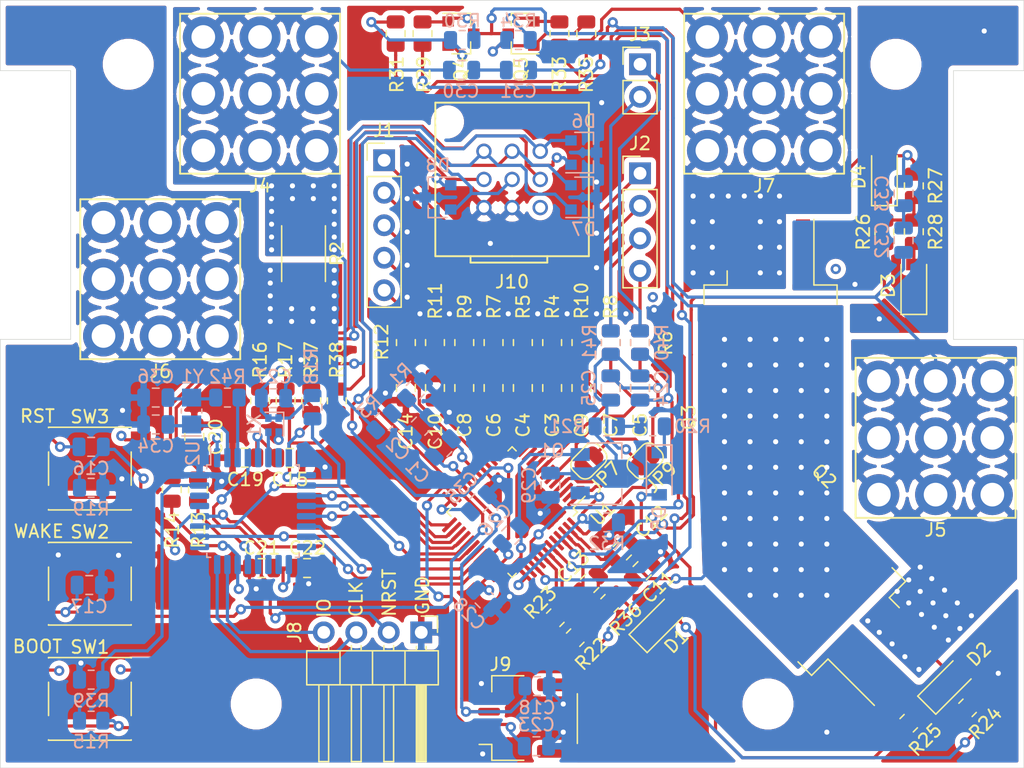
<source format=kicad_pcb>
(kicad_pcb (version 20171130) (host pcbnew "(5.1.6)-1")
  (layers (0 F.Cu signal) (1 In1.Cu mixed) (2 In2.Cu power) (31 B.Cu signal) (34 B.Paste user) (35 F.Paste user) (36 B.SilkS user) (37 F.SilkS user) (38 B.Mask user) (39 F.Mask user) (44 Edge.Cuts user))
  (net 0 "")
  (net 1 "/Cell Measurement/REG18")
  (net 2 "/Cell Measurement/SRN")
  (net 3 "/Cell Measurement/SRP")
  (net 4 GND)
  (net 5 "Net-(C10-Pad1)")
  (net 6 "Net-(C6-Pad2)")
  (net 7 "Net-(C4-Pad2)")
  (net 8 "Net-(C3-Pad2)")
  (net 9 "Net-(C3-Pad1)")
  (net 10 "Net-(C7-Pad2)")
  (net 11 "Net-(C5-Pad2)")
  (net 12 "/Cell Measurement/C0")
  (net 13 "/Cell Measurement/C5")
  (net 14 "/Cell Measurement/C6")
  (net 15 "/Cell Measurement/C7")
  (net 16 "/Cell Measurement/C8")
  (net 17 "/Cell Measurement/C1")
  (net 18 "/Cell Measurement/C2")
  (net 19 "/Cell Measurement/C3")
  (net 20 "/Cell Measurement/C4")
  (net 21 "Net-(C13-Pad1)")
  (net 22 +3V3)
  (net 23 "Net-(C26-Pad1)")
  (net 24 "Net-(C29-Pad1)")
  (net 25 "Net-(D2-Pad1)")
  (net 26 "Net-(R20-Pad1)")
  (net 27 "Net-(Q1-Pad1)")
  (net 28 "Net-(C11-Pad1)")
  (net 29 "/Cell Measurement/PACK")
  (net 30 +BATT)
  (net 31 "/Cell Measurement/LD")
  (net 32 "/Cell Measurement/CHG")
  (net 33 "/Cell Measurement/DSG")
  (net 34 "/Cell Measurement/PCHG")
  (net 35 "/Cell Measurement/PDSG")
  (net 36 "/Cell Measurement/DDSG")
  (net 37 "/Cell Measurement/DCHG")
  (net 38 "/Cell Measurement/DFETOFF")
  (net 39 "/Cell Measurement/CFETOFF|CS")
  (net 40 "/Cell Measurement/MOSI")
  (net 41 "/Cell Measurement/MISO")
  (net 42 "/Cell Measurement/SCLK")
  (net 43 "/Cell Measurement/ALERT")
  (net 44 BATT+_CONST)
  (net 45 "/Cell Measurement/CENTER_CHG_DSG")
  (net 46 "Net-(D4-Pad1)")
  (net 47 "Net-(Q4-Pad2)")
  (net 48 "Net-(Q4-Pad1)")
  (net 49 "Net-(Q5-Pad2)")
  (net 50 "Net-(Q5-Pad1)")
  (net 51 "Net-(C30-Pad2)")
  (net 52 -BATT)
  (net 53 "Net-(C32-Pad1)")
  (net 54 "Net-(R13-Pad2)")
  (net 55 "Net-(R14-Pad2)")
  (net 56 "Net-(R15-Pad1)")
  (net 57 "Net-(D1-Pad1)")
  (net 58 "Net-(D3-Pad2)")
  (net 59 "Net-(D5-Pad1)")
  (net 60 /Microcontroller/SWDIO)
  (net 61 /Microcontroller/SWCLK)
  (net 62 "Net-(R15-Pad2)")
  (net 63 "Net-(C14-Pad1)")
  (net 64 /Microcontroller/USB_DM)
  (net 65 "/Cell Measurement/TS3")
  (net 66 "/Cell Measurement/TS1")
  (net 67 /Microcontroller/USART2_TX_)
  (net 68 /Microcontroller/USART2_RX_)
  (net 69 /Microcontroller/NRST)
  (net 70 "Net-(C25-Pad2)")
  (net 71 "Net-(C24-Pad2)")
  (net 72 "Net-(C24-Pad1)")
  (net 73 "/Cell Measurement/C9")
  (net 74 "/Cell Measurement/C10")
  (net 75 /Microcontroller/OSC_OUT)
  (net 76 /Microcontroller/OSC_IN)
  (net 77 "Net-(C36-Pad2)")
  (net 78 /Microcontroller/HSE)
  (net 79 /RST_SHUT)
  (net 80 /WAKE)
  (net 81 /USB_DP)
  (net 82 /TX)
  (net 83 /RX)
  (module Crystal:Crystal_SMD_MicroCrystal_CC8V-T1A-2Pin_2.0x1.2mm_HandSoldering (layer B.Cu) (at 64.95 92.1 90)
    (fp_text reference Y1 (at 2.7 0.05 180) (layer B.SilkS) (effects (justify mirror)))
    (fp_text value 32.768kHz)
    (pad 2 smd rect (at 1.05 0 90) (size 1.4 1.5) (layers B.Cu B.Paste B.Mask) (net 77 "Net-(C36-Pad2)"))
    (pad 1 smd rect (at -1.05 0 90) (size 1.4 1.5) (layers B.Cu B.Paste B.Mask) (net 76 /Microcontroller/OSC_IN))
  )
  (module Resistor_SMD:R_0805_2012Metric (layer B.Cu) (at 67.75 91.05 180)
    (fp_text reference R42 (at 0 1.65) (layer B.SilkS) (effects (justify mirror)))
    (fp_text value Rext)
    (pad 2 smd roundrect (at 0.9125 0 180) (size 1.025 1.4) (layers B.Cu B.Paste B.Mask) (roundrect_rratio 0.243902) (net 77 "Net-(C36-Pad2)"))
    (pad 1 smd roundrect (at -0.9125 0 180) (size 1.025 1.4) (layers B.Cu B.Paste B.Mask) (roundrect_rratio 0.243902) (net 75 /Microcontroller/OSC_OUT))
  )
  (module Capacitor_SMD:C_0805_2012Metric (layer B.Cu) (at 62.15 91.05)
    (fp_text reference C36 (at 0 -1.65) (layer B.SilkS) (effects (justify mirror)))
    (fp_text value 8p)
    (pad 2 smd roundrect (at 0.95 0) (size 1 1.45) (layers B.Cu B.Paste B.Mask) (net 77 "Net-(C36-Pad2)"))
    (pad 1 smd roundrect (at -0.95 0) (size 1 1.45) (layers B.Cu B.Paste B.Mask) (net 4 GND))
  )
  (module Capacitor_SMD:C_0805_2012Metric (layer B.Cu) (at 62.15 93.15)
    (fp_text reference C34 (at 0 1.68) (layer B.SilkS) (effects (justify mirror)))
    (fp_text value 8p)
    (pad 2 smd roundrect (at 0.95 0) (size 1 1.45) (layers B.Cu B.Paste B.Mask) (net 76 /Microcontroller/OSC_IN))
    (pad 1 smd roundrect (at -0.95 0) (size 1 1.45) (layers B.Cu B.Paste B.Mask) (net 4 GND))
  )
  (module Resistor_SMD:R_0805_2012Metric (layer F.Cu) (at 70.3 91.3 270)
    (fp_text reference R16 (at -3.2 0 90) (layer F.SilkS))
    (fp_text value 10k)
    (pad 2 smd roundrect (at 0.9125 0 270) (size 1.025 1.4) (layers F.Cu F.Paste F.Mask) (roundrect_rratio 0.243902) (net 67 /Microcontroller/USART2_TX_))
    (pad 1 smd roundrect (at -0.9125 0 270) (size 1.025 1.4) (layers F.Cu F.Paste F.Mask) (roundrect_rratio 0.243902) (net 22 +3V3))
  )
  (module Resistor_SMD:R_2512_6332Metric (layer F.Cu) (at 73.7 79.8 270)
    (fp_text reference R2 (at 0 -2.62 90) (layer F.SilkS))
    (fp_text value 1m)
    (pad 2 smd roundrect (at 2.9625 0 270) (size 1.225 3.35) (layers F.Cu F.Paste F.Mask) (roundrect_rratio 0.204082) (net 4 GND))
    (pad 1 smd roundrect (at -2.9625 0 270) (size 1.225 3.35) (layers F.Cu F.Paste F.Mask) (roundrect_rratio 0.204082) (net 52 -BATT))
  )
  (module Oscillator:Oscillator_SMD_Abracon_ASCO-4Pin_1.6x1.2mm (layer B.Cu) (at 71.35 93.2 180)
    (fp_text reference X1 (at 1.5 -0.05 90) (layer B.SilkS) (effects (justify mirror)))
    (fp_text value ASCO)
    (pad 4 smd rect (at 0.4 0.55 180) (size 0.5 0.6) (layers B.Cu B.Paste B.Mask) (net 22 +3V3))
    (pad 3 smd rect (at 0.4 -0.55 180) (size 0.5 0.6) (layers B.Cu B.Paste B.Mask) (net 78 /Microcontroller/HSE))
    (pad 2 smd rect (at -0.4 -0.55 180) (size 0.5 0.6) (layers B.Cu B.Paste B.Mask) (net 4 GND))
    (pad 1 smd rect (at -0.4 0.55 180) (size 0.5 0.6) (layers B.Cu B.Paste B.Mask) (net 22 +3V3))
  )
  (module Capacitor_SMD:C_0805_2012Metric (layer B.Cu) (at 71.35 91.1 180)
    (fp_text reference C27 (at 0 1.68) (layer B.SilkS) (effects (justify mirror)))
    (fp_text value 100n)
    (pad 2 smd roundrect (at 0.95 0 180) (size 1 1.45) (layers B.Cu B.Paste B.Mask) (net 22 +3V3))
    (pad 1 smd roundrect (at -0.95 0 180) (size 1 1.45) (layers B.Cu B.Paste B.Mask) (net 4 GND))
  )
  (module Resistor_SMD:R_0805_2012Metric (layer B.Cu) (at 97.710464 86.75 270)
    (fp_text reference R41 (at 0 1.65 90) (layer B.SilkS) (effects (justify mirror)))
    (fp_text value 20)
    (pad 2 smd roundrect (at 0.9125 0 270) (size 1.025 1.4) (layers B.Cu B.Paste B.Mask) (roundrect_rratio 0.243902) (net 71 "Net-(C24-Pad2)"))
    (pad 1 smd roundrect (at -0.9125 0 270) (size 1.025 1.4) (layers B.Cu B.Paste B.Mask) (roundrect_rratio 0.243902) (net 73 "/Cell Measurement/C9"))
  )
  (module Resistor_SMD:R_0805_2012Metric (layer B.Cu) (at 99.999986 86.75 270)
    (fp_text reference R40 (at 0 -1.700014 90) (layer B.SilkS) (effects (justify mirror)))
    (fp_text value 20)
    (pad 2 smd roundrect (at 0.9125 0 270) (size 1.025 1.4) (layers B.Cu B.Paste B.Mask) (roundrect_rratio 0.243902) (net 72 "Net-(C24-Pad1)"))
    (pad 1 smd roundrect (at -0.9125 0 270) (size 1.025 1.4) (layers B.Cu B.Paste B.Mask) (roundrect_rratio 0.243902) (net 74 "/Cell Measurement/C10"))
  )
  (module Jumper:SolderJumper-2_P1.3mm_Open_RoundedPad1.0x1.5mm (layer F.Cu) (at 100.4 96 225)
    (fp_text reference JP9 (at 0 -1.8 45) (layer F.SilkS))
    (fp_text value Jumper_NO_Small)
    (pad 2 smd custom (at 0.65 0 225) (size 1 0.5) (layers F.Cu F.Mask) (net 71 "Net-(C24-Pad2)") (options (clearance outline) (anchor rect)) (primitives (gr_circle (center 0 0.25) (end 0.5 0.25) (width 0)) (gr_circle (center 0 -0.25) (end 0.5 -0.25) (width 0)) (gr_poly (pts (xy 0 -0.75) (xy -0.5 -0.75) (xy -0.5 0.75) (xy 0 0.75)) (width 0))))
    (pad 1 smd custom (at -0.65 0 225) (size 1 0.5) (layers F.Cu F.Mask) (net 70 "Net-(C25-Pad2)") (options (clearance outline) (anchor rect)) (primitives (gr_circle (center 0 0.25) (end 0.5 0.25) (width 0)) (gr_circle (center 0 -0.25) (end 0.5 -0.25) (width 0)) (gr_poly (pts (xy 0 -0.75) (xy 0.5 -0.75) (xy 0.5 0.75) (xy 0 0.75)) (width 0))))
  )
  (module Jumper:SolderJumper-2_P1.3mm_Open_RoundedPad1.0x1.5mm (layer F.Cu) (at 96 96 225)
    (fp_text reference JP7 (at 0 -1.8 45) (layer F.SilkS))
    (fp_text value Jumper_NO_Small)
    (pad 2 smd custom (at 0.65 0 225) (size 1 0.5) (layers F.Cu F.Mask) (net 11 "Net-(C5-Pad2)") (options (clearance outline) (anchor rect)) (primitives (gr_circle (center 0 0.25) (end 0.5 0.25) (width 0)) (gr_circle (center 0 -0.25) (end 0.5 -0.25) (width 0)) (gr_poly (pts (xy 0 -0.75) (xy -0.5 -0.75) (xy -0.5 0.75) (xy 0 0.75)) (width 0))))
    (pad 1 smd custom (at -0.65 0 225) (size 1 0.5) (layers F.Cu F.Mask) (net 70 "Net-(C25-Pad2)") (options (clearance outline) (anchor rect)) (primitives (gr_circle (center 0 0.25) (end 0.5 0.25) (width 0)) (gr_circle (center 0 -0.25) (end 0.5 -0.25) (width 0)) (gr_poly (pts (xy 0 -0.75) (xy 0.5 -0.75) (xy 0.5 0.75) (xy 0 0.75)) (width 0))))
  )
  (module Connector_PinHeader_2.54mm:PinHeader_1x02_P2.54mm_Vertical (layer F.Cu) (at 100 65)
    (fp_text reference J3 (at 0 -2.33) (layer F.SilkS))
    (fp_text value "Taps 9-10")
    (pad 2 thru_hole oval (at 0 2.54) (size 1.7 1.7) (drill 1) (layers *.Cu *.Mask) (net 73 "/Cell Measurement/C9"))
    (pad 1 thru_hole rect (at 0 0) (size 1.7 1.7) (drill 1) (layers *.Cu *.Mask) (net 74 "/Cell Measurement/C10"))
  )
  (module Capacitor_SMD:C_0805_2012Metric (layer B.Cu) (at 97.710464 90.3 90)
    (fp_text reference C25 (at 0 -1.710464 90) (layer B.SilkS) (effects (justify mirror)))
    (fp_text value 220n)
    (pad 2 smd roundrect (at 0.95 0 90) (size 1 1.45) (layers B.Cu B.Paste B.Mask) (net 70 "Net-(C25-Pad2)"))
    (pad 1 smd roundrect (at -0.95 0 90) (size 1 1.45) (layers B.Cu B.Paste B.Mask) (net 71 "Net-(C24-Pad2)"))
  )
  (module Capacitor_SMD:C_0805_2012Metric (layer B.Cu) (at 99.999986 90.3 90)
    (fp_text reference C24 (at 0 1.68 90) (layer B.SilkS) (effects (justify mirror)))
    (fp_text value 220n)
    (pad 2 smd roundrect (at 0.95 0 90) (size 1 1.45) (layers B.Cu B.Paste B.Mask) (net 71 "Net-(C24-Pad2)"))
    (pad 1 smd roundrect (at -0.95 0 90) (size 1 1.45) (layers B.Cu B.Paste B.Mask) (net 72 "Net-(C24-Pad1)"))
  )
  (module Button_Switch_SMD:SW_SPST_PTS645 (layer F.Cu) (at 57 114.6)
    (fp_text reference SW1 (at 0 -4.05) (layer F.SilkS))
    (fp_text value Boot)
    (pad 2 smd rect (at 3.98 2.25) (size 1.55 1.3) (layers F.Cu F.Paste F.Mask) (net 62 "Net-(R15-Pad2)"))
    (pad 1 smd rect (at 3.98 -2.25) (size 1.55 1.3) (layers F.Cu F.Paste F.Mask) (net 22 +3V3))
    (pad 1 smd rect (at -3.98 -2.25) (size 1.55 1.3) (layers F.Cu F.Paste F.Mask) (net 22 +3V3))
    (pad 2 smd rect (at -3.98 2.25) (size 1.55 1.3) (layers F.Cu F.Paste F.Mask) (net 62 "Net-(R15-Pad2)"))
  )
  (module Resistor_SMD:R_0805_2012Metric (layer B.Cu) (at 57.1 113.1)
    (fp_text reference R39 (at 0 1.65) (layer B.SilkS) (effects (justify mirror)))
    (fp_text value 10k)
    (pad 2 smd roundrect (at 0.9125 0) (size 1.025 1.4) (layers B.Cu B.Paste B.Mask) (roundrect_rratio 0.243902) (net 56 "Net-(R15-Pad1)"))
    (pad 1 smd roundrect (at -0.9125 0) (size 1.025 1.4) (layers B.Cu B.Paste B.Mask) (roundrect_rratio 0.243902) (net 4 GND))
  )
  (module Capacitor_SMD:C_0805_2012Metric (layer B.Cu) (at 91.9 118.3 180)
    (fp_text reference C23 (at 0 1.68) (layer B.SilkS) (effects (justify mirror)))
    (fp_text value 100n)
    (pad 2 smd roundrect (at 0.95 0 180) (size 1 1.45) (layers B.Cu B.Paste B.Mask) (net 65 "/Cell Measurement/TS3"))
    (pad 1 smd roundrect (at -0.95 0 180) (size 1 1.45) (layers B.Cu B.Paste B.Mask) (net 4 GND))
  )
  (module Capacitor_SMD:C_0805_2012Metric (layer B.Cu) (at 91.95 113.6)
    (fp_text reference C18 (at 0 1.68) (layer B.SilkS) (effects (justify mirror)))
    (fp_text value 100n)
    (pad 2 smd roundrect (at 0.95 0) (size 1 1.45) (layers B.Cu B.Paste B.Mask) (net 4 GND))
    (pad 1 smd roundrect (at -0.95 0) (size 1 1.45) (layers B.Cu B.Paste B.Mask) (net 66 "/Cell Measurement/TS1"))
  )
  (module Button_Switch_SMD:SW_SPST_PTS645 (layer F.Cu) (at 57 96.6)
    (fp_text reference SW3 (at 0 -4.05) (layer F.SilkS))
    (fp_text value RST)
    (pad 2 smd rect (at 3.98 2.25) (size 1.55 1.3) (layers F.Cu F.Paste F.Mask) (net 79 /RST_SHUT))
    (pad 1 smd rect (at 3.98 -2.25) (size 1.55 1.3) (layers F.Cu F.Paste F.Mask) (net 22 +3V3))
    (pad 1 smd rect (at -3.98 -2.25) (size 1.55 1.3) (layers F.Cu F.Paste F.Mask) (net 22 +3V3))
    (pad 2 smd rect (at -3.98 2.25) (size 1.55 1.3) (layers F.Cu F.Paste F.Mask) (net 79 /RST_SHUT))
  )
  (module Button_Switch_SMD:SW_SPST_PTS645 (layer F.Cu) (at 57 105.6)
    (fp_text reference SW2 (at 0 -4.05) (layer F.SilkS))
    (fp_text value Wake)
    (pad 2 smd rect (at 3.98 2.25) (size 1.55 1.3) (layers F.Cu F.Paste F.Mask) (net 80 /WAKE))
    (pad 1 smd rect (at 3.98 -2.25) (size 1.55 1.3) (layers F.Cu F.Paste F.Mask) (net 4 GND))
    (pad 1 smd rect (at -3.98 -2.25) (size 1.55 1.3) (layers F.Cu F.Paste F.Mask) (net 4 GND))
    (pad 2 smd rect (at -3.98 2.25) (size 1.55 1.3) (layers F.Cu F.Paste F.Mask) (net 80 /WAKE))
  )
  (module Capacitor_SMD:C_0805_2012Metric (layer B.Cu) (at 57.1 94.9)
    (fp_text reference C16 (at 0 1.68) (layer B.SilkS) (effects (justify mirror)))
    (fp_text value 100n)
    (pad 2 smd roundrect (at 0.95 0) (size 1 1.45) (layers B.Cu B.Paste B.Mask) (net 79 /RST_SHUT))
    (pad 1 smd roundrect (at -0.95 0) (size 1 1.45) (layers B.Cu B.Paste B.Mask) (net 22 +3V3))
  )
  (module Connector_JST:JST_NSH_SM04B-NSHSS-TB_1x04-1MP_P1.00mm_Vertical (layer F.Cu) (at 88.2 117.6 270)
    (fp_text reference J9 (at -5.7 -0.9) (layer F.SilkS))
    (fp_text value Thermistors)
    (pad 2 smd roundrect (at -1 0 90) (size 0.6 1.7) (layers F.Cu F.Paste F.Mask) (net 65 "/Cell Measurement/TS3"))
    (pad 3 smd roundrect (at -2 0 90) (size 0.6 1.7) (layers F.Cu F.Paste F.Mask) (net 66 "/Cell Measurement/TS1"))
    (pad MP smd roundrect (at 1.1 -5.15 270) (size 1 2.8) (layers F.Cu F.Paste F.Mask) (roundrect_rratio 0.208))
    (pad 4 smd roundrect (at -3 0 90) (size 0.6 1.7) (layers F.Cu F.Paste F.Mask) (net 4 GND))
    (pad MP smd roundrect (at -4.1 -5.15 270) (size 1 2.8) (layers F.Cu F.Paste F.Mask) (roundrect_rratio 0.208))
    (pad 1 smd roundrect (at 0 0 90) (size 0.6 1.7) (layers F.Cu F.Paste F.Mask) (net 4 GND))
  )
  (module Connector_PinHeader_2.54mm:PinHeader_1x04_P2.54mm_Horizontal (layer F.Cu) (at 82.9 109.4 270)
    (fp_text reference J8 (at 0 9.9 270) (layer F.SilkS))
    (fp_text value SWD)
    (pad 4 thru_hole oval (at 0 7.62 270) (size 1.7 1.7) (drill 1) (layers *.Cu *.Mask) (net 60 /Microcontroller/SWDIO))
    (pad 3 thru_hole oval (at 0 5.08 270) (size 1.7 1.7) (drill 1) (layers *.Cu *.Mask) (net 61 /Microcontroller/SWCLK))
    (pad 2 thru_hole oval (at 0 2.54 270) (size 1.7 1.7) (drill 1) (layers *.Cu *.Mask) (net 69 /Microcontroller/NRST))
    (pad 1 thru_hole rect (at 0 0 270) (size 1.7 1.7) (drill 1) (layers *.Cu *.Mask) (net 4 GND))
  )
  (module Connector_Hirose:Hirose_DF62WZ-9P-2.2DSA (layer F.Cu) (at 90 74)
    (fp_text reference J10 (at 0 8) (layer F.SilkS))
    (fp_text value Signals)
    (pad "" np_thru_hole circle (at -5.05 -4.5) (size 1.8 1.8) (drill 1.8) (layers *.Cu *.Mask))
    (pad 1 thru_hole circle (at -2.2 2.2) (size 1.2 1.2) (drill 0.8) (layers *.Cu *.Mask) (net 4 GND))
    (pad 9 thru_hole circle (at 2.2 -2.2) (size 1.2 1.2) (drill 0.8) (layers *.Cu *.Mask) (net 64 /Microcontroller/USB_DM))
    (pad 7 thru_hole circle (at -2.2 -2.2) (size 1.2 1.2) (drill 0.8) (layers *.Cu *.Mask) (net 82 /TX))
    (pad 8 thru_hole circle (at 0 -2.2) (size 1.2 1.2) (drill 0.8) (layers *.Cu *.Mask) (net 83 /RX))
    (pad 4 thru_hole circle (at -2.2 0) (size 1.2 1.2) (drill 0.8) (layers *.Cu *.Mask) (net 80 /WAKE))
    (pad 3 thru_hole circle (at 2.2 2.2) (size 1.2 1.2) (drill 0.8) (layers *.Cu *.Mask) (net 22 +3V3))
    (pad 2 thru_hole circle (at 0 2.2) (size 1.2 1.2) (drill 0.8) (layers *.Cu *.Mask) (net 4 GND))
    (pad 6 thru_hole circle (at 2.2 0) (size 1.2 1.2) (drill 0.8) (layers *.Cu *.Mask) (net 81 /USB_DP))
    (pad 5 thru_hole circle (at 0 0) (size 1.2 1.2) (drill 0.8) (layers *.Cu *.Mask) (net 79 /RST_SHUT))
  )
  (module Resistor_SMD:R_0805_2012Metric (layer F.Cu) (at 76.3 91.3 270)
    (fp_text reference R38 (at -3.2 0 90) (layer F.SilkS))
    (fp_text value 20)
    (pad 2 smd roundrect (at 0.9125 0 270) (size 1.025 1.4) (layers F.Cu F.Paste F.Mask) (roundrect_rratio 0.243902) (net 68 /Microcontroller/USART2_RX_))
    (pad 1 smd roundrect (at -0.9125 0 270) (size 1.025 1.4) (layers F.Cu F.Paste F.Mask) (roundrect_rratio 0.243902) (net 83 /RX))
  )
  (module Resistor_SMD:R_0805_2012Metric (layer F.Cu) (at 74.3 91.3 270)
    (fp_text reference R37 (at -3.2 0 90) (layer F.SilkS))
    (fp_text value 20)
    (pad 2 smd roundrect (at 0.9125 0 270) (size 1.025 1.4) (layers F.Cu F.Paste F.Mask) (roundrect_rratio 0.243902) (net 67 /Microcontroller/USART2_TX_))
    (pad 1 smd roundrect (at -0.9125 0 270) (size 1.025 1.4) (layers F.Cu F.Paste F.Mask) (roundrect_rratio 0.243902) (net 82 /TX))
  )
  (module Package_TO_SOT_SMD:SOT-23 (layer B.Cu) (at 84.2 75.4 180)
    (fp_text reference D8 (at 0 2.5 180) (layer B.SilkS) (effects (justify mirror)))
    (fp_text value 5.5V)
    (pad 3 smd rect (at 1 0 180) (size 0.9 0.8) (layers B.Cu B.Paste B.Mask) (net 4 GND))
    (pad 2 smd rect (at -1 -0.95 180) (size 0.9 0.8) (layers B.Cu B.Paste B.Mask) (net 79 /RST_SHUT))
    (pad 1 smd rect (at -1 0.95 180) (size 0.9 0.8) (layers B.Cu B.Paste B.Mask) (net 80 /WAKE))
  )
  (module Package_TO_SOT_SMD:SOT-23 (layer B.Cu) (at 95.6 75.4)
    (fp_text reference D7 (at 0 2.5) (layer B.SilkS) (effects (justify mirror)))
    (fp_text value 5.5V)
    (pad 3 smd rect (at 1 0) (size 0.9 0.8) (layers B.Cu B.Paste B.Mask) (net 4 GND))
    (pad 2 smd rect (at -1 -0.95) (size 0.9 0.8) (layers B.Cu B.Paste B.Mask) (net 83 /RX))
    (pad 1 smd rect (at -1 0.95) (size 0.9 0.8) (layers B.Cu B.Paste B.Mask) (net 82 /TX))
  )
  (module Package_TO_SOT_SMD:SOT-23 (layer B.Cu) (at 95.6 71.9)
    (fp_text reference D6 (at 0 -2.45) (layer B.SilkS) (effects (justify mirror)))
    (fp_text value 5.5V)
    (pad 3 smd rect (at 1 0) (size 0.9 0.8) (layers B.Cu B.Paste B.Mask) (net 4 GND))
    (pad 2 smd rect (at -1 -0.95) (size 0.9 0.8) (layers B.Cu B.Paste B.Mask) (net 64 /Microcontroller/USB_DM))
    (pad 1 smd rect (at -1 0.95) (size 0.9 0.8) (layers B.Cu B.Paste B.Mask) (net 81 /USB_DP))
  )
  (module farasis_p10a_pack:74651195R (layer F.Cu) (at 109.7 67.3)
    (fp_text reference J7 (at 0 7.2) (layer F.SilkS))
    (fp_text value "Batt+ Out")
    (pad 1 thru_hole circle (at -4.435 -4.435) (size 3.2 3.2) (drill 1.85) (layers *.Cu *.Mask) (net 30 +BATT))
    (pad 1 thru_hole circle (at 0 -4.435) (size 3.2 3.2) (drill 1.85) (layers *.Cu *.Mask) (net 30 +BATT))
    (pad 1 thru_hole circle (at 4.435 -4.435) (size 3.2 3.2) (drill 1.85) (layers *.Cu *.Mask) (net 30 +BATT))
    (pad 1 thru_hole circle (at -4.435 0) (size 3.2 3.2) (drill 1.85) (layers *.Cu *.Mask) (net 30 +BATT))
    (pad 1 thru_hole circle (at 0 0) (size 3.2 3.2) (drill 1.85) (layers *.Cu *.Mask) (net 30 +BATT))
    (pad 1 thru_hole circle (at 4.435 0) (size 3.2 3.2) (drill 1.85) (layers *.Cu *.Mask) (net 30 +BATT))
    (pad 1 thru_hole circle (at -4.435 4.435) (size 3.2 3.2) (drill 1.85) (layers *.Cu *.Mask) (net 30 +BATT))
    (pad 1 thru_hole circle (at 0 4.435) (size 3.2 3.2) (drill 1.85) (layers *.Cu *.Mask) (net 30 +BATT))
    (pad 1 thru_hole circle (at 4.435 4.435) (size 3.2 3.2) (drill 1.85) (layers *.Cu *.Mask) (net 30 +BATT))
  )
  (module farasis_p10a_pack:74651195R (layer F.Cu) (at 62.5 81.8)
    (fp_text reference J6 (at 0 7.2) (layer F.SilkS))
    (fp_text value "Batt- In")
    (pad 1 thru_hole circle (at -4.435 -4.435) (size 3.2 3.2) (drill 1.85) (layers *.Cu *.Mask) (net 4 GND))
    (pad 1 thru_hole circle (at 0 -4.435) (size 3.2 3.2) (drill 1.85) (layers *.Cu *.Mask) (net 4 GND))
    (pad 1 thru_hole circle (at 4.435 -4.435) (size 3.2 3.2) (drill 1.85) (layers *.Cu *.Mask) (net 4 GND))
    (pad 1 thru_hole circle (at -4.435 0) (size 3.2 3.2) (drill 1.85) (layers *.Cu *.Mask) (net 4 GND))
    (pad 1 thru_hole circle (at 0 0) (size 3.2 3.2) (drill 1.85) (layers *.Cu *.Mask) (net 4 GND))
    (pad 1 thru_hole circle (at 4.435 0) (size 3.2 3.2) (drill 1.85) (layers *.Cu *.Mask) (net 4 GND))
    (pad 1 thru_hole circle (at -4.435 4.435) (size 3.2 3.2) (drill 1.85) (layers *.Cu *.Mask) (net 4 GND))
    (pad 1 thru_hole circle (at 0 4.435) (size 3.2 3.2) (drill 1.85) (layers *.Cu *.Mask) (net 4 GND))
    (pad 1 thru_hole circle (at 4.435 4.435) (size 3.2 3.2) (drill 1.85) (layers *.Cu *.Mask) (net 4 GND))
  )
  (module farasis_p10a_pack:74651195R (layer F.Cu) (at 123.1 94.2)
    (fp_text reference J5 (at 0 7.2) (layer F.SilkS))
    (fp_text value "Batt+ In")
    (pad 1 thru_hole circle (at -4.435 -4.435) (size 3.2 3.2) (drill 1.85) (layers *.Cu *.Mask) (net 44 BATT+_CONST))
    (pad 1 thru_hole circle (at 0 -4.435) (size 3.2 3.2) (drill 1.85) (layers *.Cu *.Mask) (net 44 BATT+_CONST))
    (pad 1 thru_hole circle (at 4.435 -4.435) (size 3.2 3.2) (drill 1.85) (layers *.Cu *.Mask) (net 44 BATT+_CONST))
    (pad 1 thru_hole circle (at -4.435 0) (size 3.2 3.2) (drill 1.85) (layers *.Cu *.Mask) (net 44 BATT+_CONST))
    (pad 1 thru_hole circle (at 0 0) (size 3.2 3.2) (drill 1.85) (layers *.Cu *.Mask) (net 44 BATT+_CONST))
    (pad 1 thru_hole circle (at 4.435 0) (size 3.2 3.2) (drill 1.85) (layers *.Cu *.Mask) (net 44 BATT+_CONST))
    (pad 1 thru_hole circle (at -4.435 4.435) (size 3.2 3.2) (drill 1.85) (layers *.Cu *.Mask) (net 44 BATT+_CONST))
    (pad 1 thru_hole circle (at 0 4.435) (size 3.2 3.2) (drill 1.85) (layers *.Cu *.Mask) (net 44 BATT+_CONST))
    (pad 1 thru_hole circle (at 4.435 4.435) (size 3.2 3.2) (drill 1.85) (layers *.Cu *.Mask) (net 44 BATT+_CONST))
  )
  (module farasis_p10a_pack:74651195R (layer F.Cu) (at 70.3 67.3)
    (fp_text reference J4 (at 0 7.2) (layer F.SilkS))
    (fp_text value "Batt- Out")
    (pad 1 thru_hole circle (at -4.435 -4.435) (size 3.2 3.2) (drill 1.85) (layers *.Cu *.Mask) (net 52 -BATT))
    (pad 1 thru_hole circle (at 0 -4.435) (size 3.2 3.2) (drill 1.85) (layers *.Cu *.Mask) (net 52 -BATT))
    (pad 1 thru_hole circle (at 4.435 -4.435) (size 3.2 3.2) (drill 1.85) (layers *.Cu *.Mask) (net 52 -BATT))
    (pad 1 thru_hole circle (at -4.435 0) (size 3.2 3.2) (drill 1.85) (layers *.Cu *.Mask) (net 52 -BATT))
    (pad 1 thru_hole circle (at 0 0) (size 3.2 3.2) (drill 1.85) (layers *.Cu *.Mask) (net 52 -BATT))
    (pad 1 thru_hole circle (at 4.435 0) (size 3.2 3.2) (drill 1.85) (layers *.Cu *.Mask) (net 52 -BATT))
    (pad 1 thru_hole circle (at -4.435 4.435) (size 3.2 3.2) (drill 1.85) (layers *.Cu *.Mask) (net 52 -BATT))
    (pad 1 thru_hole circle (at 0 4.435) (size 3.2 3.2) (drill 1.85) (layers *.Cu *.Mask) (net 52 -BATT))
    (pad 1 thru_hole circle (at 4.435 4.435) (size 3.2 3.2) (drill 1.85) (layers *.Cu *.Mask) (net 52 -BATT))
  )
  (module Diodes_SMD:D_SOD-123 (layer F.Cu) (at 124 113.5 45)
    (fp_text reference D2 (at 3.464823 0.070711 45) (layer F.SilkS))
    (fp_text value 16V)
    (pad 1 smd rect (at -1.65 0 45) (size 0.9 1.2) (layers F.Cu F.Paste F.Mask) (net 25 "Net-(D2-Pad1)"))
    (pad 2 smd rect (at 1.65 0 45) (size 0.9 1.2) (layers F.Cu F.Paste F.Mask) (net 44 BATT+_CONST))
  )
  (module Resistor_SMD:R_0805_2012Metric (layer B.Cu) (at 79.974 92.927 225)
    (fp_text reference R3 (at 0 1.65 225) (layer B.SilkS) (effects (justify mirror)))
    (fp_text value 100)
    (pad 2 smd roundrect (at 0.9125 0 225) (size 1.025 1.4) (layers B.Cu B.Paste B.Mask) (roundrect_rratio 0.243902) (net 52 -BATT))
    (pad 1 smd roundrect (at -0.9125 0 225) (size 1.025 1.4) (layers B.Cu B.Paste B.Mask) (roundrect_rratio 0.243902) (net 2 "/Cell Measurement/SRN"))
  )
  (module Capacitor_SMD:C_0805_2012Metric (layer B.Cu) (at 84.574 94.95 45)
    (fp_text reference C1 (at -2.739332 -0.06364 135) (layer B.SilkS) (effects (justify mirror)))
    (fp_text value 100p)
    (pad 2 smd roundrect (at 0.95 0 45) (size 1 1.45) (layers B.Cu B.Paste B.Mask) (net 3 "/Cell Measurement/SRP"))
    (pad 1 smd roundrect (at -0.95 0 45) (size 1 1.45) (layers B.Cu B.Paste B.Mask) (net 2 "/Cell Measurement/SRN"))
  )
  (module Resistor_SMD:R_0805_2012Metric (layer F.Cu) (at 97.710464 86.75 270)
    (fp_text reference R8 (at -2.8 0 90) (layer F.SilkS))
    (fp_text value 20)
    (pad 2 smd roundrect (at 0.9125 0 270) (size 1.025 1.4) (layers F.Cu F.Paste F.Mask) (roundrect_rratio 0.243902) (net 11 "Net-(C5-Pad2)"))
    (pad 1 smd roundrect (at -0.9125 0 270) (size 1.025 1.4) (layers F.Cu F.Paste F.Mask) (roundrect_rratio 0.243902) (net 15 "/Cell Measurement/C7"))
  )
  (module Resistor_SMD:R_0805_2012Metric (layer F.Cu) (at 81.7 86.75 270)
    (fp_text reference R12 (at -0.05 1.9 90) (layer F.SilkS))
    (fp_text value 20)
    (pad 2 smd roundrect (at 0.9125 0 270) (size 1.025 1.4) (layers F.Cu F.Paste F.Mask) (roundrect_rratio 0.243902) (net 63 "Net-(C14-Pad1)"))
    (pad 1 smd roundrect (at -0.9125 0 270) (size 1.025 1.4) (layers F.Cu F.Paste F.Mask) (roundrect_rratio 0.243902) (net 12 "/Cell Measurement/C0"))
  )
  (module Capacitor_SMD:C_0805_2012Metric (layer B.Cu) (at 56.95 105.7)
    (fp_text reference C17 (at 0 1.68) (layer B.SilkS) (effects (justify mirror)))
    (fp_text value 100n)
    (pad 2 smd roundrect (at 0.95 0) (size 1 1.45) (layers B.Cu B.Paste B.Mask) (net 4 GND))
    (pad 1 smd roundrect (at -0.95 0) (size 1 1.45) (layers B.Cu B.Paste B.Mask) (net 80 /WAKE))
  )
  (module TO_SOT_Packages_SMD:SOT-89-3 (layer B.Cu) (at 96.8 97)
    (fp_text reference Q1 (at -3.7 -1.8) (layer B.SilkS) (effects (justify mirror)))
    (fp_text value FCX495TA)
    (pad 2 smd trapezoid (at 2.667 0 90) (size 1.6 0.85) (rect_delta 0 -0.6) (layers B.Cu B.Paste B.Mask) (net 24 "Net-(C29-Pad1)"))
    (pad 1 smd rect (at -1.48 1.5 90) (size 1 1.5) (layers B.Cu B.Paste B.Mask) (net 27 "Net-(Q1-Pad1)"))
    (pad 2 smd rect (at -1.3335 0 90) (size 1 1.8) (layers B.Cu B.Paste B.Mask) (net 24 "Net-(C29-Pad1)"))
    (pad 3 smd rect (at -1.48 -1.5 90) (size 1 1.5) (layers B.Cu B.Paste B.Mask) (net 23 "Net-(C26-Pad1)"))
    (pad 2 smd rect (at 1.3335 0 90) (size 2.2 1.84) (layers B.Cu B.Paste B.Mask) (net 24 "Net-(C29-Pad1)"))
    (pad 2 smd trapezoid (at -0.0762 0 270) (size 1.5 1) (rect_delta 0 -0.7) (layers B.Cu B.Paste B.Mask) (net 24 "Net-(C29-Pad1)"))
  )
  (module Diodes_SMD:D_SOD-123 (layer B.Cu) (at 101.5 97 270)
    (fp_text reference D5 (at 3.5 0 90) (layer B.SilkS) (effects (justify mirror)))
    (fp_text value 100V)
    (pad 1 smd rect (at -1.65 0 270) (size 0.9 1.2) (layers B.Cu B.Paste B.Mask) (net 59 "Net-(D5-Pad1)"))
    (pad 2 smd rect (at 1.65 0 270) (size 0.9 1.2) (layers B.Cu B.Paste B.Mask) (net 45 "/Cell Measurement/CENTER_CHG_DSG"))
  )
  (module Diodes_SMD:D_SOD-123 (layer F.Cu) (at 119.1 73.8 90)
    (fp_text reference D4 (at 0 -2 90) (layer F.SilkS))
    (fp_text value 16V)
    (pad 1 smd rect (at -1.65 0 90) (size 0.9 1.2) (layers F.Cu F.Paste F.Mask) (net 46 "Net-(D4-Pad1)"))
    (pad 2 smd rect (at 1.65 0 90) (size 0.9 1.2) (layers F.Cu F.Paste F.Mask) (net 30 +BATT))
  )
  (module Diodes_SMD:D_SOD-123 (layer F.Cu) (at 121.4 82.3 90)
    (fp_text reference D3 (at 0 -2 90) (layer F.SilkS))
    (fp_text value 100V)
    (pad 1 smd rect (at -1.65 0 90) (size 0.9 1.2) (layers F.Cu F.Paste F.Mask) (net 33 "/Cell Measurement/DSG"))
    (pad 2 smd rect (at 1.65 0 90) (size 0.9 1.2) (layers F.Cu F.Paste F.Mask) (net 58 "Net-(D3-Pad2)"))
  )
  (module Diodes_SMD:D_SOD-123 (layer F.Cu) (at 101.439777 108.683523 45)
    (fp_text reference D1 (at 0 2 45) (layer F.SilkS))
    (fp_text value 100V)
    (pad 1 smd rect (at -1.65 0 45) (size 0.9 1.2) (layers F.Cu F.Paste F.Mask) (net 57 "Net-(D1-Pad1)"))
    (pad 2 smd rect (at 1.65 0 45) (size 0.9 1.2) (layers F.Cu F.Paste F.Mask) (net 44 BATT+_CONST))
  )
  (module Resistor_SMD:R_0805_2012Metric (layer B.Cu) (at 74.4 91.8 270)
    (fp_text reference R18 (at -3.2 0.1 270) (layer B.SilkS) (effects (justify mirror)))
    (fp_text value 10k)
    (pad 2 smd roundrect (at 0.9125 0 270) (size 1.025 1.4) (layers B.Cu B.Paste B.Mask) (roundrect_rratio 0.243902) (net 39 "/Cell Measurement/CFETOFF|CS"))
    (pad 1 smd roundrect (at -0.9125 0 270) (size 1.025 1.4) (layers B.Cu B.Paste B.Mask) (roundrect_rratio 0.243902) (net 22 +3V3))
  )
  (module Resistor_SMD:R_0805_2012Metric (layer F.Cu) (at 72.3 91.3 270)
    (fp_text reference R17 (at -3.2 0 90) (layer F.SilkS))
    (fp_text value 10k)
    (pad 2 smd roundrect (at 0.9125 0 270) (size 1.025 1.4) (layers F.Cu F.Paste F.Mask) (roundrect_rratio 0.243902) (net 68 /Microcontroller/USART2_RX_))
    (pad 1 smd roundrect (at -0.9125 0 270) (size 1.025 1.4) (layers F.Cu F.Paste F.Mask) (roundrect_rratio 0.243902) (net 22 +3V3))
  )
  (module Resistor_SMD:R_0805_2012Metric (layer B.Cu) (at 57.1 116.3)
    (fp_text reference R15 (at 0 1.65) (layer B.SilkS) (effects (justify mirror)))
    (fp_text value 10k)
    (pad 2 smd roundrect (at 0.9125 0) (size 1.025 1.4) (layers B.Cu B.Paste B.Mask) (roundrect_rratio 0.243902) (net 62 "Net-(R15-Pad2)"))
    (pad 1 smd roundrect (at -0.9125 0) (size 1.025 1.4) (layers B.Cu B.Paste B.Mask) (roundrect_rratio 0.243902) (net 56 "Net-(R15-Pad1)"))
  )
  (module Package_QFP:LQFP-32_7x7mm_P0.8mm (layer B.Cu) (at 69.75 99.925 270)
    (fp_text reference U2 (at -4.525 4.7 270) (layer B.SilkS) (effects (justify mirror)))
    (fp_text value STM32L422KBTx)
    (pad 32 smd roundrect (at -2.8 4.175 270) (size 0.5 1.5) (layers B.Cu B.Paste B.Mask) (net 4 GND))
    (pad 31 smd roundrect (at -2 4.175 270) (size 0.5 1.5) (layers B.Cu B.Paste B.Mask) (net 56 "Net-(R15-Pad1)"))
    (pad 30 smd roundrect (at -1.2 4.175 270) (size 0.5 1.5) (layers B.Cu B.Paste B.Mask))
    (pad 29 smd roundrect (at -0.4 4.175 270) (size 0.5 1.5) (layers B.Cu B.Paste B.Mask))
    (pad 28 smd roundrect (at 0.4 4.175 270) (size 0.5 1.5) (layers B.Cu B.Paste B.Mask) (net 79 /RST_SHUT))
    (pad 27 smd roundrect (at 1.2 4.175 270) (size 0.5 1.5) (layers B.Cu B.Paste B.Mask) (net 43 "/Cell Measurement/ALERT"))
    (pad 26 smd roundrect (at 2 4.175 270) (size 0.5 1.5) (layers B.Cu B.Paste B.Mask) (net 38 "/Cell Measurement/DFETOFF"))
    (pad 25 smd roundrect (at 2.8 4.175 270) (size 0.5 1.5) (layers B.Cu B.Paste B.Mask))
    (pad 24 smd roundrect (at 4.175 2.8 270) (size 1.5 0.5) (layers B.Cu B.Paste B.Mask) (net 61 /Microcontroller/SWCLK))
    (pad 23 smd roundrect (at 4.175 2 270) (size 1.5 0.5) (layers B.Cu B.Paste B.Mask) (net 60 /Microcontroller/SWDIO))
    (pad 22 smd roundrect (at 4.175 1.2 270) (size 1.5 0.5) (layers B.Cu B.Paste B.Mask) (net 55 "Net-(R14-Pad2)"))
    (pad 21 smd roundrect (at 4.175 0.4 270) (size 1.5 0.5) (layers B.Cu B.Paste B.Mask) (net 54 "Net-(R13-Pad2)"))
    (pad 20 smd roundrect (at 4.175 -0.4 270) (size 1.5 0.5) (layers B.Cu B.Paste B.Mask))
    (pad 19 smd roundrect (at 4.175 -1.2 270) (size 1.5 0.5) (layers B.Cu B.Paste B.Mask))
    (pad 18 smd roundrect (at 4.175 -2 270) (size 1.5 0.5) (layers B.Cu B.Paste B.Mask))
    (pad 17 smd roundrect (at 4.175 -2.8 270) (size 1.5 0.5) (layers B.Cu B.Paste B.Mask) (net 22 +3V3))
    (pad 16 smd roundrect (at 2.8 -4.175 270) (size 0.5 1.5) (layers B.Cu B.Paste B.Mask) (net 4 GND))
    (pad 15 smd roundrect (at 2 -4.175 270) (size 0.5 1.5) (layers B.Cu B.Paste B.Mask) (net 36 "/Cell Measurement/DDSG"))
    (pad 14 smd roundrect (at 1.2 -4.175 270) (size 0.5 1.5) (layers B.Cu B.Paste B.Mask) (net 37 "/Cell Measurement/DCHG"))
    (pad 13 smd roundrect (at 0.4 -4.175 270) (size 0.5 1.5) (layers B.Cu B.Paste B.Mask) (net 40 "/Cell Measurement/MOSI"))
    (pad 12 smd roundrect (at -0.4 -4.175 270) (size 0.5 1.5) (layers B.Cu B.Paste B.Mask) (net 41 "/Cell Measurement/MISO"))
    (pad 11 smd roundrect (at -1.2 -4.175 270) (size 0.5 1.5) (layers B.Cu B.Paste B.Mask) (net 42 "/Cell Measurement/SCLK"))
    (pad 10 smd roundrect (at -2 -4.175 270) (size 0.5 1.5) (layers B.Cu B.Paste B.Mask) (net 39 "/Cell Measurement/CFETOFF|CS"))
    (pad 9 smd roundrect (at -2.8 -4.175 270) (size 0.5 1.5) (layers B.Cu B.Paste B.Mask) (net 68 /Microcontroller/USART2_RX_))
    (pad 8 smd roundrect (at -4.175 -2.8 270) (size 1.5 0.5) (layers B.Cu B.Paste B.Mask) (net 67 /Microcontroller/USART2_TX_))
    (pad 7 smd roundrect (at -4.175 -2 270) (size 1.5 0.5) (layers B.Cu B.Paste B.Mask))
    (pad 6 smd roundrect (at -4.175 -1.2 270) (size 1.5 0.5) (layers B.Cu B.Paste B.Mask) (net 78 /Microcontroller/HSE))
    (pad 5 smd roundrect (at -4.175 -0.4 270) (size 1.5 0.5) (layers B.Cu B.Paste B.Mask) (net 22 +3V3))
    (pad 4 smd roundrect (at -4.175 0.4 270) (size 1.5 0.5) (layers B.Cu B.Paste B.Mask) (net 69 /Microcontroller/NRST))
    (pad 3 smd roundrect (at -4.175 1.2 270) (size 1.5 0.5) (layers B.Cu B.Paste B.Mask) (net 75 /Microcontroller/OSC_OUT))
    (pad 2 smd roundrect (at -4.175 2 270) (size 1.5 0.5) (layers B.Cu B.Paste B.Mask) (net 76 /Microcontroller/OSC_IN))
    (pad 1 smd roundrect (at -4.175 2.8 270) (size 1.5 0.5) (layers B.Cu B.Paste B.Mask) (net 22 +3V3))
  )
  (module Resistor_SMD:R_0805_2012Metric (layer F.Cu) (at 95.8 62.6 270)
    (fp_text reference R35 (at 3.2 0 90) (layer F.SilkS))
    (fp_text value 3.9k)
    (pad 2 smd roundrect (at 0.9125 0 270) (size 1.025 1.4) (layers F.Cu F.Paste F.Mask) (roundrect_rratio 0.243902) (net 30 +BATT))
    (pad 1 smd roundrect (at -0.9125 0 270) (size 1.025 1.4) (layers F.Cu F.Paste F.Mask) (roundrect_rratio 0.243902) (net 50 "Net-(Q5-Pad1)"))
  )
  (module Resistor_SMD:R_0805_2012Metric (layer B.Cu) (at 90.5 63.1 180)
    (fp_text reference R34 (at 0 1.5) (layer B.SilkS) (effects (justify mirror)))
    (fp_text value 1M)
    (pad 2 smd roundrect (at 0.9125 0 180) (size 1.025 1.4) (layers B.Cu B.Paste B.Mask) (roundrect_rratio 0.243902) (net 50 "Net-(Q5-Pad1)"))
    (pad 1 smd roundrect (at -0.9125 0 180) (size 1.025 1.4) (layers B.Cu B.Paste B.Mask) (roundrect_rratio 0.243902) (net 49 "Net-(Q5-Pad2)"))
  )
  (module Resistor_SMD:R_0805_2012Metric (layer F.Cu) (at 93.7 62.6 90)
    (fp_text reference R33 (at -3.2 0 90) (layer F.SilkS))
    (fp_text value 5.1k)
    (pad 2 smd roundrect (at 0.9125 0 90) (size 1.025 1.4) (layers F.Cu F.Paste F.Mask) (roundrect_rratio 0.243902) (net 49 "Net-(Q5-Pad2)"))
    (pad 1 smd roundrect (at -0.9125 0 90) (size 1.025 1.4) (layers F.Cu F.Paste F.Mask) (roundrect_rratio 0.243902) (net 35 "/Cell Measurement/PDSG"))
  )
  (module Resistor_SMD:R_0805_2012Metric (layer F.Cu) (at 80.9 62.6 90)
    (fp_text reference R31 (at -3.2 0.1 90) (layer F.SilkS))
    (fp_text value 5.1k)
    (pad 2 smd roundrect (at 0.9125 0 90) (size 1.025 1.4) (layers F.Cu F.Paste F.Mask) (roundrect_rratio 0.243902) (net 47 "Net-(Q4-Pad2)"))
    (pad 1 smd roundrect (at -0.9125 0 90) (size 1.025 1.4) (layers F.Cu F.Paste F.Mask) (roundrect_rratio 0.243902) (net 34 "/Cell Measurement/PCHG"))
  )
  (module Resistor_SMD:R_0805_2012Metric (layer B.Cu) (at 86.1 63.1)
    (fp_text reference R30 (at 0 -1.5 180) (layer B.SilkS) (effects (justify mirror)))
    (fp_text value 1M)
    (pad 2 smd roundrect (at 0.9125 0) (size 1.025 1.4) (layers B.Cu B.Paste B.Mask) (roundrect_rratio 0.243902) (net 48 "Net-(Q4-Pad1)"))
    (pad 1 smd roundrect (at -0.9125 0) (size 1.025 1.4) (layers B.Cu B.Paste B.Mask) (roundrect_rratio 0.243902) (net 47 "Net-(Q4-Pad2)"))
  )
  (module Resistor_SMD:R_0805_2012Metric (layer F.Cu) (at 83 62.6 90)
    (fp_text reference R29 (at -3.2 0.1 90) (layer F.SilkS))
    (fp_text value 3.9k)
    (pad 2 smd roundrect (at 0.9125 0 90) (size 1.025 1.4) (layers F.Cu F.Paste F.Mask) (roundrect_rratio 0.243902) (net 48 "Net-(Q4-Pad1)"))
    (pad 1 smd roundrect (at -0.9125 0 90) (size 1.025 1.4) (layers F.Cu F.Paste F.Mask) (roundrect_rratio 0.243902) (net 44 BATT+_CONST))
  )
  (module Resistor_SMD:R_0805_2012Metric (layer F.Cu) (at 121.4 78.0875 90)
    (fp_text reference R28 (at -0.0125 1.7 90) (layer F.SilkS))
    (fp_text value 1k)
    (pad 2 smd roundrect (at 0.9125 0 90) (size 1.025 1.4) (layers F.Cu F.Paste F.Mask) (roundrect_rratio 0.243902) (net 46 "Net-(D4-Pad1)"))
    (pad 1 smd roundrect (at -0.9125 0 90) (size 1.025 1.4) (layers F.Cu F.Paste F.Mask) (roundrect_rratio 0.243902) (net 58 "Net-(D3-Pad2)"))
  )
  (module Resistor_SMD:R_0805_2012Metric (layer F.Cu) (at 121.4 74.5 90)
    (fp_text reference R27 (at 0 1.7 90) (layer F.SilkS))
    (fp_text value 10k)
    (pad 2 smd roundrect (at 0.9125 0 90) (size 1.025 1.4) (layers F.Cu F.Paste F.Mask) (roundrect_rratio 0.243902) (net 30 +BATT))
    (pad 1 smd roundrect (at -0.9125 0 90) (size 1.025 1.4) (layers F.Cu F.Paste F.Mask) (roundrect_rratio 0.243902) (net 46 "Net-(D4-Pad1)"))
  )
  (module Resistor_SMD:R_0805_2012Metric (layer F.Cu) (at 119.1 78.1 90)
    (fp_text reference R26 (at 0 -1.65 90) (layer F.SilkS))
    (fp_text value 10k)
    (pad 2 smd roundrect (at 0.9125 0 90) (size 1.025 1.4) (layers F.Cu F.Paste F.Mask) (roundrect_rratio 0.243902) (net 46 "Net-(D4-Pad1)"))
    (pad 1 smd roundrect (at -0.9125 0 90) (size 1.025 1.4) (layers F.Cu F.Paste F.Mask) (roundrect_rratio 0.243902) (net 33 "/Cell Measurement/DSG"))
  )
  (module Resistor_SMD:R_0805_2012Metric (layer F.Cu) (at 121 116.5 45)
    (fp_text reference R25 (at 0 1.838478 45) (layer F.SilkS))
    (fp_text value 5.1k)
    (pad 2 smd roundrect (at 0.9125 0 45) (size 1.025 1.4) (layers F.Cu F.Paste F.Mask) (roundrect_rratio 0.243902) (net 25 "Net-(D2-Pad1)"))
    (pad 1 smd roundrect (at -0.9125 0 45) (size 1.025 1.4) (layers F.Cu F.Paste F.Mask) (roundrect_rratio 0.243902) (net 32 "/Cell Measurement/CHG"))
  )
  (module Resistor_SMD:R_0805_2012Metric (layer F.Cu) (at 125.6 115.3 45)
    (fp_text reference R24 (at 0.141421 1.838478 45) (layer F.SilkS))
    (fp_text value 10k)
    (pad 2 smd roundrect (at 0.9125 0 45) (size 1.025 1.4) (layers F.Cu F.Paste F.Mask) (roundrect_rratio 0.243902) (net 44 BATT+_CONST))
    (pad 1 smd roundrect (at -0.9125 0 45) (size 1.025 1.4) (layers F.Cu F.Paste F.Mask) (roundrect_rratio 0.243902) (net 25 "Net-(D2-Pad1)"))
  )
  (module Resistor_SMD:R_0805_2012Metric (layer F.Cu) (at 65.45 98.25 270)
    (fp_text reference R13 (at 3.15 -0.05 90) (layer F.SilkS))
    (fp_text value 20)
    (pad 2 smd roundrect (at 0.9125 0 270) (size 1.025 1.4) (layers F.Cu F.Paste F.Mask) (roundrect_rratio 0.243902) (net 54 "Net-(R13-Pad2)"))
    (pad 1 smd roundrect (at -0.9125 0 270) (size 1.025 1.4) (layers F.Cu F.Paste F.Mask) (roundrect_rratio 0.243902) (net 64 /Microcontroller/USB_DM))
  )
  (module Resistor_SMD:R_0805_2012Metric (layer F.Cu) (at 63.4 98.2375 270)
    (fp_text reference R14 (at 3.1625 -0.05 90) (layer F.SilkS))
    (fp_text value 20)
    (pad 2 smd roundrect (at 0.9125 0 270) (size 1.025 1.4) (layers F.Cu F.Paste F.Mask) (roundrect_rratio 0.243902) (net 55 "Net-(R14-Pad2)"))
    (pad 1 smd roundrect (at -0.9125 0 270) (size 1.025 1.4) (layers F.Cu F.Paste F.Mask) (roundrect_rratio 0.243902) (net 81 /USB_DP))
  )
  (module Resistor_SMD:R_0805_2012Metric (layer B.Cu) (at 82.424 90.452 225)
    (fp_text reference R1 (at 0 1.65 45) (layer B.SilkS) (effects (justify mirror)))
    (fp_text value 100)
    (pad 2 smd roundrect (at 0.9125 0 225) (size 1.025 1.4) (layers B.Cu B.Paste B.Mask) (roundrect_rratio 0.243902) (net 3 "/Cell Measurement/SRP"))
    (pad 1 smd roundrect (at -0.9125 0 225) (size 1.025 1.4) (layers B.Cu B.Paste B.Mask) (roundrect_rratio 0.243902) (net 4 GND))
  )
  (module Capacitor_SMD:C_0805_2012Metric (layer B.Cu) (at 120.6 75.1 270)
    (fp_text reference C33 (at 0 1.68 270) (layer B.SilkS) (effects (justify mirror)))
    (fp_text value 100n)
    (pad 2 smd roundrect (at 0.95 0 270) (size 1 1.45) (layers B.Cu B.Paste B.Mask) (net 53 "Net-(C32-Pad1)"))
    (pad 1 smd roundrect (at -0.95 0 270) (size 1 1.45) (layers B.Cu B.Paste B.Mask) (net 30 +BATT))
  )
  (module Capacitor_SMD:C_0805_2012Metric (layer B.Cu) (at 120.6 78.75 270)
    (fp_text reference C32 (at 0 1.68 90) (layer B.SilkS) (effects (justify mirror)))
    (fp_text value 100n)
    (pad 2 smd roundrect (at 0.95 0 270) (size 1 1.45) (layers B.Cu B.Paste B.Mask) (net 44 BATT+_CONST))
    (pad 1 smd roundrect (at -0.95 0 270) (size 1 1.45) (layers B.Cu B.Paste B.Mask) (net 53 "Net-(C32-Pad1)"))
  )
  (module Capacitor_SMD:C_0805_2012Metric (layer B.Cu) (at 90.5 65.45)
    (fp_text reference C31 (at 0 1.65) (layer B.SilkS) (effects (justify mirror)))
    (fp_text value 100n)
    (pad 2 smd roundrect (at 0.95 0) (size 1 1.45) (layers B.Cu B.Paste B.Mask) (net 30 +BATT))
    (pad 1 smd roundrect (at -0.95 0) (size 1 1.45) (layers B.Cu B.Paste B.Mask) (net 51 "Net-(C30-Pad2)"))
  )
  (module Capacitor_SMD:C_0805_2012Metric (layer B.Cu) (at 86.05 65.45)
    (fp_text reference C30 (at -0.05 1.65) (layer B.SilkS) (effects (justify mirror)))
    (fp_text value 100n)
    (pad 2 smd roundrect (at 0.95 0) (size 1 1.45) (layers B.Cu B.Paste B.Mask) (net 51 "Net-(C30-Pad2)"))
    (pad 1 smd roundrect (at -0.95 0) (size 1 1.45) (layers B.Cu B.Paste B.Mask) (net 52 -BATT))
  )
  (module Capacitor_SMD:C_0805_2012Metric (layer F.Cu) (at 73.975 104.375 180)
    (fp_text reference C22 (at -0.025 1.575) (layer F.SilkS))
    (fp_text value 10n)
    (pad 2 smd roundrect (at 0.95 0 180) (size 1 1.45) (layers F.Cu F.Paste F.Mask) (net 22 +3V3))
    (pad 1 smd roundrect (at -0.95 0 180) (size 1 1.45) (layers F.Cu F.Paste F.Mask) (net 4 GND))
  )
  (module Capacitor_SMD:C_0805_2012Metric (layer F.Cu) (at 70.425 104.375)
    (fp_text reference C21 (at 0 -1.575) (layer F.SilkS))
    (fp_text value 1u)
    (pad 2 smd roundrect (at 0.95 0) (size 1 1.45) (layers F.Cu F.Paste F.Mask) (net 22 +3V3))
    (pad 1 smd roundrect (at -0.95 0) (size 1 1.45) (layers F.Cu F.Paste F.Mask) (net 4 GND))
  )
  (module Capacitor_SMD:C_0805_2012Metric (layer F.Cu) (at 65.16 94.12 270)
    (fp_text reference C20 (at 0 -1.68 90) (layer F.SilkS))
    (fp_text value 100n)
    (pad 2 smd roundrect (at 0.95 0 270) (size 1 1.45) (layers F.Cu F.Paste F.Mask) (net 22 +3V3))
    (pad 1 smd roundrect (at -0.95 0 270) (size 1 1.45) (layers F.Cu F.Paste F.Mask) (net 4 GND))
  )
  (module Capacitor_SMD:C_0805_2012Metric (layer F.Cu) (at 69.1 95.75)
    (fp_text reference C19 (at 0.05 1.7) (layer F.SilkS))
    (fp_text value 100n)
    (pad 2 smd roundrect (at 0.95 0) (size 1 1.45) (layers F.Cu F.Paste F.Mask) (net 22 +3V3))
    (pad 1 smd roundrect (at -0.95 0) (size 1 1.45) (layers F.Cu F.Paste F.Mask) (net 4 GND))
  )
  (module Capacitor_SMD:C_0805_2012Metric (layer F.Cu) (at 72.64 95.77 180)
    (fp_text reference C15 (at 0 -1.68) (layer F.SilkS))
    (fp_text value 4.7u)
    (pad 2 smd roundrect (at 0.95 0 180) (size 1 1.45) (layers F.Cu F.Paste F.Mask) (net 22 +3V3))
    (pad 1 smd roundrect (at -0.95 0 180) (size 1 1.45) (layers F.Cu F.Paste F.Mask) (net 4 GND))
  )
  (module Capacitor_SMD:C_0805_2012Metric (layer F.Cu) (at 96.065765 105.572253 45)
    (fp_text reference C13 (at 0 -1.8 45) (layer F.SilkS))
    (fp_text value 470n)
    (pad 2 smd roundrect (at 0.95 0 45) (size 1 1.45) (layers F.Cu F.Paste F.Mask) (net 28 "Net-(C11-Pad1)"))
    (pad 1 smd roundrect (at -0.95 0 45) (size 1 1.45) (layers F.Cu F.Paste F.Mask) (net 21 "Net-(C13-Pad1)"))
  )
  (module Capacitor_SMD:C_0805_2012Metric (layer F.Cu) (at 98.61135 103.026669 45)
    (fp_text reference C12 (at 3.2 0 45) (layer F.SilkS))
    (fp_text value 100p)
    (pad 2 smd roundrect (at 0.95 0 45) (size 1 1.45) (layers F.Cu F.Paste F.Mask) (net 4 GND))
    (pad 1 smd roundrect (at -0.95 0 45) (size 1 1.45) (layers F.Cu F.Paste F.Mask) (net 28 "Net-(C11-Pad1)"))
  )
  (module Capacitor_SMD:C_0805_2012Metric (layer F.Cu) (at 100.166986 104.582305 45)
    (fp_text reference C11 (at 0 1.8 45) (layer F.SilkS))
    (fp_text value 1u)
    (pad 2 smd roundrect (at 0.95 0 45) (size 1 1.45) (layers F.Cu F.Paste F.Mask) (net 4 GND))
    (pad 1 smd roundrect (at -0.95 0 45) (size 1 1.45) (layers F.Cu F.Paste F.Mask) (net 28 "Net-(C11-Pad1)"))
  )
  (module Capacitor_SMD:C_0805_2012Metric (layer B.Cu) (at 82.846 93.286 45)
    (fp_text reference C2 (at -2.514472 0 135) (layer B.SilkS) (effects (justify mirror)))
    (fp_text value 100n)
    (pad 2 smd roundrect (at 0.95 0 45) (size 1 1.45) (layers B.Cu B.Paste B.Mask) (net 3 "/Cell Measurement/SRP"))
    (pad 1 smd roundrect (at -0.95 0 45) (size 1 1.45) (layers B.Cu B.Paste B.Mask) (net 2 "/Cell Measurement/SRN"))
  )
  (module Package_TO_SOT_SMD:SOT-23 (layer F.Cu) (at 90.7 62.6 180)
    (fp_text reference Q5 (at 0 -2.8 90) (layer F.SilkS))
    (fp_text value ZXMP10A13FTA)
    (pad 3 smd rect (at 1 0 180) (size 0.9 0.8) (layers F.Cu F.Paste F.Mask) (net 45 "/Cell Measurement/CENTER_CHG_DSG"))
    (pad 2 smd rect (at -1 0.95 180) (size 0.9 0.8) (layers F.Cu F.Paste F.Mask) (net 49 "Net-(Q5-Pad2)"))
    (pad 1 smd rect (at -1 -0.95 180) (size 0.9 0.8) (layers F.Cu F.Paste F.Mask) (net 50 "Net-(Q5-Pad1)"))
  )
  (module Package_TO_SOT_SMD:SOT-23 (layer F.Cu) (at 86 62.6)
    (fp_text reference Q4 (at 0 2.8 90) (layer F.SilkS))
    (fp_text value ZXMP10A13FTA)
    (pad 3 smd rect (at 1 0) (size 0.9 0.8) (layers F.Cu F.Paste F.Mask) (net 45 "/Cell Measurement/CENTER_CHG_DSG"))
    (pad 2 smd rect (at -1 0.95) (size 0.9 0.8) (layers F.Cu F.Paste F.Mask) (net 47 "Net-(Q4-Pad2)"))
    (pad 1 smd rect (at -1 -0.95) (size 0.9 0.8) (layers F.Cu F.Paste F.Mask) (net 48 "Net-(Q4-Pad1)"))
  )
  (module Package_TO_SOT_SMD:TO-263-2 (layer F.Cu) (at 110.2 85.2 270)
    (fp_text reference Q3 (at 7.4 6.4 90) (layer F.SilkS))
    (fp_text value CSD19506KTT)
    (pad 2 smd rect (at 3.375 0 270) (size 9.4 10.8) (layers F.Cu F.Mask) (net 45 "/Cell Measurement/CENTER_CHG_DSG"))
    (pad 3 smd rect (at -5.775 2.54 270) (size 4.6 1.1) (layers F.Cu F.Paste F.Mask) (net 30 +BATT))
    (pad 1 smd rect (at -5.775 -2.54 270) (size 4.6 1.1) (layers F.Cu F.Paste F.Mask) (net 46 "Net-(D4-Pad1)"))
  )
  (module Package_TO_SOT_SMD:TO-263-2 (layer F.Cu) (at 115 107 135)
    (fp_text reference Q2 (at 7.353911 6.505382 315) (layer F.SilkS))
    (fp_text value CSD19506KTT)
    (pad 2 smd rect (at 3.375 0 135) (size 9.4 10.8) (layers F.Cu F.Mask) (net 45 "/Cell Measurement/CENTER_CHG_DSG"))
    (pad 3 smd rect (at -5.775 2.54 135) (size 4.6 1.1) (layers F.Cu F.Paste F.Mask) (net 44 BATT+_CONST))
    (pad 1 smd rect (at -5.775 -2.54 135) (size 4.6 1.1) (layers F.Cu F.Paste F.Mask) (net 25 "Net-(D2-Pad1)"))
  )
  (module Resistor_SMD:R_0805_2012Metric (layer B.Cu) (at 97.4 100.8)
    (fp_text reference R32 (at 0 1.65 180) (layer B.SilkS) (effects (justify mirror)))
    (fp_text value 10M)
    (pad 2 smd roundrect (at 0.9125 0) (size 1.025 1.4) (layers B.Cu B.Paste B.Mask) (roundrect_rratio 0.243902) (net 4 GND))
    (pad 1 smd roundrect (at -0.9125 0) (size 1.025 1.4) (layers B.Cu B.Paste B.Mask) (roundrect_rratio 0.243902) (net 27 "Net-(Q1-Pad1)"))
  )
  (module Resistor_SMD:R_0805_2012Metric (layer F.Cu) (at 93.37876 108.259258 45)
    (fp_text reference R23 (at 0 -1.65 45) (layer F.SilkS))
    (fp_text value 10k)
    (pad 2 smd roundrect (at 0.9125 0 45) (size 1.025 1.4) (layers F.Cu F.Paste F.Mask) (roundrect_rratio 0.243902) (net 31 "/Cell Measurement/LD"))
    (pad 1 smd roundrect (at -0.9125 0 45) (size 1.025 1.4) (layers F.Cu F.Paste F.Mask) (roundrect_rratio 0.243902) (net 30 +BATT))
  )
  (module Resistor_SMD:R_0805_2012Metric (layer F.Cu) (at 94.934394 109.814894 45)
    (fp_text reference R22 (at 0 1.8 45) (layer F.SilkS))
    (fp_text value 10k)
    (pad 2 smd roundrect (at 0.9125 0 45) (size 1.025 1.4) (layers F.Cu F.Paste F.Mask) (roundrect_rratio 0.243902) (net 29 "/Cell Measurement/PACK"))
    (pad 1 smd roundrect (at -0.9125 0 45) (size 1.025 1.4) (layers F.Cu F.Paste F.Mask) (roundrect_rratio 0.243902) (net 30 +BATT))
  )
  (module Capacitor_SMD:C_0805_2012Metric (layer B.Cu) (at 87.4 99.3 45)
    (fp_text reference C35 (at -0.070711 -1.767767 45) (layer B.SilkS) (effects (justify mirror)))
    (fp_text value 2.2u)
    (pad 2 smd roundrect (at 0.95 0 45) (size 1 1.45) (layers B.Cu B.Paste B.Mask) (net 4 GND))
    (pad 1 smd roundrect (at -0.95 0 45) (size 1 1.45) (layers B.Cu B.Paste B.Mask) (net 1 "/Cell Measurement/REG18"))
  )
  (module Resistor_SMD:R_0805_2012Metric (layer B.Cu) (at 97.4 93.3)
    (fp_text reference R21 (at -3.1 0 180) (layer B.SilkS) (effects (justify mirror)))
    (fp_text value 150)
    (pad 2 smd roundrect (at 0.9125 0) (size 1.025 1.4) (layers B.Cu B.Paste B.Mask) (roundrect_rratio 0.243902) (net 26 "Net-(R20-Pad1)"))
    (pad 1 smd roundrect (at -0.9125 0) (size 1.025 1.4) (layers B.Cu B.Paste B.Mask) (roundrect_rratio 0.243902) (net 24 "Net-(C29-Pad1)"))
  )
  (module Resistor_SMD:R_0805_2012Metric (layer B.Cu) (at 100.9875 93.3)
    (fp_text reference R20 (at 3.1125 0 180) (layer B.SilkS) (effects (justify mirror)))
    (fp_text value 150)
    (pad 2 smd roundrect (at 0.9125 0) (size 1.025 1.4) (layers B.Cu B.Paste B.Mask) (roundrect_rratio 0.243902) (net 59 "Net-(D5-Pad1)"))
    (pad 1 smd roundrect (at -0.9125 0) (size 1.025 1.4) (layers B.Cu B.Paste B.Mask) (roundrect_rratio 0.243902) (net 26 "Net-(R20-Pad1)"))
  )
  (module Resistor_SMD:R_0805_2012Metric (layer B.Cu) (at 57.1 98.1)
    (fp_text reference R19 (at 0 1.65) (layer B.SilkS) (effects (justify mirror)))
    (fp_text value 10k)
    (pad 2 smd roundrect (at 0.9125 0) (size 1.025 1.4) (layers B.Cu B.Paste B.Mask) (roundrect_rratio 0.243902) (net 4 GND))
    (pad 1 smd roundrect (at -0.9125 0) (size 1.025 1.4) (layers B.Cu B.Paste B.Mask) (roundrect_rratio 0.243902) (net 79 /RST_SHUT))
  )
  (module Capacitor_SMD:C_0805_2012Metric (layer B.Cu) (at 93 97.9 270)
    (fp_text reference C29 (at 0 1.68 90) (layer B.SilkS) (effects (justify mirror)))
    (fp_text value 1u)
    (pad 2 smd roundrect (at 0.95 0 270) (size 1 1.45) (layers B.Cu B.Paste B.Mask) (net 4 GND))
    (pad 1 smd roundrect (at -0.95 0 270) (size 1 1.45) (layers B.Cu B.Paste B.Mask) (net 24 "Net-(C29-Pad1)"))
  )
  (module Capacitor_SMD:C_0805_2012Metric (layer B.Cu) (at 87.825 106.775 315)
    (fp_text reference C28 (at 0 1.679999 315) (layer B.SilkS) (effects (justify mirror)))
    (fp_text value 1u)
    (pad 2 smd roundrect (at 0.95 0 315) (size 1 1.45) (layers B.Cu B.Paste B.Mask) (net 4 GND))
    (pad 1 smd roundrect (at -0.95 0 315) (size 1 1.45) (layers B.Cu B.Paste B.Mask) (net 22 +3V3))
  )
  (module Capacitor_SMD:C_0805_2012Metric (layer B.Cu) (at 89.9 101.8 225)
    (fp_text reference C26 (at 0 1.679999 225) (layer B.SilkS) (effects (justify mirror)))
    (fp_text value 22n)
    (pad 2 smd roundrect (at 0.95 0 225) (size 1 1.45) (layers B.Cu B.Paste B.Mask) (net 22 +3V3))
    (pad 1 smd roundrect (at -0.95 0 225) (size 1 1.45) (layers B.Cu B.Paste B.Mask) (net 23 "Net-(C26-Pad1)"))
  )
  (module Resistor_SMD:R_0805_2012Metric (layer F.Cu) (at 97.6214 107.127888 45)
    (fp_text reference R36 (at 0 1.8 45) (layer F.SilkS))
    (fp_text value 100)
    (pad 2 smd roundrect (at 0.9125 0 45) (size 1.025 1.4) (layers F.Cu F.Paste F.Mask) (roundrect_rratio 0.243902) (net 57 "Net-(D1-Pad1)"))
    (pad 1 smd roundrect (at -0.9125 0 45) (size 1.025 1.4) (layers F.Cu F.Paste F.Mask) (roundrect_rratio 0.243902) (net 28 "Net-(C11-Pad1)"))
  )
  (module Capacitor_SMD:C_0805_2012Metric (layer F.Cu) (at 81.7 90.3 270)
    (fp_text reference C14 (at 3.4 0 90) (layer F.SilkS))
    (fp_text value 220n)
    (pad 2 smd roundrect (at 0.95 0 270) (size 1 1.45) (layers F.Cu F.Paste F.Mask) (net 4 GND))
    (pad 1 smd roundrect (at -0.95 0 270) (size 1 1.45) (layers F.Cu F.Paste F.Mask) (net 63 "Net-(C14-Pad1)"))
  )
  (module Connector_PinHeader_2.54mm:PinHeader_1x04_P2.54mm_Vertical (layer F.Cu) (at 100 73.52)
    (fp_text reference J2 (at 0 -2.33) (layer F.SilkS))
    (fp_text value "Taps 6-8")
    (pad 4 thru_hole oval (at 0 7.62) (size 1.7 1.7) (drill 1) (layers *.Cu *.Mask) (net 16 "/Cell Measurement/C8"))
    (pad 3 thru_hole oval (at 0 5.08) (size 1.7 1.7) (drill 1) (layers *.Cu *.Mask) (net 15 "/Cell Measurement/C7"))
    (pad 2 thru_hole oval (at 0 2.54) (size 1.7 1.7) (drill 1) (layers *.Cu *.Mask) (net 14 "/Cell Measurement/C6"))
    (pad 1 thru_hole rect (at 0 0) (size 1.7 1.7) (drill 1) (layers *.Cu *.Mask) (net 13 "/Cell Measurement/C5"))
  )
  (module Connector_PinHeader_2.54mm:PinHeader_1x05_P2.54mm_Vertical (layer F.Cu) (at 80 72.5)
    (fp_text reference J1 (at 0 -2.33) (layer F.SilkS))
    (fp_text value "Taps 0-5")
    (pad 5 thru_hole oval (at 0 10.16) (size 1.7 1.7) (drill 1) (layers *.Cu *.Mask) (net 12 "/Cell Measurement/C0"))
    (pad 4 thru_hole oval (at 0 7.62) (size 1.7 1.7) (drill 1) (layers *.Cu *.Mask) (net 17 "/Cell Measurement/C1"))
    (pad 3 thru_hole oval (at 0 5.08) (size 1.7 1.7) (drill 1) (layers *.Cu *.Mask) (net 18 "/Cell Measurement/C2"))
    (pad 2 thru_hole oval (at 0 2.54) (size 1.7 1.7) (drill 1) (layers *.Cu *.Mask) (net 19 "/Cell Measurement/C3"))
    (pad 1 thru_hole rect (at 0 0) (size 1.7 1.7) (drill 1) (layers *.Cu *.Mask) (net 20 "/Cell Measurement/C4"))
  )
  (module Resistor_SMD:R_0805_2012Metric (layer F.Cu) (at 83.973332 86.75 270)
    (fp_text reference R11 (at -3.25 -0.026668 90) (layer F.SilkS))
    (fp_text value 20)
    (pad 2 smd roundrect (at 0.9125 0 270) (size 1.025 1.4) (layers F.Cu F.Paste F.Mask) (roundrect_rratio 0.243902) (net 5 "Net-(C10-Pad1)"))
    (pad 1 smd roundrect (at -0.9125 0 270) (size 1.025 1.4) (layers F.Cu F.Paste F.Mask) (roundrect_rratio 0.243902) (net 17 "/Cell Measurement/C1"))
  )
  (module Resistor_SMD:R_0805_2012Metric (layer F.Cu) (at 95.420942 86.75 270)
    (fp_text reference R10 (at -3.276191 -0.007426 90) (layer F.SilkS))
    (fp_text value 20)
    (pad 2 smd roundrect (at 0.9125 0 270) (size 1.025 1.4) (layers F.Cu F.Paste F.Mask) (roundrect_rratio 0.243902) (net 10 "Net-(C7-Pad2)"))
    (pad 1 smd roundrect (at -0.9125 0 270) (size 1.025 1.4) (layers F.Cu F.Paste F.Mask) (roundrect_rratio 0.243902) (net 14 "/Cell Measurement/C6"))
  )
  (module Resistor_SMD:R_0805_2012Metric (layer F.Cu) (at 86.262854 86.75 270)
    (fp_text reference R9 (at -2.8 -0.037146 90) (layer F.SilkS))
    (fp_text value 20)
    (pad 2 smd roundrect (at 0.9125 0 270) (size 1.025 1.4) (layers F.Cu F.Paste F.Mask) (roundrect_rratio 0.243902) (net 6 "Net-(C6-Pad2)"))
    (pad 1 smd roundrect (at -0.9125 0 270) (size 1.025 1.4) (layers F.Cu F.Paste F.Mask) (roundrect_rratio 0.243902) (net 18 "/Cell Measurement/C2"))
  )
  (module Resistor_SMD:R_0805_2012Metric (layer F.Cu) (at 88.552376 86.75 270)
    (fp_text reference R7 (at -2.8 -0.029716 90) (layer F.SilkS))
    (fp_text value 20)
    (pad 2 smd roundrect (at 0.9125 0 270) (size 1.025 1.4) (layers F.Cu F.Paste F.Mask) (roundrect_rratio 0.243902) (net 7 "Net-(C4-Pad2)"))
    (pad 1 smd roundrect (at -0.9125 0 270) (size 1.025 1.4) (layers F.Cu F.Paste F.Mask) (roundrect_rratio 0.243902) (net 19 "/Cell Measurement/C3"))
  )
  (module Resistor_SMD:R_0805_2012Metric (layer F.Cu) (at 99.999986 86.75 270)
    (fp_text reference R6 (at 0.05 -2.000014 90) (layer F.SilkS))
    (fp_text value 20)
    (pad 2 smd roundrect (at 0.9125 0 270) (size 1.025 1.4) (layers F.Cu F.Paste F.Mask) (roundrect_rratio 0.243902) (net 70 "Net-(C25-Pad2)"))
    (pad 1 smd roundrect (at -0.9125 0 270) (size 1.025 1.4) (layers F.Cu F.Paste F.Mask) (roundrect_rratio 0.243902) (net 16 "/Cell Measurement/C8"))
  )
  (module Resistor_SMD:R_0805_2012Metric (layer F.Cu) (at 90.841898 86.75 270)
    (fp_text reference R5 (at -2.8 -0.022286 90) (layer F.SilkS))
    (fp_text value 20)
    (pad 2 smd roundrect (at 0.9125 0 270) (size 1.025 1.4) (layers F.Cu F.Paste F.Mask) (roundrect_rratio 0.243902) (net 8 "Net-(C3-Pad2)"))
    (pad 1 smd roundrect (at -0.9125 0 270) (size 1.025 1.4) (layers F.Cu F.Paste F.Mask) (roundrect_rratio 0.243902) (net 20 "/Cell Measurement/C4"))
  )
  (module Resistor_SMD:R_0805_2012Metric (layer F.Cu) (at 93.13142 86.75 270)
    (fp_text reference R4 (at -2.8 -0.014856 90) (layer F.SilkS))
    (fp_text value 20)
    (pad 2 smd roundrect (at 0.9125 0 270) (size 1.025 1.4) (layers F.Cu F.Paste F.Mask) (roundrect_rratio 0.243902) (net 9 "Net-(C3-Pad1)"))
    (pad 1 smd roundrect (at -0.9125 0 270) (size 1.025 1.4) (layers F.Cu F.Paste F.Mask) (roundrect_rratio 0.243902) (net 13 "/Cell Measurement/C5"))
  )
  (module Capacitor_SMD:C_0805_2012Metric (layer F.Cu) (at 83.973332 90.3 270)
    (fp_text reference C10 (at 3.4 -0.026668 90) (layer F.SilkS))
    (fp_text value 220n)
    (pad 2 smd roundrect (at 0.95 0 270) (size 1 1.45) (layers F.Cu F.Paste F.Mask) (net 4 GND))
    (pad 1 smd roundrect (at -0.95 0 270) (size 1 1.45) (layers F.Cu F.Paste F.Mask) (net 5 "Net-(C10-Pad1)"))
  )
  (module Capacitor_SMD:C_0805_2012Metric (layer F.Cu) (at 95.420942 90.3 270)
    (fp_text reference C9 (at 2.9 -0.007628 90) (layer F.SilkS))
    (fp_text value 220n)
    (pad 2 smd roundrect (at 0.95 0 270) (size 1 1.45) (layers F.Cu F.Paste F.Mask) (net 9 "Net-(C3-Pad1)"))
    (pad 1 smd roundrect (at -0.95 0 270) (size 1 1.45) (layers F.Cu F.Paste F.Mask) (net 10 "Net-(C7-Pad2)"))
  )
  (module Capacitor_SMD:C_0805_2012Metric (layer F.Cu) (at 86.262854 90.3 270)
    (fp_text reference C8 (at 2.9 -0.02286 90) (layer F.SilkS))
    (fp_text value 220n)
    (pad 2 smd roundrect (at 0.95 0 270) (size 1 1.45) (layers F.Cu F.Paste F.Mask) (net 5 "Net-(C10-Pad1)"))
    (pad 1 smd roundrect (at -0.95 0 270) (size 1 1.45) (layers F.Cu F.Paste F.Mask) (net 6 "Net-(C6-Pad2)"))
  )
  (module Capacitor_SMD:C_0805_2012Metric (layer F.Cu) (at 97.710464 90.3 270)
    (fp_text reference C7 (at 2.9 -0.00382 90) (layer F.SilkS))
    (fp_text value 220n)
    (pad 2 smd roundrect (at 0.95 0 270) (size 1 1.45) (layers F.Cu F.Paste F.Mask) (net 10 "Net-(C7-Pad2)"))
    (pad 1 smd roundrect (at -0.95 0 270) (size 1 1.45) (layers F.Cu F.Paste F.Mask) (net 11 "Net-(C5-Pad2)"))
  )
  (module Capacitor_SMD:C_0805_2012Metric (layer F.Cu) (at 88.552376 90.3 270)
    (fp_text reference C6 (at 2.9 -0.019052 90) (layer F.SilkS))
    (fp_text value 220n)
    (pad 2 smd roundrect (at 0.95 0 270) (size 1 1.45) (layers F.Cu F.Paste F.Mask) (net 6 "Net-(C6-Pad2)"))
    (pad 1 smd roundrect (at -0.95 0 270) (size 1 1.45) (layers F.Cu F.Paste F.Mask) (net 7 "Net-(C4-Pad2)"))
  )
  (module Capacitor_SMD:C_0805_2012Metric (layer F.Cu) (at 99.999986 90.3 270)
    (fp_text reference C5 (at 2.9 -0.000014 90) (layer F.SilkS))
    (fp_text value 220n)
    (pad 2 smd roundrect (at 0.95 0 270) (size 1 1.45) (layers F.Cu F.Paste F.Mask) (net 11 "Net-(C5-Pad2)"))
    (pad 1 smd roundrect (at -0.95 0 270) (size 1 1.45) (layers F.Cu F.Paste F.Mask) (net 70 "Net-(C25-Pad2)"))
  )
  (module Capacitor_SMD:C_0805_2012Metric (layer F.Cu) (at 90.841898 90.3 270)
    (fp_text reference C4 (at 2.9 -0.015244 90) (layer F.SilkS))
    (fp_text value 220n)
    (pad 2 smd roundrect (at 0.95 0 270) (size 1 1.45) (layers F.Cu F.Paste F.Mask) (net 7 "Net-(C4-Pad2)"))
    (pad 1 smd roundrect (at -0.95 0 270) (size 1 1.45) (layers F.Cu F.Paste F.Mask) (net 8 "Net-(C3-Pad2)"))
  )
  (module Capacitor_SMD:C_0805_2012Metric (layer F.Cu) (at 93.13142 90.3 270)
    (fp_text reference C3 (at 2.9 -0.011436 90) (layer F.SilkS))
    (fp_text value 220n)
    (pad 2 smd roundrect (at 0.95 0 270) (size 1 1.45) (layers F.Cu F.Paste F.Mask) (net 8 "Net-(C3-Pad2)"))
    (pad 1 smd roundrect (at -0.95 0 270) (size 1 1.45) (layers F.Cu F.Paste F.Mask) (net 9 "Net-(C3-Pad1)"))
  )
  (module Package_QFP:LQFP-48_7x7mm_P0.5mm (layer F.Cu) (at 90 100 225)
    (fp_text reference U1 (at -4.949747 -5.091169 45) (layer F.SilkS))
    (fp_text value BQ76942PFBR)
    (pad 48 smd roundrect (at -2.75 -4.1625 225) (size 0.3 1.475) (layers F.Cu F.Paste F.Mask) (net 72 "Net-(C24-Pad1)"))
    (pad 47 smd roundrect (at -2.25 -4.1625 225) (size 0.3 1.475) (layers F.Cu F.Paste F.Mask) (net 28 "Net-(C11-Pad1)"))
    (pad 46 smd roundrect (at -1.75 -4.1625 225) (size 0.3 1.475) (layers F.Cu F.Paste F.Mask) (net 21 "Net-(C13-Pad1)"))
    (pad 45 smd roundrect (at -1.25 -4.1625 225) (size 0.3 1.475) (layers F.Cu F.Paste F.Mask) (net 32 "/Cell Measurement/CHG"))
    (pad 44 smd roundrect (at -0.75 -4.1625 225) (size 0.3 1.475) (layers F.Cu F.Paste F.Mask))
    (pad 43 smd roundrect (at -0.25 -4.1625 225) (size 0.3 1.475) (layers F.Cu F.Paste F.Mask) (net 33 "/Cell Measurement/DSG"))
    (pad 42 smd roundrect (at 0.25 -4.1625 225) (size 0.3 1.475) (layers F.Cu F.Paste F.Mask) (net 29 "/Cell Measurement/PACK"))
    (pad 41 smd roundrect (at 0.75 -4.1625 225) (size 0.3 1.475) (layers F.Cu F.Paste F.Mask) (net 31 "/Cell Measurement/LD"))
    (pad 40 smd roundrect (at 1.25 -4.1625 225) (size 0.3 1.475) (layers F.Cu F.Paste F.Mask) (net 34 "/Cell Measurement/PCHG"))
    (pad 39 smd roundrect (at 1.75 -4.1625 225) (size 0.3 1.475) (layers F.Cu F.Paste F.Mask) (net 35 "/Cell Measurement/PDSG"))
    (pad 38 smd roundrect (at 2.25 -4.1625 225) (size 0.3 1.475) (layers F.Cu F.Paste F.Mask))
    (pad 37 smd roundrect (at 2.75 -4.1625 225) (size 0.3 1.475) (layers F.Cu F.Paste F.Mask) (net 27 "Net-(Q1-Pad1)"))
    (pad 36 smd roundrect (at 4.1625 -2.75 225) (size 1.475 0.3) (layers F.Cu F.Paste F.Mask) (net 23 "Net-(C26-Pad1)"))
    (pad 35 smd roundrect (at 4.1625 -2.25 225) (size 1.475 0.3) (layers F.Cu F.Paste F.Mask) (net 22 +3V3))
    (pad 34 smd roundrect (at 4.1625 -1.75 225) (size 1.475 0.3) (layers F.Cu F.Paste F.Mask))
    (pad 33 smd roundrect (at 4.1625 -1.25 225) (size 1.475 0.3) (layers F.Cu F.Paste F.Mask) (net 79 /RST_SHUT))
    (pad 32 smd roundrect (at 4.1625 -0.75 225) (size 1.475 0.3) (layers F.Cu F.Paste F.Mask) (net 36 "/Cell Measurement/DDSG"))
    (pad 31 smd roundrect (at 4.1625 -0.25 225) (size 1.475 0.3) (layers F.Cu F.Paste F.Mask) (net 37 "/Cell Measurement/DCHG"))
    (pad 30 smd roundrect (at 4.1625 0.25 225) (size 1.475 0.3) (layers F.Cu F.Paste F.Mask) (net 38 "/Cell Measurement/DFETOFF"))
    (pad 29 smd roundrect (at 4.1625 0.75 225) (size 1.475 0.3) (layers F.Cu F.Paste F.Mask) (net 39 "/Cell Measurement/CFETOFF|CS"))
    (pad 28 smd roundrect (at 4.1625 1.25 225) (size 1.475 0.3) (layers F.Cu F.Paste F.Mask) (net 40 "/Cell Measurement/MOSI"))
    (pad 27 smd roundrect (at 4.1625 1.75 225) (size 1.475 0.3) (layers F.Cu F.Paste F.Mask) (net 41 "/Cell Measurement/MISO"))
    (pad 26 smd roundrect (at 4.1625 2.25 225) (size 1.475 0.3) (layers F.Cu F.Paste F.Mask) (net 42 "/Cell Measurement/SCLK"))
    (pad 25 smd roundrect (at 4.1625 2.75 225) (size 1.475 0.3) (layers F.Cu F.Paste F.Mask) (net 43 "/Cell Measurement/ALERT"))
    (pad 24 smd roundrect (at 2.75 4.1625 225) (size 0.3 1.475) (layers F.Cu F.Paste F.Mask) (net 1 "/Cell Measurement/REG18"))
    (pad 23 smd roundrect (at 2.25 4.1625 225) (size 0.3 1.475) (layers F.Cu F.Paste F.Mask) (net 65 "/Cell Measurement/TS3"))
    (pad 22 smd roundrect (at 1.75 4.1625 225) (size 0.3 1.475) (layers F.Cu F.Paste F.Mask) (net 80 /WAKE))
    (pad 21 smd roundrect (at 1.25 4.1625 225) (size 0.3 1.475) (layers F.Cu F.Paste F.Mask) (net 66 "/Cell Measurement/TS1"))
    (pad 20 smd roundrect (at 0.75 4.1625 225) (size 0.3 1.475) (layers F.Cu F.Paste F.Mask) (net 2 "/Cell Measurement/SRN"))
    (pad 19 smd roundrect (at 0.25 4.1625 225) (size 0.3 1.475) (layers F.Cu F.Paste F.Mask))
    (pad 18 smd roundrect (at -0.25 4.1625 225) (size 0.3 1.475) (layers F.Cu F.Paste F.Mask) (net 3 "/Cell Measurement/SRP"))
    (pad 17 smd roundrect (at -0.75 4.1625 225) (size 0.3 1.475) (layers F.Cu F.Paste F.Mask) (net 4 GND))
    (pad 16 smd roundrect (at -1.25 4.1625 225) (size 0.3 1.475) (layers F.Cu F.Paste F.Mask) (net 63 "Net-(C14-Pad1)"))
    (pad 15 smd roundrect (at -1.75 4.1625 225) (size 0.3 1.475) (layers F.Cu F.Paste F.Mask) (net 5 "Net-(C10-Pad1)"))
    (pad 14 smd roundrect (at -2.25 4.1625 225) (size 0.3 1.475) (layers F.Cu F.Paste F.Mask) (net 6 "Net-(C6-Pad2)"))
    (pad 13 smd roundrect (at -2.75 4.1625 225) (size 0.3 1.475) (layers F.Cu F.Paste F.Mask) (net 7 "Net-(C4-Pad2)"))
    (pad 12 smd roundrect (at -4.1625 2.75 225) (size 1.475 0.3) (layers F.Cu F.Paste F.Mask) (net 8 "Net-(C3-Pad2)"))
    (pad 11 smd roundrect (at -4.1625 2.25 225) (size 1.475 0.3) (layers F.Cu F.Paste F.Mask))
    (pad 10 smd roundrect (at -4.1625 1.75 225) (size 1.475 0.3) (layers F.Cu F.Paste F.Mask) (net 9 "Net-(C3-Pad1)"))
    (pad 9 smd roundrect (at -4.1625 1.25 225) (size 1.475 0.3) (layers F.Cu F.Paste F.Mask))
    (pad 8 smd roundrect (at -4.1625 0.75 225) (size 1.475 0.3) (layers F.Cu F.Paste F.Mask) (net 10 "Net-(C7-Pad2)"))
    (pad 7 smd roundrect (at -4.1625 0.25 225) (size 1.475 0.3) (layers F.Cu F.Paste F.Mask))
    (pad 6 smd roundrect (at -4.1625 -0.25 225) (size 1.475 0.3) (layers F.Cu F.Paste F.Mask) (net 11 "Net-(C5-Pad2)"))
    (pad 5 smd roundrect (at -4.1625 -0.75 225) (size 1.475 0.3) (layers F.Cu F.Paste F.Mask))
    (pad 4 smd roundrect (at -4.1625 -1.25 225) (size 1.475 0.3) (layers F.Cu F.Paste F.Mask) (net 70 "Net-(C25-Pad2)"))
    (pad 3 smd roundrect (at -4.1625 -1.75 225) (size 1.475 0.3) (layers F.Cu F.Paste F.Mask))
    (pad 2 smd roundrect (at -4.1625 -2.25 225) (size 1.475 0.3) (layers F.Cu F.Paste F.Mask) (net 71 "Net-(C24-Pad2)"))
    (pad 1 smd roundrect (at -4.1625 -2.75 225) (size 1.475 0.3) (layers F.Cu F.Paste F.Mask))
  )
  (module MountingHole:MountingHole_3.2mm_M3 (layer F.Cu) (at 110 115)
    (fp_text reference H8 hide)
    (fp_text value MountingHole)
    (pad 1 np_thru_hole circle (at 0 0) (size 3.2 3.2) (drill 3.2) (layers *.Cu *.Mask))
  )
  (module MountingHole:MountingHole_3.2mm_M3 (layer F.Cu) (at 120 65 180)
    (fp_text reference H7 hide)
    (fp_text value MountingHole)
    (pad 1 np_thru_hole circle (at 0 0 180) (size 3.2 3.2) (drill 3.2) (layers *.Cu *.Mask))
  )
  (module MountingHole:MountingHole_3.2mm_M3 (layer F.Cu) (at 70 115)
    (fp_text reference H6 hide)
    (fp_text value MountingHole)
    (pad 1 np_thru_hole circle (at 0 0) (size 3.2 3.2) (drill 3.2) (layers *.Cu *.Mask))
  )
  (module MountingHole:MountingHole_3.2mm_M3 (layer F.Cu) (at 60 65 180)
    (fp_text reference H5 hide)
    (fp_text value MountingHole)
    (pad 1 np_thru_hole circle (at 0 0 180) (size 3.2 3.2) (drill 3.2) (layers *.Cu *.Mask))
  )
  (gr_text RST (at 52.9 92.5) (layer F.SilkS) (effects (font (size 1 1))))
  (gr_text WAKE (at 53 101.5) (layer F.SilkS) (effects (font (size 1 1))))
  (gr_text BOOT (at 52.9 110.5) (layer F.SilkS) (effects (font (size 1 1))))
  (gr_text GND (at 83 106.5 90) (layer F.SilkS) (effects (font (size 1 1))))
  (gr_text NRST (at 80.4 106.3 90) (layer F.SilkS) (effects (font (size 1 1))))
  (gr_text CLK (at 77.8 106.8 90) (layer F.SilkS) (effects (font (size 1 1))))
  (gr_text IO (at 75.3 107.5 90) (layer F.SilkS) (effects (font (size 1 1))))
  (gr_line (start 50 65.5) (end 50 60) (layer Edge.Cuts) (width 0.05))
  (gr_line (start 55.5 86.5) (end 50 86.5) (layer Edge.Cuts) (width 0.05))
  (gr_line (start 55.5 65.5) (end 50 65.5) (layer Edge.Cuts) (width 0.05))
  (gr_line (start 130 65.5) (end 130 60) (layer Edge.Cuts) (width 0.05))
  (gr_line (start 124.5 65.5) (end 130 65.5) (layer Edge.Cuts) (width 0.05))
  (gr_line (start 124.5 86.5) (end 130 86.5) (layer Edge.Cuts) (width 0.05))
  (gr_line (start 55.5 86.5) (end 55.5 65.5) (layer Edge.Cuts) (width 0.05))
  (gr_line (start 124.5 65.5) (end 124.5 86.5) (layer Edge.Cuts) (width 0.05))
  (gr_line (start 130 86.5) (end 130 120) (layer Edge.Cuts) (width 0.05))
  (gr_line (start 50 60) (end 130 60) (layer Edge.Cuts) (width 0.05))
  (gr_line (start 130 120) (end 50 120) (layer Edge.Cuts) (width 0.05))
  (gr_line (start 50 120) (end 50 86.5) (layer Edge.Cuts) (width 0.05))
  (via (at 97 68) (size 0.8) (drill 0.4) (layers F.Cu B.Cu) (net 4))
  (segment (start 99.999986 87.6625) (end 99.999986 89.35) (width 0.25) (layer F.Cu) (net 70))
  (segment (start 100.85 89.35) (end 99.999986 89.35) (width 0.25) (layer F.Cu) (net 70))
  (segment (start 101.4 89.9) (end 100.85 89.35) (width 0.25) (layer F.Cu) (net 70))
  (via (at 84.5 99.8) (size 0.8) (drill 0.4) (layers F.Cu B.Cu) (net 1))
  (segment (start 85.112124 99.001212) (end 85.112124 99.187876) (width 0.25) (layer F.Cu) (net 1))
  (segment (start 85.112124 99.187876) (end 84.5 99.8) (width 0.25) (layer F.Cu) (net 1))
  (segment (start 86.556498 99.8) (end 86.728249 99.971751) (width 0.25) (layer B.Cu) (net 1))
  (segment (start 84.5 99.8) (end 86.556498 99.8) (width 0.25) (layer B.Cu) (net 1))
  (segment (start 86.526338 97.586998) (end 85.53934 96.6) (width 0.25) (layer F.Cu) (net 2))
  (via (at 85.392892 96.407108) (size 0.8) (drill 0.4) (layers F.Cu B.Cu) (net 2))
  (segment (start 85.53934 96.6) (end 85.53934 96.553556) (width 0.25) (layer F.Cu) (net 2))
  (segment (start 85.53934 96.553556) (end 85.392892 96.407108) (width 0.25) (layer F.Cu) (net 2))
  (segment (start 84.687606 96.407108) (end 83.902249 95.621751) (width 0.25) (layer B.Cu) (net 2))
  (segment (start 85.392892 96.407108) (end 84.687606 96.407108) (width 0.25) (layer B.Cu) (net 2))
  (segment (start 83.838249 95.621751) (end 82.174249 93.957751) (width 0.25) (layer B.Cu) (net 2))
  (segment (start 83.902249 95.621751) (end 83.838249 95.621751) (width 0.25) (layer B.Cu) (net 2))
  (segment (start 82.174249 93.836779) (end 80.619235 92.281765) (width 0.25) (layer B.Cu) (net 2))
  (segment (start 82.174249 93.957751) (end 82.174249 93.836779) (width 0.25) (layer B.Cu) (net 2))
  (via (at 86.1 95.7) (size 0.8) (drill 0.4) (layers F.Cu B.Cu) (net 3))
  (segment (start 87.233445 96.879891) (end 86.1 95.746446) (width 0.25) (layer F.Cu) (net 3))
  (segment (start 86.1 95.746446) (end 86.1 95.7) (width 0.25) (layer F.Cu) (net 3))
  (segment (start 86.1 95.132498) (end 85.245751 94.278249) (width 0.25) (layer B.Cu) (net 3))
  (segment (start 86.1 95.7) (end 86.1 95.132498) (width 0.25) (layer B.Cu) (net 3))
  (segment (start 85.181751 94.278249) (end 83.517751 92.614249) (width 0.25) (layer B.Cu) (net 3))
  (segment (start 85.245751 94.278249) (end 85.181751 94.278249) (width 0.25) (layer B.Cu) (net 3))
  (segment (start 83.295779 92.614249) (end 81.778765 91.097235) (width 0.25) (layer B.Cu) (net 3))
  (segment (start 83.517751 92.614249) (end 83.295779 92.614249) (width 0.25) (layer B.Cu) (net 3))
  (via (at 116.8 82.2) (size 0.8) (drill 0.4) (layers F.Cu B.Cu) (net 4))
  (via (at 89 97.5) (size 0.8) (drill 0.4) (layers F.Cu B.Cu) (net 4))
  (segment (start 88.56066 97.5) (end 89 97.5) (width 0.25) (layer F.Cu) (net 4))
  (segment (start 87.586998 96.526338) (end 88.56066 97.5) (width 0.25) (layer F.Cu) (net 4))
  (segment (start 83.973332 91.25) (end 84.138 91.25) (width 0.25) (layer F.Cu) (net 4))
  (via (at 85.09 92.202) (size 0.8) (drill 0.4) (layers F.Cu B.Cu) (net 4))
  (segment (start 84.138 91.25) (end 85.09 92.202) (width 0.25) (layer F.Cu) (net 4))
  (segment (start 81.7 91.25) (end 80.582 91.25) (width 0.25) (layer F.Cu) (net 4))
  (segment (start 80.582 91.25) (end 80.264 90.932) (width 0.25) (layer F.Cu) (net 4))
  (via (at 80.1 90.7) (size 0.8) (drill 0.4) (layers F.Cu B.Cu) (net 4))
  (segment (start 80.264 90.932) (end 80.264 90.864) (width 0.25) (layer F.Cu) (net 4))
  (segment (start 80.264 90.864) (end 80.1 90.7) (width 0.25) (layer F.Cu) (net 4))
  (segment (start 85.09 91.82753) (end 85.09 92.202) (width 0.25) (layer B.Cu) (net 4))
  (segment (start 83.069235 89.806765) (end 85.09 91.82753) (width 0.25) (layer B.Cu) (net 4))
  (via (at 75.38 96.48) (size 0.8) (drill 0.4) (layers F.Cu B.Cu) (net 4))
  (segment (start 73.59 95.77) (end 74.67 95.77) (width 0.25) (layer F.Cu) (net 4))
  (segment (start 74.67 95.77) (end 75.38 96.48) (width 0.25) (layer F.Cu) (net 4))
  (segment (start 60.98 103.35) (end 59.27 103.35) (width 0.25) (layer F.Cu) (net 4))
  (via (at 59.24 103.38) (size 0.8) (drill 0.4) (layers F.Cu B.Cu) (net 4))
  (segment (start 59.27 103.35) (end 59.24 103.38) (width 0.25) (layer F.Cu) (net 4))
  (via (at 54.53 103.35) (size 0.8) (drill 0.4) (layers F.Cu B.Cu) (net 4))
  (segment (start 53.02 103.35) (end 54.53 103.35) (width 0.25) (layer F.Cu) (net 4))
  (segment (start 57.9 104.72) (end 59.24 103.38) (width 0.25) (layer B.Cu) (net 4))
  (segment (start 57.9 105.7) (end 57.9 104.72) (width 0.25) (layer B.Cu) (net 4))
  (segment (start 88.071751 98.428249) (end 89 97.5) (width 0.25) (layer B.Cu) (net 4))
  (segment (start 88.071751 98.628249) (end 88.071751 98.428249) (width 0.25) (layer B.Cu) (net 4))
  (via (at 89.8 106.6) (size 0.8) (drill 0.4) (layers F.Cu B.Cu) (net 4))
  (segment (start 88.496751 107.446751) (end 88.953249 107.446751) (width 0.25) (layer B.Cu) (net 4))
  (segment (start 88.953249 107.446751) (end 89.8 106.6) (width 0.25) (layer B.Cu) (net 4))
  (via (at 101.6 103.1) (size 0.8) (drill 0.4) (layers F.Cu B.Cu) (net 4))
  (segment (start 100.838737 103.910554) (end 100.838737 103.861263) (width 0.25) (layer F.Cu) (net 4))
  (segment (start 100.838737 103.861263) (end 101.6 103.1) (width 0.25) (layer F.Cu) (net 4))
  (via (at 97.6 101.8) (size 0.8) (drill 0.4) (layers F.Cu B.Cu) (net 4))
  (segment (start 98.3125 100.8) (end 98.3125 101.0875) (width 0.25) (layer B.Cu) (net 4))
  (segment (start 98.3125 101.0875) (end 97.6 101.8) (width 0.25) (layer B.Cu) (net 4))
  (via (at 74.1 105.6) (size 0.8) (drill 0.4) (layers F.Cu B.Cu) (net 4))
  (segment (start 74.925 104.375) (end 74.925 104.775) (width 0.25) (layer F.Cu) (net 4))
  (segment (start 74.925 104.775) (end 74.1 105.6) (width 0.25) (layer F.Cu) (net 4))
  (segment (start 73.925 105.425) (end 74.1 105.6) (width 0.25) (layer B.Cu) (net 4))
  (segment (start 73.925 102.725) (end 73.925 105.425) (width 0.25) (layer B.Cu) (net 4))
  (via (at 70 106) (size 0.8) (drill 0.4) (layers F.Cu B.Cu) (net 4))
  (segment (start 69.475 104.375) (end 69.475 105.475) (width 0.25) (layer F.Cu) (net 4))
  (segment (start 69.475 105.475) (end 70 106) (width 0.25) (layer F.Cu) (net 4))
  (via (at 92.2 100.1) (size 0.8) (drill 0.4) (layers F.Cu B.Cu) (net 4))
  (segment (start 93 98.85) (end 93 99.3) (width 0.25) (layer B.Cu) (net 4))
  (segment (start 93 99.3) (end 92.2 100.1) (width 0.25) (layer B.Cu) (net 4))
  (via (at 59.5 97.4) (size 0.8) (drill 0.4) (layers F.Cu B.Cu) (net 4))
  (segment (start 58.0125 98.1) (end 58.8 98.1) (width 0.25) (layer B.Cu) (net 4))
  (segment (start 58.8 98.1) (end 59.5 97.4) (width 0.25) (layer B.Cu) (net 4))
  (segment (start 98.154918 102.354918) (end 97.6 101.8) (width 0.25) (layer F.Cu) (net 4))
  (segment (start 99.283101 102.354918) (end 98.154918 102.354918) (width 0.25) (layer F.Cu) (net 4))
  (via (at 71.1 81.1) (size 0.8) (drill 0.4) (layers F.Cu B.Cu) (net 4))
  (via (at 71.1 82.1) (size 0.8) (drill 0.4) (layers F.Cu B.Cu) (net 4))
  (via (at 71.1 83.1) (size 0.8) (drill 0.4) (layers F.Cu B.Cu) (net 4))
  (via (at 71.1 84.1) (size 0.8) (drill 0.4) (layers F.Cu B.Cu) (net 4))
  (via (at 71.1 85.1) (size 0.8) (drill 0.4) (layers F.Cu B.Cu) (net 4))
  (via (at 76.1 83.1) (size 0.8) (drill 0.4) (layers F.Cu B.Cu) (net 4))
  (via (at 76.1 84.1) (size 0.8) (drill 0.4) (layers F.Cu B.Cu) (net 4))
  (via (at 76.1 85.1) (size 0.8) (drill 0.4) (layers F.Cu B.Cu) (net 4))
  (via (at 76.1 82.1) (size 0.8) (drill 0.4) (layers F.Cu B.Cu) (net 4))
  (via (at 76.1 81.1) (size 0.8) (drill 0.4) (layers F.Cu B.Cu) (net 4))
  (via (at 101.1 84.2) (size 0.8) (drill 0.4) (layers F.Cu B.Cu) (net 4))
  (via (at 114.6 117.2) (size 0.8) (drill 0.4) (layers F.Cu B.Cu) (net 4))
  (via (at 128 112.6) (size 0.8) (drill 0.4) (layers F.Cu B.Cu) (net 4))
  (via (at 126.9 62.4) (size 0.8) (drill 0.4) (layers F.Cu B.Cu) (net 4))
  (via (at 118.7 84.9) (size 0.8) (drill 0.4) (layers F.Cu B.Cu) (net 4))
  (via (at 72.766666 84.1) (size 0.8) (drill 0.4) (layers F.Cu B.Cu) (net 4))
  (via (at 74.433332 84.1) (size 0.8) (drill 0.4) (layers F.Cu B.Cu) (net 4))
  (via (at 72.766666 85.1) (size 0.8) (drill 0.4) (layers F.Cu B.Cu) (net 4))
  (via (at 74.433332 85.1) (size 0.8) (drill 0.4) (layers F.Cu B.Cu) (net 4))
  (segment (start 65.575 97.125) (end 66.825 97.125) (width 0.25) (layer B.Cu) (net 4))
  (via (at 67.3 97.6) (size 0.8) (drill 0.4) (layers F.Cu B.Cu) (net 4))
  (segment (start 66.825 97.125) (end 67.3 97.6) (width 0.25) (layer B.Cu) (net 4))
  (via (at 87.7 118.9) (size 0.8) (drill 0.4) (layers F.Cu B.Cu) (net 4))
  (segment (start 88.2 117.6) (end 88.2 118.4) (width 0.25) (layer F.Cu) (net 4))
  (segment (start 88.2 118.4) (end 87.7 118.9) (width 0.25) (layer F.Cu) (net 4))
  (via (at 87.6 113.4) (size 0.8) (drill 0.4) (layers F.Cu B.Cu) (net 4))
  (segment (start 88.2 114.6) (end 88.2 114) (width 0.25) (layer F.Cu) (net 4))
  (segment (start 88.2 114) (end 87.6 113.4) (width 0.25) (layer F.Cu) (net 4))
  (segment (start 56.1875 113.1) (end 56.1875 111.9125) (width 0.25) (layer B.Cu) (net 4))
  (via (at 56.3 111.8) (size 0.8) (drill 0.4) (layers F.Cu B.Cu) (net 4))
  (segment (start 56.1875 111.9125) (end 56.3 111.8) (width 0.25) (layer B.Cu) (net 4))
  (via (at 94 115) (size 0.8) (drill 0.4) (layers F.Cu B.Cu) (net 4))
  (segment (start 92.9 113.6) (end 92.9 113.9) (width 0.25) (layer B.Cu) (net 4))
  (segment (start 92.9 113.9) (end 94 115) (width 0.25) (layer B.Cu) (net 4))
  (via (at 94 117.2) (size 0.8) (drill 0.4) (layers F.Cu B.Cu) (net 4))
  (segment (start 92.85 118.3) (end 92.9 118.3) (width 0.25) (layer B.Cu) (net 4))
  (segment (start 92.9 118.3) (end 94 117.2) (width 0.25) (layer B.Cu) (net 4))
  (segment (start 83.973332 87.6625) (end 83.973332 89.35) (width 0.25) (layer F.Cu) (net 5))
  (segment (start 85.873332 91.25) (end 86.262854 91.25) (width 0.25) (layer F.Cu) (net 5))
  (segment (start 83.973332 89.35) (end 85.873332 91.25) (width 0.25) (layer F.Cu) (net 5))
  (segment (start 86.262854 93.78798) (end 88.294105 95.819231) (width 0.25) (layer F.Cu) (net 5))
  (segment (start 86.262854 91.25) (end 86.262854 93.78798) (width 0.25) (layer F.Cu) (net 5))
  (segment (start 86.262854 87.6625) (end 86.262854 89.35) (width 0.25) (layer F.Cu) (net 6))
  (segment (start 88.162854 91.25) (end 88.552376 91.25) (width 0.25) (layer F.Cu) (net 6))
  (segment (start 86.262854 89.35) (end 88.162854 91.25) (width 0.25) (layer F.Cu) (net 6))
  (segment (start 88.053547 94.871567) (end 88.647658 95.465678) (width 0.25) (layer F.Cu) (net 6))
  (segment (start 88.053547 91.748829) (end 88.053547 94.871567) (width 0.25) (layer F.Cu) (net 6))
  (segment (start 88.552376 91.25) (end 88.053547 91.748829) (width 0.25) (layer F.Cu) (net 6))
  (segment (start 88.552376 87.6625) (end 88.552376 89.35) (width 0.25) (layer F.Cu) (net 7))
  (segment (start 90.452376 91.25) (end 90.841898 91.25) (width 0.25) (layer F.Cu) (net 7))
  (segment (start 88.552376 89.35) (end 90.452376 91.25) (width 0.25) (layer F.Cu) (net 7))
  (segment (start 90.841898 93.271438) (end 89.001212 95.112124) (width 0.25) (layer F.Cu) (net 7))
  (segment (start 90.841898 91.25) (end 90.841898 93.271438) (width 0.25) (layer F.Cu) (net 7))
  (segment (start 90.841898 87.6625) (end 90.841898 89.35) (width 0.25) (layer F.Cu) (net 8))
  (segment (start 92.741898 91.25) (end 93.13142 91.25) (width 0.25) (layer F.Cu) (net 8))
  (segment (start 90.841898 89.35) (end 92.741898 91.25) (width 0.25) (layer F.Cu) (net 8))
  (segment (start 93.13142 92.979492) (end 93.13142 91.25) (width 0.25) (layer F.Cu) (net 8))
  (segment (start 90.998788 95.112124) (end 93.13142 92.979492) (width 0.25) (layer F.Cu) (net 8))
  (segment (start 93.13142 87.6625) (end 93.13142 89.35) (width 0.25) (layer F.Cu) (net 9))
  (segment (start 95.03142 91.25) (end 95.420942 91.25) (width 0.25) (layer F.Cu) (net 9))
  (segment (start 93.13142 89.35) (end 95.03142 91.25) (width 0.25) (layer F.Cu) (net 9))
  (segment (start 95.420942 92.139526) (end 95.420942 91.25) (width 0.25) (layer F.Cu) (net 9))
  (segment (start 91.741237 95.819231) (end 95.420942 92.139526) (width 0.25) (layer F.Cu) (net 9))
  (segment (start 91.705895 95.819231) (end 91.741237 95.819231) (width 0.25) (layer F.Cu) (net 9))
  (segment (start 95.420942 87.6625) (end 95.420942 89.35) (width 0.25) (layer F.Cu) (net 10))
  (segment (start 97.320942 91.25) (end 97.710464 91.25) (width 0.25) (layer F.Cu) (net 10))
  (segment (start 95.420942 89.35) (end 97.320942 91.25) (width 0.25) (layer F.Cu) (net 10))
  (segment (start 97.710464 91.264216) (end 97.710464 91.25) (width 0.25) (layer F.Cu) (net 10))
  (segment (start 92.448342 96.526338) (end 97.710464 91.264216) (width 0.25) (layer F.Cu) (net 10))
  (segment (start 92.413002 96.526338) (end 92.448342 96.526338) (width 0.25) (layer F.Cu) (net 10))
  (segment (start 93.155449 97.233445) (end 94.488894 95.9) (width 0.25) (layer F.Cu) (net 11))
  (segment (start 93.120109 97.233445) (end 93.155449 97.233445) (width 0.25) (layer F.Cu) (net 11))
  (segment (start 94.980762 95.9) (end 95.540381 96.459619) (width 0.25) (layer F.Cu) (net 11))
  (segment (start 94.488894 95.9) (end 94.980762 95.9) (width 0.25) (layer F.Cu) (net 11))
  (segment (start 97.710464 87.6625) (end 97.710464 89.35) (width 0.25) (layer F.Cu) (net 11))
  (segment (start 99.610464 91.25) (end 99.999986 91.25) (width 0.25) (layer F.Cu) (net 11))
  (segment (start 97.710464 89.35) (end 99.610464 91.25) (width 0.25) (layer F.Cu) (net 11))
  (segment (start 99.999986 91.25) (end 98.749986 92.5) (width 0.25) (layer F.Cu) (net 11))
  (segment (start 98.749986 92.5) (end 97.2 92.5) (width 0.25) (layer F.Cu) (net 11))
  (segment (start 95.011754 95.37714) (end 94.488894 95.9) (width 0.25) (layer F.Cu) (net 11))
  (segment (start 95.011754 94.688246) (end 95.011754 95.37714) (width 0.25) (layer F.Cu) (net 11))
  (segment (start 97.2 92.5) (end 95.011754 94.688246) (width 0.25) (layer F.Cu) (net 11))
  (segment (start 81.7 84.36) (end 81.7 85.8375) (width 0.25) (layer F.Cu) (net 12))
  (segment (start 80 82.66) (end 81.7 84.36) (width 0.25) (layer F.Cu) (net 12))
  (segment (start 93.13142 80.38858) (end 93.13142 85.8375) (width 0.25) (layer F.Cu) (net 13))
  (segment (start 100 73.52) (end 93.13142 80.38858) (width 0.25) (layer F.Cu) (net 13))
  (segment (start 95.420942 80.639058) (end 95.420942 85.8375) (width 0.25) (layer F.Cu) (net 14))
  (segment (start 100 76.06) (end 95.420942 80.639058) (width 0.25) (layer F.Cu) (net 14))
  (segment (start 97.710464 80.889536) (end 97.710464 85.8375) (width 0.25) (layer F.Cu) (net 15))
  (segment (start 100 78.6) (end 97.710464 80.889536) (width 0.25) (layer F.Cu) (net 15))
  (segment (start 99.999986 81.140014) (end 100 81.14) (width 0.25) (layer F.Cu) (net 16))
  (segment (start 99.999986 85.8375) (end 99.999986 81.140014) (width 0.25) (layer F.Cu) (net 16))
  (segment (start 83.973332 84.093332) (end 80 80.12) (width 0.25) (layer F.Cu) (net 17))
  (segment (start 83.973332 85.8375) (end 83.973332 84.093332) (width 0.25) (layer F.Cu) (net 17))
  (segment (start 86.262854 83.842854) (end 86.262854 85.8375) (width 0.25) (layer F.Cu) (net 18))
  (segment (start 80 77.58) (end 86.262854 83.842854) (width 0.25) (layer F.Cu) (net 18))
  (segment (start 88.552376 83.592376) (end 88.552376 85.8375) (width 0.25) (layer F.Cu) (net 19))
  (segment (start 80 75.04) (end 88.552376 83.592376) (width 0.25) (layer F.Cu) (net 19))
  (segment (start 90.841898 83.341898) (end 90.841898 85.8375) (width 0.25) (layer F.Cu) (net 20))
  (segment (start 80 72.5) (end 90.841898 83.341898) (width 0.25) (layer F.Cu) (net 20))
  (segment (start 95.538547 106.099471) (end 95.394014 106.244004) (width 0.25) (layer F.Cu) (net 21))
  (segment (start 95.538547 102.933464) (end 95.538547 106.099471) (width 0.25) (layer F.Cu) (net 21))
  (segment (start 95.161547 102.556464) (end 95.538547 102.933464) (width 0.25) (layer F.Cu) (net 21))
  (segment (start 94.995996 102.556464) (end 95.161547 102.556464) (width 0.25) (layer F.Cu) (net 21))
  (segment (start 94.180769 101.741237) (end 94.995996 102.556464) (width 0.25) (layer F.Cu) (net 21))
  (segment (start 94.180769 101.705895) (end 94.180769 101.741237) (width 0.25) (layer F.Cu) (net 21))
  (via (at 54.67 94.9) (size 0.8) (drill 0.4) (layers F.Cu B.Cu) (net 22))
  (segment (start 53.02 94.35) (end 54.12 94.35) (width 0.25) (layer F.Cu) (net 22))
  (segment (start 54.12 94.35) (end 54.67 94.9) (width 0.25) (layer F.Cu) (net 22))
  (segment (start 55.95 94.9) (end 56.15 95.1) (width 0.25) (layer B.Cu) (net 22))
  (segment (start 54.67 94.9) (end 55.95 94.9) (width 0.25) (layer B.Cu) (net 22))
  (segment (start 60.98 94.35) (end 59.77 94.35) (width 0.25) (layer F.Cu) (net 22))
  (via (at 59.46 94.04) (size 0.8) (drill 0.4) (layers F.Cu B.Cu) (net 22))
  (segment (start 59.77 94.35) (end 59.46 94.04) (width 0.25) (layer F.Cu) (net 22))
  (via (at 115.3 81) (size 0.8) (drill 0.4) (layers F.Cu B.Cu) (net 22))
  (segment (start 72.6 104.15) (end 72.55 104.1) (width 0.25) (layer B.Cu) (net 22))
  (via (at 72.1 105.875) (size 0.8) (drill 0.4) (layers F.Cu B.Cu) (net 22))
  (segment (start 72.55 104.1) (end 72.55 105.425) (width 0.25) (layer B.Cu) (net 22))
  (segment (start 72.55 105.425) (end 72.1 105.875) (width 0.25) (layer B.Cu) (net 22))
  (segment (start 72.1 104.575) (end 72.3 104.375) (width 0.25) (layer F.Cu) (net 22))
  (segment (start 72.1 105.875) (end 72.1 104.575) (width 0.25) (layer F.Cu) (net 22))
  (segment (start 73.025 104.375) (end 72.3 104.375) (width 0.25) (layer F.Cu) (net 22))
  (segment (start 72.3 104.375) (end 71.375 104.375) (width 0.25) (layer F.Cu) (net 22))
  (segment (start 65.16 95.07) (end 66.1 95.07) (width 0.25) (layer F.Cu) (net 22))
  (via (at 66.95 94.22) (size 0.8) (drill 0.4) (layers F.Cu B.Cu) (net 22))
  (segment (start 66.1 95.07) (end 66.95 94.22) (width 0.25) (layer F.Cu) (net 22))
  (segment (start 66.95 94.22) (end 66.95 95.75) (width 0.25) (layer B.Cu) (net 22))
  (segment (start 89.228249 102.471751) (end 89.228249 103.028249) (width 0.25) (layer B.Cu) (net 22))
  (via (at 89.7 103.3) (size 0.8) (drill 0.4) (layers F.Cu B.Cu) (net 22))
  (segment (start 89.228249 102.471751) (end 89.228249 102.828249) (width 0.25) (layer B.Cu) (net 22))
  (segment (start 89.228249 102.828249) (end 89.7 103.3) (width 0.25) (layer B.Cu) (net 22))
  (segment (start 89.7 103.48198) (end 88.647658 104.534322) (width 0.25) (layer F.Cu) (net 22))
  (segment (start 89.7 103.3) (end 89.7 103.48198) (width 0.25) (layer F.Cu) (net 22))
  (via (at 88.2 106.1) (size 0.8) (drill 0.4) (layers F.Cu B.Cu) (net 22))
  (segment (start 87.153249 106.103249) (end 88.196751 106.103249) (width 0.25) (layer B.Cu) (net 22))
  (segment (start 88.196751 106.103249) (end 88.2 106.1) (width 0.25) (layer B.Cu) (net 22))
  (segment (start 88.2 106.1) (end 87.7 105.6) (width 0.25) (layer F.Cu) (net 22))
  (segment (start 87.7 105.48198) (end 88.647658 104.534322) (width 0.25) (layer F.Cu) (net 22))
  (segment (start 87.7 105.6) (end 87.7 105.48198) (width 0.25) (layer F.Cu) (net 22))
  (via (at 101 83.2) (size 0.8) (drill 0.4) (layers F.Cu B.Cu) (net 22))
  (via (at 59.4 112.3) (size 0.8) (drill 0.4) (layers F.Cu B.Cu) (net 22))
  (segment (start 60.98 112.35) (end 59.45 112.35) (width 0.25) (layer F.Cu) (net 22))
  (segment (start 59.45 112.35) (end 59.4 112.3) (width 0.25) (layer F.Cu) (net 22))
  (via (at 54.6 112.4) (size 0.8) (drill 0.4) (layers F.Cu B.Cu) (net 22))
  (segment (start 53.02 112.35) (end 54.55 112.35) (width 0.25) (layer F.Cu) (net 22))
  (segment (start 54.55 112.35) (end 54.6 112.4) (width 0.25) (layer F.Cu) (net 22))
  (via (at 82.8 84.5) (size 0.8) (drill 0.4) (layers F.Cu B.Cu) (net 4))
  (via (at 85.1 84.5) (size 0.8) (drill 0.4) (layers F.Cu B.Cu) (net 4))
  (via (at 87.4 84.5) (size 0.8) (drill 0.4) (layers F.Cu B.Cu) (net 4))
  (via (at 89.7 84.5) (size 0.8) (drill 0.4) (layers F.Cu B.Cu) (net 4))
  (via (at 92 84.5) (size 0.8) (drill 0.4) (layers F.Cu B.Cu) (net 4))
  (via (at 94.3 84.5) (size 0.8) (drill 0.4) (layers F.Cu B.Cu) (net 4))
  (via (at 96.6 84.5) (size 0.8) (drill 0.4) (layers F.Cu B.Cu) (net 4))
  (via (at 98.9 84.5) (size 0.8) (drill 0.4) (layers F.Cu B.Cu) (net 4))
  (via (at 81.8 83.2) (size 0.8) (drill 0.4) (layers F.Cu B.Cu) (net 4))
  (via (at 81.8 80.7) (size 0.8) (drill 0.4) (layers F.Cu B.Cu) (net 4))
  (via (at 81.8 78.1) (size 0.8) (drill 0.4) (layers F.Cu B.Cu) (net 4))
  (via (at 81.8 75.5) (size 0.8) (drill 0.4) (layers F.Cu B.Cu) (net 4))
  (via (at 81.8 72.8) (size 0.8) (drill 0.4) (layers F.Cu B.Cu) (net 4))
  (via (at 96.6 80.9) (size 0.8) (drill 0.4) (layers F.Cu B.Cu) (net 4))
  (via (at 96.6 78.2) (size 0.8) (drill 0.4) (layers F.Cu B.Cu) (net 4))
  (via (at 96.6 74.2) (size 0.8) (drill 0.4) (layers F.Cu B.Cu) (net 4))
  (via (at 88.3 79) (size 0.8) (drill 0.4) (layers F.Cu B.Cu) (net 4))
  (segment (start 68.15 96.75) (end 67.3 97.6) (width 0.25) (layer F.Cu) (net 4))
  (segment (start 68.15 95.75) (end 68.15 96.75) (width 0.25) (layer F.Cu) (net 4))
  (via (at 59.55 92.05) (size 0.8) (drill 0.4) (layers F.Cu B.Cu) (net 4))
  (segment (start 61.2 91.15) (end 61.05 91.15) (width 0.25) (layer B.Cu) (net 4))
  (segment (start 61.2 93.25) (end 60.95 93.25) (width 0.25) (layer B.Cu) (net 4))
  (segment (start 72.3 91.2) (end 72.3 90.1) (width 0.25) (layer B.Cu) (net 4))
  (segment (start 72.3 91.2) (end 72.3 90.05) (width 0.25) (layer B.Cu) (net 4))
  (via (at 73.5 88.1) (size 0.8) (drill 0.4) (layers F.Cu B.Cu) (net 4))
  (segment (start 72.3 90.05) (end 73.5 88.85) (width 0.25) (layer B.Cu) (net 4))
  (segment (start 73.5 88.85) (end 73.5 88.1) (width 0.25) (layer B.Cu) (net 4))
  (segment (start 72.798829 91.698829) (end 72.3 91.2) (width 0.25) (layer B.Cu) (net 4))
  (via (at 71.75 94.35) (size 0.8) (drill 0.4) (layers F.Cu B.Cu) (net 4))
  (segment (start 71.75 93.75) (end 71.75 94.35) (width 0.25) (layer B.Cu) (net 4))
  (via (at 70.1 94.1) (size 0.8) (drill 0.4) (layers F.Cu B.Cu) (net 22))
  (segment (start 70.15 95.75) (end 70.15 94.15) (width 0.25) (layer B.Cu) (net 22))
  (segment (start 70.15 94.15) (end 70.1 94.1) (width 0.25) (layer B.Cu) (net 22))
  (segment (start 71.69 95.69) (end 70.1 94.1) (width 0.25) (layer F.Cu) (net 22))
  (segment (start 71.69 95.77) (end 71.69 95.69) (width 0.25) (layer F.Cu) (net 22))
  (segment (start 70.05 94.15) (end 70.1 94.1) (width 0.25) (layer F.Cu) (net 22))
  (segment (start 70.05 95.75) (end 70.05 94.15) (width 0.25) (layer F.Cu) (net 22))
  (via (at 71.9 88.95) (size 0.8) (drill 0.4) (layers F.Cu B.Cu) (net 22))
  (segment (start 72.3 90.3875) (end 72.3 89.35) (width 0.25) (layer F.Cu) (net 22))
  (segment (start 72.3 89.35) (end 71.9 88.95) (width 0.25) (layer F.Cu) (net 22))
  (segment (start 70.4625 90.3875) (end 71.9 88.95) (width 0.25) (layer F.Cu) (net 22))
  (segment (start 70.3 90.3875) (end 70.4625 90.3875) (width 0.25) (layer F.Cu) (net 22))
  (segment (start 70.4 91.2) (end 70.4 92.1) (width 0.25) (layer B.Cu) (net 22))
  (segment (start 74.4 90.8875) (end 74.4 90.9) (width 0.25) (layer B.Cu) (net 22))
  (segment (start 70.4 90.45) (end 71.9 88.95) (width 0.25) (layer B.Cu) (net 22))
  (segment (start 70.4 91.2) (end 70.4 90.45) (width 0.25) (layer B.Cu) (net 22))
  (segment (start 74.4 90.65) (end 74.4 90.8875) (width 0.25) (layer B.Cu) (net 22))
  (segment (start 74.4 90.8875) (end 72.6375 92.65) (width 0.25) (layer B.Cu) (net 22))
  (segment (start 72.6375 92.65) (end 71.75 92.65) (width 0.25) (layer B.Cu) (net 22))
  (segment (start 70.4 92.1) (end 70.95 92.65) (width 0.25) (layer B.Cu) (net 22))
  (segment (start 70.95 92.65) (end 71.75 92.65) (width 0.25) (layer B.Cu) (net 22))
  (segment (start 89.001212 104.887876) (end 89.312124 104.887876) (width 0.25) (layer F.Cu) (net 23))
  (via (at 90.7 102.8) (size 0.8) (drill 0.4) (layers F.Cu B.Cu) (net 23))
  (segment (start 89.312124 104.887876) (end 90.7 103.5) (width 0.25) (layer F.Cu) (net 23))
  (segment (start 90.7 103.5) (end 90.7 102.8) (width 0.25) (layer F.Cu) (net 23))
  (segment (start 90.7 101.256498) (end 90.571751 101.128249) (width 0.25) (layer B.Cu) (net 23))
  (segment (start 90.7 102.8) (end 90.7 101.256498) (width 0.25) (layer B.Cu) (net 23))
  (segment (start 90.571751 101.128249) (end 90.571751 96.328249) (width 0.25) (layer B.Cu) (net 23))
  (segment (start 91.4 95.5) (end 95.32 95.5) (width 0.25) (layer B.Cu) (net 23))
  (segment (start 90.571751 96.328249) (end 91.4 95.5) (width 0.25) (layer B.Cu) (net 23))
  (segment (start 93.05 97) (end 93 96.95) (width 0.25) (layer B.Cu) (net 24))
  (segment (start 95.4665 97) (end 93.05 97) (width 0.25) (layer B.Cu) (net 24))
  (segment (start 96.4875 93.3) (end 96.4875 93.8875) (width 0.25) (layer B.Cu) (net 24))
  (segment (start 98.1335 95.5335) (end 98.1335 97) (width 0.25) (layer B.Cu) (net 24))
  (segment (start 96.4875 93.8875) (end 98.1335 95.5335) (width 0.25) (layer B.Cu) (net 24))
  (segment (start 99.467 97) (end 95.4665 97) (width 0.25) (layer B.Cu) (net 24))
  (segment (start 124.111783 115.945235) (end 122.833274 114.666726) (width 0.25) (layer F.Cu) (net 25))
  (segment (start 124.954765 115.945235) (end 124.111783 115.945235) (width 0.25) (layer F.Cu) (net 25))
  (segment (start 121.645235 115.854765) (end 122.833274 114.666726) (width 0.25) (layer F.Cu) (net 25))
  (segment (start 120.262662 115.854765) (end 117.28749 112.879593) (width 0.25) (layer F.Cu) (net 25))
  (segment (start 121.645235 115.854765) (end 120.262662 115.854765) (width 0.25) (layer F.Cu) (net 25))
  (segment (start 98.3125 93.3) (end 100.075 93.3) (width 0.25) (layer B.Cu) (net 26))
  (segment (start 96.4875 100.8) (end 95.8 100.8) (width 0.25) (layer B.Cu) (net 27))
  (via (at 95.5 100.5) (size 0.8) (drill 0.4) (layers F.Cu B.Cu) (net 27))
  (segment (start 95.8 100.8) (end 95.5 100.5) (width 0.25) (layer B.Cu) (net 27))
  (via (at 96.8 98.8) (size 0.8) (drill 0.4) (layers F.Cu B.Cu) (net 27))
  (segment (start 95.5 100.5) (end 95.5 100.1) (width 0.25) (layer F.Cu) (net 27))
  (segment (start 95.5 100.1) (end 96.8 98.8) (width 0.25) (layer F.Cu) (net 27))
  (segment (start 95.62 98.8) (end 95.32 98.5) (width 0.25) (layer B.Cu) (net 27))
  (segment (start 96.8 98.8) (end 95.62 98.8) (width 0.25) (layer B.Cu) (net 27))
  (via (at 90.5 105.7) (size 0.8) (drill 0.4) (layers F.Cu B.Cu) (net 27))
  (segment (start 90.998788 104.887876) (end 90.998788 105.201212) (width 0.25) (layer F.Cu) (net 27))
  (segment (start 90.998788 105.201212) (end 90.5 105.7) (width 0.25) (layer F.Cu) (net 27))
  (segment (start 90.5 105.5) (end 90.5 105.7) (width 0.25) (layer B.Cu) (net 27))
  (segment (start 95.5 100.5) (end 90.5 105.5) (width 0.25) (layer B.Cu) (net 27))
  (segment (start 97.939598 103.69842) (end 99.495233 105.254055) (width 0.25) (layer F.Cu) (net 28))
  (segment (start 97.939598 103.69842) (end 96.737517 104.900502) (width 0.25) (layer F.Cu) (net 28))
  (segment (start 96.737517 107.534475) (end 96.737517 104.900502) (width 0.25) (layer F.Cu) (net 28))
  (segment (start 96.939913 103.69842) (end 97.939599 103.69842) (width 0.25) (layer F.Cu) (net 28))
  (segment (start 95.347947 102.106454) (end 96.939913 103.69842) (width 0.25) (layer F.Cu) (net 28))
  (segment (start 95.253094 102.106454) (end 95.347947 102.106454) (width 0.25) (layer F.Cu) (net 28))
  (segment (start 94.534322 101.387682) (end 95.253094 102.106454) (width 0.25) (layer F.Cu) (net 28))
  (segment (start 94.534322 101.352342) (end 94.534322 101.387682) (width 0.25) (layer F.Cu) (net 28))
  (segment (start 93.905704 104.294598) (end 93.905704 106.105704) (width 0.25) (layer F.Cu) (net 29))
  (segment (start 92.766555 103.120109) (end 92.766555 103.155449) (width 0.25) (layer F.Cu) (net 29))
  (segment (start 92.766555 103.155449) (end 93.905704 104.294598) (width 0.25) (layer F.Cu) (net 29))
  (segment (start 95.579629 107.779629) (end 95.579629 109.169659) (width 0.25) (layer F.Cu) (net 29))
  (segment (start 93.905704 106.105704) (end 95.579629 107.779629) (width 0.25) (layer F.Cu) (net 29))
  (via (at 120.9 72.1) (size 0.8) (drill 0.4) (layers F.Cu B.Cu) (net 30))
  (segment (start 120.6 74.15) (end 120.6 72.4) (width 0.25) (layer B.Cu) (net 30))
  (segment (start 120.6 72.4) (end 120.9 72.1) (width 0.25) (layer B.Cu) (net 30))
  (segment (start 121.4 72.6) (end 120.9 72.1) (width 0.25) (layer F.Cu) (net 30))
  (segment (start 121.4 73.5875) (end 121.4 72.6) (width 0.25) (layer F.Cu) (net 30))
  (segment (start 120.85 72.15) (end 120.9 72.1) (width 0.25) (layer F.Cu) (net 30))
  (segment (start 119.1 72.15) (end 120.85 72.15) (width 0.25) (layer F.Cu) (net 30))
  (segment (start 92.733525 108.904495) (end 94.289159 110.460129) (width 0.25) (layer F.Cu) (net 30))
  (segment (start 92.733525 108.904493) (end 92.733525 108.904495) (width 0.25) (layer F.Cu) (net 30))
  (segment (start 107.66 79.425) (end 106.798002 79.425) (width 0.25) (layer F.Cu) (net 30))
  (via (at 97.5 109.7) (size 0.8) (drill 0.4) (layers F.Cu B.Cu) (net 30))
  (segment (start 94.289159 110.460129) (end 96.739871 110.460129) (width 0.25) (layer F.Cu) (net 30))
  (segment (start 96.739871 110.460129) (end 97.5 109.7) (width 0.25) (layer F.Cu) (net 30))
  (via (at 103.27501 84.6) (size 0.8) (drill 0.4) (layers F.Cu B.Cu) (net 30))
  (segment (start 103.9 82.3) (end 103.27501 82.92499) (width 0.25) (layer F.Cu) (net 30))
  (segment (start 103.27501 82.92499) (end 103.27501 84.6) (width 0.25) (layer F.Cu) (net 30))
  (segment (start 97.5 109.134315) (end 97.5 109.7) (width 0.25) (layer B.Cu) (net 30))
  (segment (start 103.9 102.734315) (end 97.5 109.134315) (width 0.25) (layer B.Cu) (net 30))
  (segment (start 103.27501 84.6) (end 103.9 85.22499) (width 0.25) (layer B.Cu) (net 30))
  (segment (start 103.9 85.22499) (end 103.9 102.734315) (width 0.25) (layer B.Cu) (net 30))
  (segment (start 119.1 72.15) (end 117.35 72.15) (width 0.25) (layer F.Cu) (net 30))
  (segment (start 117.35 72.15) (end 116 73.5) (width 0.25) (layer F.Cu) (net 30))
  (segment (start 115.9 73.5) (end 114.135 71.735) (width 0.25) (layer F.Cu) (net 30))
  (segment (start 116 73.5) (end 115.9 73.5) (width 0.25) (layer F.Cu) (net 30))
  (via (at 104.15 81.3) (size 0.8) (drill 0.4) (layers F.Cu B.Cu) (net 30))
  (via (at 104.15 79.3) (size 0.8) (drill 0.4) (layers F.Cu B.Cu) (net 30))
  (via (at 104.15 77.3) (size 0.8) (drill 0.4) (layers F.Cu B.Cu) (net 30))
  (via (at 104.15 75.3) (size 0.8) (drill 0.4) (layers F.Cu B.Cu) (net 30))
  (via (at 110.9 81.3) (size 0.8) (drill 0.4) (layers F.Cu B.Cu) (net 30))
  (via (at 110.9 79.3) (size 0.8) (drill 0.4) (layers F.Cu B.Cu) (net 30))
  (via (at 110.9 77.3) (size 0.8) (drill 0.4) (layers F.Cu B.Cu) (net 30))
  (via (at 110.9 75.3) (size 0.8) (drill 0.4) (layers F.Cu B.Cu) (net 30))
  (via (at 105.65 81.3) (size 0.8) (drill 0.4) (layers F.Cu B.Cu) (net 30))
  (via (at 105.65 79.3) (size 0.8) (drill 0.4) (layers F.Cu B.Cu) (net 30))
  (via (at 105.65 75.3) (size 0.8) (drill 0.4) (layers F.Cu B.Cu) (net 30))
  (via (at 105.65 77.3) (size 0.8) (drill 0.4) (layers F.Cu B.Cu) (net 30))
  (via (at 109.4 81.3) (size 0.8) (drill 0.4) (layers F.Cu B.Cu) (net 30))
  (via (at 109.4 75.3) (size 0.8) (drill 0.4) (layers F.Cu B.Cu) (net 30))
  (via (at 109.4 79.3) (size 0.8) (drill 0.4) (layers F.Cu B.Cu) (net 30))
  (via (at 109.4 77.3) (size 0.8) (drill 0.4) (layers F.Cu B.Cu) (net 30))
  (via (at 108.15 75.3) (size 0.8) (drill 0.4) (layers F.Cu B.Cu) (net 30))
  (via (at 106.9 75.3) (size 0.8) (drill 0.4) (layers F.Cu B.Cu) (net 30))
  (via (at 95.7 65) (size 0.8) (drill 0.4) (layers F.Cu B.Cu) (net 30))
  (segment (start 95.8 63.5125) (end 95.8 64.9) (width 0.25) (layer F.Cu) (net 30))
  (segment (start 95.8 64.9) (end 95.7 65) (width 0.25) (layer F.Cu) (net 30))
  (segment (start 95.25 65.45) (end 91.45 65.45) (width 0.25) (layer B.Cu) (net 30))
  (segment (start 95.7 65) (end 95.25 65.45) (width 0.25) (layer B.Cu) (net 30))
  (segment (start 95.8 63.5125) (end 97 62.3125) (width 0.25) (layer F.Cu) (net 30))
  (segment (start 97 62.3125) (end 97 61.5) (width 0.25) (layer F.Cu) (net 30))
  (segment (start 97 61.5) (end 97.8 60.7) (width 0.25) (layer F.Cu) (net 30))
  (segment (start 103.1 60.7) (end 105.265 62.865) (width 0.25) (layer F.Cu) (net 30))
  (segment (start 97.8 60.7) (end 103.1 60.7) (width 0.25) (layer F.Cu) (net 30))
  (segment (start 92.413002 103.473662) (end 93.455694 104.516354) (width 0.25) (layer F.Cu) (net 31))
  (segment (start 93.455694 107.045722) (end 94.023995 107.614023) (width 0.25) (layer F.Cu) (net 31))
  (segment (start 93.455694 104.516354) (end 93.455694 107.045722) (width 0.25) (layer F.Cu) (net 31))
  (via (at 94.813546 103.281465) (size 0.8) (drill 0.4) (layers F.Cu B.Cu) (net 32))
  (segment (start 93.827215 102.059449) (end 94.813546 103.04578) (width 0.25) (layer F.Cu) (net 32))
  (segment (start 94.813546 103.04578) (end 94.813546 103.281465) (width 0.25) (layer F.Cu) (net 32))
  (segment (start 94.813546 103.281465) (end 97.356725 103.281465) (width 0.25) (layer B.Cu) (net 32))
  (segment (start 97.356725 103.281465) (end 99.6 101.03819) (width 0.25) (layer B.Cu) (net 32))
  (segment (start 99.6 101.03819) (end 99.93819 100.7) (width 0.25) (layer B.Cu) (net 32))
  (segment (start 103.9 104.326998) (end 103.9 105.6) (width 0.25) (layer F.Cu) (net 32))
  (segment (start 103.9 105.6) (end 105.9 107.6) (width 0.25) (layer F.Cu) (net 32))
  (segment (start 105.9 107.6) (end 105.9 117.1) (width 0.25) (layer F.Cu) (net 32))
  (segment (start 105.9 117.1) (end 108 119.2) (width 0.25) (layer F.Cu) (net 32))
  (segment (start 118.3 119.2) (end 120.354765 117.145235) (width 0.25) (layer F.Cu) (net 32))
  (segment (start 108 119.2) (end 118.3 119.2) (width 0.25) (layer F.Cu) (net 32))
  (via (at 100.948385 100.399312) (size 0.8) (drill 0.4) (layers F.Cu B.Cu) (net 32))
  (segment (start 99.93819 100.7) (end 100.647697 100.7) (width 0.25) (layer B.Cu) (net 32))
  (segment (start 100.647697 100.7) (end 100.948385 100.399312) (width 0.25) (layer B.Cu) (net 32))
  (segment (start 103.036501 103.241753) (end 103.036501 103.463499) (width 0.25) (layer F.Cu) (net 32))
  (segment (start 100.948385 101.153637) (end 103.036501 103.241753) (width 0.25) (layer F.Cu) (net 32))
  (segment (start 100.948385 100.399312) (end 100.948385 101.153637) (width 0.25) (layer F.Cu) (net 32))
  (segment (start 103.036501 103.463499) (end 103.9 104.326998) (width 0.25) (layer F.Cu) (net 32))
  (via (at 94.630705 104.264609) (size 0.8) (drill 0.4) (layers F.Cu B.Cu) (net 33))
  (segment (start 93.120109 102.766555) (end 93.132651 102.766555) (width 0.25) (layer F.Cu) (net 33))
  (segment (start 93.132651 102.766555) (end 94.630705 104.264609) (width 0.25) (layer F.Cu) (net 33))
  (segment (start 97.035391 104.264609) (end 97.718206 103.581794) (width 0.25) (layer B.Cu) (net 33))
  (segment (start 94.630705 104.264609) (end 97.035391 104.264609) (width 0.25) (layer B.Cu) (net 33))
  (segment (start 97.718206 103.581794) (end 99.431804 101.868196) (width 0.25) (layer B.Cu) (net 33))
  (segment (start 121.4 83.95) (end 120.55 83.95) (width 0.25) (layer F.Cu) (net 33))
  (segment (start 119.1 82.5) (end 119.1 79.0125) (width 0.25) (layer F.Cu) (net 33))
  (segment (start 120.55 83.95) (end 119.1 82.5) (width 0.25) (layer F.Cu) (net 33))
  (segment (start 99.431804 101.868196) (end 99.7 101.6) (width 0.25) (layer B.Cu) (net 33))
  (segment (start 99.7 101.6) (end 100.773002 101.6) (width 0.25) (layer B.Cu) (net 33))
  (via (at 101.796645 100.928895) (size 0.8) (drill 0.4) (layers F.Cu B.Cu) (net 33))
  (segment (start 100.773002 101.6) (end 101.12554 101.6) (width 0.25) (layer B.Cu) (net 33))
  (segment (start 101.12554 101.6) (end 101.796645 100.928895) (width 0.25) (layer B.Cu) (net 33))
  (segment (start 101.796645 100.928895) (end 102.118798 101.251048) (width 0.25) (layer F.Cu) (net 33))
  (segment (start 102.118798 101.251048) (end 103.151048 101.251048) (width 0.25) (layer F.Cu) (net 33))
  (segment (start 104.175011 100.227083) (end 104.101047 100.301047) (width 0.25) (layer F.Cu) (net 33))
  (segment (start 103.151048 101.251048) (end 104.101047 100.301047) (width 0.25) (layer F.Cu) (net 33))
  (segment (start 104.3 83.2) (end 118.4 83.2) (width 0.25) (layer F.Cu) (net 33))
  (segment (start 104 84.2) (end 104 83.5) (width 0.25) (layer F.Cu) (net 33))
  (segment (start 104.000011 84.200011) (end 104 84.2) (width 0.25) (layer F.Cu) (net 33))
  (segment (start 104 83.5) (end 104.3 83.2) (width 0.25) (layer F.Cu) (net 33))
  (segment (start 104.000011 87.700011) (end 104.000011 84.200011) (width 0.25) (layer F.Cu) (net 33))
  (segment (start 104.175011 100.227084) (end 104.17501 98.8386) (width 0.25) (layer F.Cu) (net 33))
  (segment (start 118.4 83.2) (end 119.1 82.5) (width 0.25) (layer F.Cu) (net 33))
  (segment (start 104.101047 100.301047) (end 104.175011 100.227084) (width 0.25) (layer F.Cu) (net 33))
  (segment (start 104.17501 98.8386) (end 104 98.66359) (width 0.25) (layer F.Cu) (net 33))
  (segment (start 104 98.66359) (end 104 87.700022) (width 0.25) (layer F.Cu) (net 33))
  (segment (start 104 87.700022) (end 104.000011 87.700011) (width 0.25) (layer F.Cu) (net 33))
  (via (at 92.069161 101.739604) (size 0.8) (drill 0.4) (layers F.Cu B.Cu) (net 34))
  (segment (start 91.491501 102.317264) (end 92.069161 101.739604) (width 0.25) (layer F.Cu) (net 34))
  (segment (start 92.059449 103.827215) (end 91.491501 103.259267) (width 0.25) (layer F.Cu) (net 34))
  (segment (start 91.491501 103.259267) (end 91.491501 102.317264) (width 0.25) (layer F.Cu) (net 34))
  (segment (start 94.152524 99.656241) (end 100.456241 99.656241) (width 0.25) (layer B.Cu) (net 34))
  (segment (start 92.069161 101.739604) (end 94.152524 99.656241) (width 0.25) (layer B.Cu) (net 34))
  (segment (start 100.456241 99.656241) (end 102.743759 99.656241) (width 0.25) (layer B.Cu) (net 34))
  (via (at 103 99.4) (size 0.8) (drill 0.4) (layers F.Cu B.Cu) (net 34))
  (segment (start 102.743759 99.656241) (end 103 99.4) (width 0.25) (layer B.Cu) (net 34))
  (segment (start 80.9 64.3) (end 80.9 63.5125) (width 0.25) (layer F.Cu) (net 34))
  (segment (start 80.9 65.273002) (end 80.9 64.3) (width 0.25) (layer F.Cu) (net 34))
  (segment (start 80.9 65.9) (end 80.9 65.273002) (width 0.25) (layer F.Cu) (net 34))
  (segment (start 102.1 63.03641) (end 101.8136 62.75001) (width 0.25) (layer F.Cu) (net 34))
  (segment (start 101.8136 62.75001) (end 98.4864 62.75001) (width 0.25) (layer F.Cu) (net 34))
  (segment (start 98.2 63.03641) (end 98.2 66) (width 0.25) (layer F.Cu) (net 34))
  (segment (start 103 99.4) (end 103 88.1) (width 0.25) (layer F.Cu) (net 34))
  (segment (start 102.1 87.2) (end 102.1 63.03641) (width 0.25) (layer F.Cu) (net 34))
  (segment (start 103 88.1) (end 102.1 87.2) (width 0.25) (layer F.Cu) (net 34))
  (segment (start 98.4864 62.75001) (end 98.2 63.03641) (width 0.25) (layer F.Cu) (net 34))
  (segment (start 98.2 66) (end 97.84999 66.35001) (width 0.25) (layer F.Cu) (net 34))
  (segment (start 82.1 67.1) (end 80.9 65.9) (width 0.25) (layer F.Cu) (net 34))
  (segment (start 83.400018 67.1) (end 82.1 67.1) (width 0.25) (layer F.Cu) (net 34))
  (segment (start 97.84999 66.35001) (end 84.150009 66.350009) (width 0.25) (layer F.Cu) (net 34))
  (segment (start 84.150009 66.350009) (end 83.400018 67.1) (width 0.25) (layer F.Cu) (net 34))
  (segment (start 91.705895 104.180769) (end 92.6 105.074874) (width 0.25) (layer F.Cu) (net 35))
  (via (at 92.6 105.3) (size 0.8) (drill 0.4) (layers F.Cu B.Cu) (net 35))
  (segment (start 92.6 105.074874) (end 92.6 105.3) (width 0.25) (layer F.Cu) (net 35))
  (segment (start 92.6 105.3) (end 96.63641 105.3) (width 0.25) (layer B.Cu) (net 35))
  (segment (start 96.63641 105.3) (end 100.473002 105.3) (width 0.25) (layer B.Cu) (net 35))
  (segment (start 100.473002 105.3) (end 102.325001 103.448001) (width 0.25) (layer B.Cu) (net 35))
  (segment (start 102.325001 103.448001) (end 102.7 103.073002) (width 0.25) (layer B.Cu) (net 35))
  (segment (start 102.7 103.073002) (end 102.7 101.3) (width 0.25) (layer B.Cu) (net 35))
  (via (at 102.7 100.5) (size 0.8) (drill 0.4) (layers F.Cu B.Cu) (net 35))
  (segment (start 102.7 101.3) (end 102.7 100.5) (width 0.25) (layer B.Cu) (net 35))
  (segment (start 95.3 65.9) (end 93.7 64.3) (width 0.25) (layer F.Cu) (net 35))
  (segment (start 97.6 65.9) (end 95.3 65.9) (width 0.25) (layer F.Cu) (net 35))
  (segment (start 97.74999 65.75001) (end 97.6 65.9) (width 0.25) (layer F.Cu) (net 35))
  (segment (start 103.725001 99.025001) (end 103.45001 98.75001) (width 0.25) (layer F.Cu) (net 35))
  (segment (start 103.725001 100.040684) (end 103.725001 99.025001) (width 0.25) (layer F.Cu) (net 35))
  (segment (start 103.45001 98.75001) (end 103.450009 87.913599) (width 0.25) (layer F.Cu) (net 35))
  (segment (start 98.3 62.3) (end 97.74999 62.85001) (width 0.25) (layer F.Cu) (net 35))
  (segment (start 93.7 64.3) (end 93.7 63.5125) (width 0.25) (layer F.Cu) (net 35))
  (segment (start 102.7 100.5) (end 103.265685 100.5) (width 0.25) (layer F.Cu) (net 35))
  (segment (start 102.55001 62.85001) (end 102 62.3) (width 0.25) (layer F.Cu) (net 35))
  (segment (start 97.74999 62.85001) (end 97.74999 65.75001) (width 0.25) (layer F.Cu) (net 35))
  (segment (start 103.265685 100.5) (end 103.725001 100.040684) (width 0.25) (layer F.Cu) (net 35))
  (segment (start 103.450009 87.913599) (end 102.55001 87.0136) (width 0.25) (layer F.Cu) (net 35))
  (segment (start 102.55001 87.0136) (end 102.55001 62.85001) (width 0.25) (layer F.Cu) (net 35))
  (segment (start 102 62.3) (end 98.3 62.3) (width 0.25) (layer F.Cu) (net 35))
  (segment (start 100.55001 64.95001) (end 100.55001 65.45001) (width 0.25) (layer F.Cu) (net 74))
  (segment (start 77.895328 105.170328) (end 77.175 104.45) (width 0.25) (layer F.Cu) (net 36))
  (via (at 77.175 104.45) (size 0.8) (drill 0.4) (layers F.Cu B.Cu) (net 36))
  (segment (start 87.586998 103.473662) (end 85.890332 105.170328) (width 0.25) (layer F.Cu) (net 36))
  (segment (start 85.890332 105.170328) (end 77.895328 105.170328) (width 0.25) (layer F.Cu) (net 36))
  (segment (start 74.525 101.925) (end 73.925 101.925) (width 0.25) (layer B.Cu) (net 36))
  (segment (start 77.175 104.425) (end 77.175 104.45) (width 0.25) (layer B.Cu) (net 36))
  (segment (start 74.675 101.925) (end 77.175 104.425) (width 0.25) (layer B.Cu) (net 36))
  (segment (start 73.925 101.925) (end 74.675 101.925) (width 0.25) (layer B.Cu) (net 36))
  (segment (start 73.925 101.125) (end 74.51141 101.125) (width 0.25) (layer B.Cu) (net 37))
  (segment (start 73.925 101.125) (end 74.630715 101.125) (width 0.25) (layer B.Cu) (net 37))
  (segment (start 87.233445 103.120109) (end 85.908227 104.445327) (width 0.25) (layer F.Cu) (net 37))
  (via (at 78.25 104.445327) (size 0.8) (drill 0.4) (layers F.Cu B.Cu) (net 37))
  (segment (start 85.908227 104.445327) (end 78.25 104.445327) (width 0.25) (layer F.Cu) (net 37))
  (segment (start 74.923002 101.125) (end 73.925 101.125) (width 0.25) (layer B.Cu) (net 37))
  (segment (start 78.25 104.445327) (end 78.243329 104.445327) (width 0.25) (layer B.Cu) (net 37))
  (segment (start 78.243329 104.445327) (end 74.923002 101.125) (width 0.25) (layer B.Cu) (net 37))
  (segment (start 86.844551 102.766555) (end 85.890779 103.720327) (width 0.25) (layer F.Cu) (net 38))
  (segment (start 86.879891 102.766555) (end 86.844551 102.766555) (width 0.25) (layer F.Cu) (net 38))
  (segment (start 65.6 101.9) (end 65.575 101.925) (width 0.25) (layer B.Cu) (net 38))
  (segment (start 67.275 101.9) (end 65.6 101.9) (width 0.25) (layer B.Cu) (net 38))
  (via (at 72.16 101.9) (size 0.8) (drill 0.4) (layers F.Cu B.Cu) (net 38))
  (segment (start 67.275 101.9) (end 72.16 101.9) (width 0.25) (layer B.Cu) (net 38))
  (segment (start 72.16 101.9) (end 74.65 101.9) (width 0.25) (layer F.Cu) (net 38))
  (segment (start 78.759346 101.9) (end 80.579673 103.720327) (width 0.25) (layer F.Cu) (net 38))
  (segment (start 74.65 101.9) (end 78.759346 101.9) (width 0.25) (layer F.Cu) (net 38))
  (segment (start 85.890779 103.720327) (end 80.579673 103.720327) (width 0.25) (layer F.Cu) (net 38))
  (via (at 81.175 102.644844) (size 0.8) (drill 0.4) (layers F.Cu B.Cu) (net 39))
  (segment (start 73.925 97.925) (end 76.455156 97.925) (width 0.25) (layer B.Cu) (net 39))
  (segment (start 76.455156 97.925) (end 81.175 102.644844) (width 0.25) (layer B.Cu) (net 39))
  (segment (start 85.669023 103.270317) (end 85.78934 103.15) (width 0.25) (layer F.Cu) (net 39))
  (segment (start 85.78934 103.15) (end 86.526338 102.413002) (width 0.25) (layer F.Cu) (net 39))
  (segment (start 81.175 102.644844) (end 81.800473 103.270317) (width 0.25) (layer F.Cu) (net 39))
  (segment (start 81.800473 103.270317) (end 85.669023 103.270317) (width 0.25) (layer F.Cu) (net 39))
  (segment (start 74.4 92.7125) (end 74.4 94.2) (width 0.25) (layer B.Cu) (net 39))
  (segment (start 76.455156 96.255156) (end 76.455156 97.925) (width 0.25) (layer B.Cu) (net 39))
  (segment (start 74.4 94.2) (end 76.455156 96.255156) (width 0.25) (layer B.Cu) (net 39))
  (segment (start 86.172785 102.059449) (end 85.604838 102.627396) (width 0.25) (layer F.Cu) (net 40))
  (via (at 75.925 100.325) (size 0.8) (drill 0.4) (layers F.Cu B.Cu) (net 40))
  (segment (start 75.925 100.325) (end 73.925 100.325) (width 0.25) (layer B.Cu) (net 40))
  (segment (start 85.604838 102.627396) (end 85.53414 102.627396) (width 0.25) (layer F.Cu) (net 40))
  (segment (start 85.341227 102.820309) (end 83.597488 102.820308) (width 0.25) (layer F.Cu) (net 40))
  (segment (start 85.53414 102.627396) (end 85.341227 102.820309) (width 0.25) (layer F.Cu) (net 40))
  (segment (start 81.10218 100.325) (end 75.925 100.325) (width 0.25) (layer F.Cu) (net 40))
  (segment (start 83.597488 102.820308) (end 81.10218 100.325) (width 0.25) (layer F.Cu) (net 40))
  (via (at 76.85 99.525) (size 0.8) (drill 0.4) (layers F.Cu B.Cu) (net 41))
  (segment (start 73.925 99.525) (end 76.85 99.525) (width 0.25) (layer B.Cu) (net 41))
  (segment (start 83.783889 102.370299) (end 85.154827 102.370299) (width 0.25) (layer F.Cu) (net 41))
  (segment (start 76.85 99.525) (end 80.93859 99.525) (width 0.25) (layer F.Cu) (net 41))
  (segment (start 85.154827 102.370299) (end 85.819231 101.705895) (width 0.25) (layer F.Cu) (net 41))
  (segment (start 80.93859 99.525) (end 83.783889 102.370299) (width 0.25) (layer F.Cu) (net 41))
  (segment (start 84.862389 101.920289) (end 83.970289 101.920289) (width 0.25) (layer F.Cu) (net 42))
  (segment (start 85.465678 101.352342) (end 85.430336 101.352342) (width 0.25) (layer F.Cu) (net 42))
  (segment (start 85.430336 101.352342) (end 84.862389 101.920289) (width 0.25) (layer F.Cu) (net 42))
  (via (at 75.925 98.725) (size 0.8) (drill 0.4) (layers F.Cu B.Cu) (net 42))
  (segment (start 83.970289 101.920289) (end 80.775 98.725) (width 0.25) (layer F.Cu) (net 42))
  (segment (start 80.775 98.725) (end 75.925 98.725) (width 0.25) (layer F.Cu) (net 42))
  (segment (start 75.925 98.725) (end 73.925 98.725) (width 0.25) (layer B.Cu) (net 42))
  (segment (start 85.112124 100.998788) (end 83.685198 100.998788) (width 0.25) (layer F.Cu) (net 43))
  (segment (start 80.66141 97.975) (end 72.1 97.975) (width 0.25) (layer F.Cu) (net 43))
  (segment (start 83.685198 100.998788) (end 80.66141 97.975) (width 0.25) (layer F.Cu) (net 43))
  (segment (start 72.1 97.975) (end 71.425 97.975) (width 0.25) (layer F.Cu) (net 43))
  (segment (start 65.6 101.1) (end 65.575 101.125) (width 0.25) (layer B.Cu) (net 43))
  (segment (start 68.3 101.1) (end 65.6 101.1) (width 0.25) (layer B.Cu) (net 43))
  (via (at 71.425 97.975) (size 0.8) (drill 0.4) (layers F.Cu B.Cu) (net 43))
  (segment (start 68.3 101.1) (end 71.425 97.975) (width 0.25) (layer B.Cu) (net 43))
  (via (at 123 109) (size 0.8) (drill 0.4) (layers F.Cu B.Cu) (net 44))
  (via (at 122 108) (size 0.8) (drill 0.4) (layers F.Cu B.Cu) (net 44))
  (via (at 124.1 110) (size 0.8) (drill 0.4) (layers F.Cu B.Cu) (net 44))
  (via (at 121 107.1) (size 0.8) (drill 0.4) (layers F.Cu B.Cu) (net 44))
  (via (at 120.1 106.2) (size 0.8) (drill 0.4) (layers F.Cu B.Cu) (net 44))
  (via (at 123.9 108.1) (size 0.8) (drill 0.4) (layers F.Cu B.Cu) (net 44))
  (via (at 122.9 107.1) (size 0.8) (drill 0.4) (layers F.Cu B.Cu) (net 44))
  (via (at 125 109.1) (size 0.8) (drill 0.4) (layers F.Cu B.Cu) (net 44))
  (via (at 121.9 106.2) (size 0.8) (drill 0.4) (layers F.Cu B.Cu) (net 44))
  (via (at 121 105.3) (size 0.8) (drill 0.4) (layers F.Cu B.Cu) (net 44))
  (via (at 124.8 107.1) (size 0.8) (drill 0.4) (layers F.Cu B.Cu) (net 44))
  (via (at 123.8 106.1) (size 0.8) (drill 0.4) (layers F.Cu B.Cu) (net 44))
  (via (at 125.9 108.1) (size 0.8) (drill 0.4) (layers F.Cu B.Cu) (net 44))
  (via (at 122.8 105.2) (size 0.8) (drill 0.4) (layers F.Cu B.Cu) (net 44))
  (via (at 121.9 104.3) (size 0.8) (drill 0.4) (layers F.Cu B.Cu) (net 44))
  (segment (start 102.889706 107.8) (end 102.606503 107.516797) (width 0.25) (layer F.Cu) (net 44))
  (segment (start 102.606503 107.516797) (end 103.139716 108.05001) (width 0.25) (layer F.Cu) (net 44))
  (segment (start 123.925377 112.333274) (end 120.879593 109.28749) (width 0.25) (layer F.Cu) (net 44))
  (segment (start 125.166726 112.333274) (end 123.925377 112.333274) (width 0.25) (layer F.Cu) (net 44))
  (segment (start 126.245235 113.411783) (end 125.166726 112.333274) (width 0.25) (layer F.Cu) (net 44))
  (segment (start 126.245235 114.654765) (end 126.245235 113.411783) (width 0.25) (layer F.Cu) (net 44))
  (via (at 103.575 109) (size 0.8) (drill 0.4) (layers F.Cu B.Cu) (net 44))
  (segment (start 103.139716 108.05001) (end 103.139716 108.564716) (width 0.25) (layer F.Cu) (net 44))
  (segment (start 103.139716 108.564716) (end 103.575 109) (width 0.25) (layer F.Cu) (net 44))
  (segment (start 103.575 109) (end 104.3 109.725) (width 0.25) (layer B.Cu) (net 44))
  (segment (start 104.3 109.725) (end 104.3 115.5) (width 0.25) (layer B.Cu) (net 44))
  (segment (start 104.3 115.5) (end 108 119.2) (width 0.25) (layer B.Cu) (net 44))
  (via (at 125.4 118) (size 0.8) (drill 0.4) (layers F.Cu B.Cu) (net 44))
  (segment (start 108 119.2) (end 124.2 119.2) (width 0.25) (layer B.Cu) (net 44))
  (segment (start 124.2 119.2) (end 125.4 118) (width 0.25) (layer B.Cu) (net 44))
  (segment (start 125.4 118) (end 127 116.4) (width 0.25) (layer F.Cu) (net 44))
  (segment (start 127 115.40953) (end 126.245235 114.654765) (width 0.25) (layer F.Cu) (net 44))
  (segment (start 127 116.4) (end 127 115.40953) (width 0.25) (layer F.Cu) (net 44))
  (segment (start 120.6 81) (end 120.6 79.7) (width 0.25) (layer B.Cu) (net 44))
  (segment (start 102.6 82.073002) (end 103.726998 83.2) (width 0.25) (layer B.Cu) (net 44))
  (segment (start 118.4 83.2) (end 120.6 81) (width 0.25) (layer B.Cu) (net 44))
  (segment (start 103.726998 83.2) (end 118.4 83.2) (width 0.25) (layer B.Cu) (net 44))
  (segment (start 102.6 69.2) (end 102.6 82.073002) (width 0.25) (layer B.Cu) (net 44))
  (segment (start 123.1 87.9) (end 118.4 83.2) (width 0.25) (layer B.Cu) (net 44))
  (segment (start 123.1 89.765) (end 123.1 87.9) (width 0.25) (layer B.Cu) (net 44))
  (via (at 117.8 108.5) (size 0.8) (drill 0.4) (layers F.Cu B.Cu) (net 44))
  (via (at 118.7 109.4) (size 0.8) (drill 0.4) (layers F.Cu B.Cu) (net 44))
  (via (at 119.7 110.3) (size 0.8) (drill 0.4) (layers F.Cu B.Cu) (net 44))
  (via (at 120.7 111.3) (size 0.8) (drill 0.4) (layers F.Cu B.Cu) (net 44))
  (via (at 121.8 112.3) (size 0.8) (drill 0.4) (layers F.Cu B.Cu) (net 44))
  (segment (start 102.599999 62.963589) (end 101.7864 62.14999) (width 0.25) (layer B.Cu) (net 44))
  (segment (start 102.6 69.2) (end 102.599999 62.963589) (width 0.25) (layer B.Cu) (net 44))
  (segment (start 101.7864 62.14999) (end 98.6 62.14999) (width 0.25) (layer B.Cu) (net 44))
  (via (at 96.9 65) (size 0.8) (drill 0.4) (layers F.Cu B.Cu) (net 44))
  (segment (start 97 64.9) (end 96.9 65) (width 0.25) (layer F.Cu) (net 44))
  (segment (start 96.9 65) (end 95.1 66.8) (width 0.25) (layer B.Cu) (net 44))
  (segment (start 95.1 66.8) (end 83.5 66.8) (width 0.25) (layer B.Cu) (net 44))
  (via (at 83 66.3) (size 0.8) (drill 0.4) (layers F.Cu B.Cu) (net 44))
  (segment (start 83.5 66.8) (end 83 66.3) (width 0.25) (layer B.Cu) (net 44))
  (segment (start 83 66.3) (end 83 63.5125) (width 0.25) (layer F.Cu) (net 44))
  (via (at 97.865 61.72) (size 0.8) (drill 0.4) (layers F.Cu B.Cu) (net 44))
  (segment (start 98.6 62.14999) (end 98.29499 62.14999) (width 0.25) (layer B.Cu) (net 44))
  (segment (start 98.29499 62.14999) (end 97.865 61.72) (width 0.25) (layer B.Cu) (net 44))
  (segment (start 96.9 63.04891) (end 96.9 65) (width 0.25) (layer F.Cu) (net 44))
  (segment (start 97.45001 62.13499) (end 97.45001 62.4989) (width 0.25) (layer F.Cu) (net 44))
  (segment (start 97.45001 62.4989) (end 96.9 63.04891) (width 0.25) (layer F.Cu) (net 44))
  (segment (start 97.865 61.72) (end 97.45001 62.13499) (width 0.25) (layer F.Cu) (net 44))
  (segment (start 109.1 101.1) (end 112.613515 104.613515) (width 0.25) (layer F.Cu) (net 45))
  (segment (start 99.751075 103.497056) (end 99.751075 104.248925) (width 0.25) (layer F.Cu) (net 45))
  (segment (start 100.923131 102.325) (end 99.751075 103.497056) (width 0.25) (layer F.Cu) (net 45))
  (segment (start 99.751075 104.248925) (end 100.70215 105.2) (width 0.25) (layer F.Cu) (net 45))
  (via (at 102.8 105.2) (size 0.8) (drill 0.4) (layers F.Cu B.Cu) (net 45))
  (segment (start 100.70215 105.2) (end 102.8 105.2) (width 0.25) (layer F.Cu) (net 45))
  (segment (start 105.9 103) (end 106.2 102.7) (width 0.25) (layer F.Cu) (net 45))
  (segment (start 111 103) (end 112.613515 104.613515) (width 0.25) (layer F.Cu) (net 45))
  (segment (start 105.9 103) (end 111 103) (width 0.25) (layer F.Cu) (net 45))
  (segment (start 104.8 105.2) (end 105.5 104.5) (width 0.25) (layer B.Cu) (net 45))
  (segment (start 102.8 105.2) (end 104.8 105.2) (width 0.25) (layer B.Cu) (net 45))
  (segment (start 103.765587 83.874999) (end 104.874999 83.874999) (width 0.25) (layer B.Cu) (net 45))
  (segment (start 102.14999 82.259402) (end 103.765587 83.874999) (width 0.25) (layer B.Cu) (net 45))
  (segment (start 104.874999 83.874999) (end 105.3 84.3) (width 0.25) (layer B.Cu) (net 45))
  (segment (start 102.14999 70.14999) (end 102.14999 82.259402) (width 0.25) (layer B.Cu) (net 45))
  (via (at 106.6 86.5) (size 0.8) (drill 0.4) (layers F.Cu B.Cu) (net 45))
  (via (at 108.6 86.5) (size 0.8) (drill 0.4) (layers F.Cu B.Cu) (net 45))
  (via (at 110.6 86.5) (size 0.8) (drill 0.4) (layers F.Cu B.Cu) (net 45))
  (via (at 112.6 86.5) (size 0.8) (drill 0.4) (layers F.Cu B.Cu) (net 45))
  (via (at 114.6 86.5) (size 0.8) (drill 0.4) (layers F.Cu B.Cu) (net 45))
  (via (at 106.6 88.5) (size 0.8) (drill 0.4) (layers F.Cu B.Cu) (net 45))
  (via (at 108.6 88.5) (size 0.8) (drill 0.4) (layers F.Cu B.Cu) (net 45))
  (via (at 110.6 88.5) (size 0.8) (drill 0.4) (layers F.Cu B.Cu) (net 45))
  (via (at 112.6 88.5) (size 0.8) (drill 0.4) (layers F.Cu B.Cu) (net 45))
  (via (at 114.6 88.5) (size 0.8) (drill 0.4) (layers F.Cu B.Cu) (net 45))
  (via (at 106.6 90.5) (size 0.8) (drill 0.4) (layers F.Cu B.Cu) (net 45))
  (via (at 108.6 90.5) (size 0.8) (drill 0.4) (layers F.Cu B.Cu) (net 45))
  (via (at 110.6 90.5) (size 0.8) (drill 0.4) (layers F.Cu B.Cu) (net 45))
  (via (at 112.6 90.5) (size 0.8) (drill 0.4) (layers F.Cu B.Cu) (net 45))
  (via (at 114.6 90.5) (size 0.8) (drill 0.4) (layers F.Cu B.Cu) (net 45))
  (via (at 106.6 92.5) (size 0.8) (drill 0.4) (layers F.Cu B.Cu) (net 45))
  (via (at 108.6 92.5) (size 0.8) (drill 0.4) (layers F.Cu B.Cu) (net 45))
  (via (at 110.6 92.5) (size 0.8) (drill 0.4) (layers F.Cu B.Cu) (net 45))
  (via (at 112.6 92.5) (size 0.8) (drill 0.4) (layers F.Cu B.Cu) (net 45))
  (via (at 114.6 92.5) (size 0.8) (drill 0.4) (layers F.Cu B.Cu) (net 45))
  (via (at 106.6 94.5) (size 0.8) (drill 0.4) (layers F.Cu B.Cu) (net 45))
  (via (at 108.6 94.5) (size 0.8) (drill 0.4) (layers F.Cu B.Cu) (net 45))
  (via (at 110.6 94.5) (size 0.8) (drill 0.4) (layers F.Cu B.Cu) (net 45))
  (via (at 112.6 94.5) (size 0.8) (drill 0.4) (layers F.Cu B.Cu) (net 45))
  (via (at 114.6 94.5) (size 0.8) (drill 0.4) (layers F.Cu B.Cu) (net 45))
  (via (at 106.6 96.5) (size 0.8) (drill 0.4) (layers F.Cu B.Cu) (net 45))
  (via (at 108.6 96.5) (size 0.8) (drill 0.4) (layers F.Cu B.Cu) (net 45))
  (via (at 110.6 96.5) (size 0.8) (drill 0.4) (layers F.Cu B.Cu) (net 45))
  (via (at 112.6 96.5) (size 0.8) (drill 0.4) (layers F.Cu B.Cu) (net 45))
  (via (at 114.6 96.5) (size 0.8) (drill 0.4) (layers F.Cu B.Cu) (net 45))
  (via (at 106.6 98.5) (size 0.8) (drill 0.4) (layers F.Cu B.Cu) (net 45))
  (via (at 108.6 98.5) (size 0.8) (drill 0.4) (layers F.Cu B.Cu) (net 45))
  (via (at 110.6 98.5) (size 0.8) (drill 0.4) (layers F.Cu B.Cu) (net 45))
  (via (at 112.6 98.5) (size 0.8) (drill 0.4) (layers F.Cu B.Cu) (net 45))
  (via (at 114.6 98.5) (size 0.8) (drill 0.4) (layers F.Cu B.Cu) (net 45))
  (via (at 106.6 100.5) (size 0.8) (drill 0.4) (layers F.Cu B.Cu) (net 45))
  (via (at 108.6 100.5) (size 0.8) (drill 0.4) (layers F.Cu B.Cu) (net 45))
  (via (at 110.6 100.5) (size 0.8) (drill 0.4) (layers F.Cu B.Cu) (net 45))
  (via (at 112.6 100.5) (size 0.8) (drill 0.4) (layers F.Cu B.Cu) (net 45))
  (via (at 114.6 100.5) (size 0.8) (drill 0.4) (layers F.Cu B.Cu) (net 45))
  (via (at 106.6 102.5) (size 0.8) (drill 0.4) (layers F.Cu B.Cu) (net 45))
  (via (at 108.6 102.5) (size 0.8) (drill 0.4) (layers F.Cu B.Cu) (net 45))
  (via (at 110.6 102.5) (size 0.8) (drill 0.4) (layers F.Cu B.Cu) (net 45))
  (via (at 112.6 102.5) (size 0.8) (drill 0.4) (layers F.Cu B.Cu) (net 45))
  (via (at 114.6 102.5) (size 0.8) (drill 0.4) (layers F.Cu B.Cu) (net 45))
  (segment (start 105.5 103.6) (end 106.6 102.5) (width 0.25) (layer B.Cu) (net 45))
  (segment (start 105.5 104.5) (end 105.5 103.6) (width 0.25) (layer B.Cu) (net 45))
  (via (at 106.6 104.5) (size 0.8) (drill 0.4) (layers F.Cu B.Cu) (net 45))
  (via (at 108.6 104.5) (size 0.8) (drill 0.4) (layers F.Cu B.Cu) (net 45))
  (via (at 108.6 106.5) (size 0.8) (drill 0.4) (layers F.Cu B.Cu) (net 45))
  (via (at 110.6 104.5) (size 0.8) (drill 0.4) (layers F.Cu B.Cu) (net 45))
  (via (at 110.6 106.5) (size 0.8) (drill 0.4) (layers F.Cu B.Cu) (net 45))
  (via (at 112.6 104.5) (size 0.8) (drill 0.4) (layers F.Cu B.Cu) (net 45))
  (via (at 112.6 106.5) (size 0.8) (drill 0.4) (layers F.Cu B.Cu) (net 45))
  (via (at 114.6 104.5) (size 0.8) (drill 0.4) (layers F.Cu B.Cu) (net 45))
  (via (at 114.6 106.5) (size 0.8) (drill 0.4) (layers F.Cu B.Cu) (net 45))
  (segment (start 102.14999 70.14999) (end 102.14999 63.14999) (width 0.25) (layer B.Cu) (net 45))
  (segment (start 102.14999 63.14999) (end 101.6 62.6) (width 0.25) (layer B.Cu) (net 45))
  (segment (start 101.6 62.6) (end 92.8 62.6) (width 0.25) (layer B.Cu) (net 45))
  (segment (start 87 62.6) (end 88.3 62.6) (width 0.25) (layer F.Cu) (net 45))
  (segment (start 92.8 62.6) (end 92.6 62.4) (width 0.25) (layer B.Cu) (net 45))
  (segment (start 92.6 62.4) (end 92.6 61) (width 0.25) (layer B.Cu) (net 45))
  (segment (start 92.274999 60.674999) (end 88.625001 60.674999) (width 0.25) (layer B.Cu) (net 45))
  (segment (start 92.6 61) (end 92.274999 60.674999) (width 0.25) (layer B.Cu) (net 45))
  (via (at 88.4 61.4) (size 0.8) (drill 0.4) (layers F.Cu B.Cu) (net 45))
  (segment (start 88.625001 60.674999) (end 88.4 60.9) (width 0.25) (layer B.Cu) (net 45))
  (segment (start 88.4 60.9) (end 88.4 61.4) (width 0.25) (layer B.Cu) (net 45))
  (segment (start 88.4 61.4) (end 88.4 62.6) (width 0.25) (layer F.Cu) (net 45))
  (segment (start 88.3 62.6) (end 88.4 62.6) (width 0.25) (layer F.Cu) (net 45))
  (segment (start 88.4 62.6) (end 89.7 62.6) (width 0.25) (layer F.Cu) (net 45))
  (via (at 100.1 98.8) (size 0.8) (drill 0.4) (layers F.Cu B.Cu) (net 45))
  (segment (start 101.5 98.65) (end 100.25 98.65) (width 0.25) (layer B.Cu) (net 45))
  (segment (start 100.25 98.65) (end 100.1 98.8) (width 0.25) (layer B.Cu) (net 45))
  (segment (start 100.1 101.50187) (end 100.149065 101.550935) (width 0.25) (layer F.Cu) (net 45))
  (segment (start 100.1 98.8) (end 100.1 101.50187) (width 0.25) (layer F.Cu) (net 45))
  (segment (start 100.149065 101.550935) (end 100.923131 102.325) (width 0.25) (layer F.Cu) (net 45))
  (segment (start 119.1125 77.175) (end 119.1 77.1875) (width 0.25) (layer F.Cu) (net 46))
  (segment (start 121.4 77.175) (end 119.1125 77.175) (width 0.25) (layer F.Cu) (net 46))
  (segment (start 119.1 75.45) (end 119.1 77.1875) (width 0.25) (layer F.Cu) (net 46))
  (segment (start 121.4 75.4125) (end 121.4 77.175) (width 0.25) (layer F.Cu) (net 46))
  (segment (start 112.74 79.425) (end 115.275 79.425) (width 0.25) (layer F.Cu) (net 46))
  (segment (start 117.5125 77.1875) (end 119.1 77.1875) (width 0.25) (layer F.Cu) (net 46))
  (segment (start 115.275 79.425) (end 117.5125 77.1875) (width 0.25) (layer F.Cu) (net 46))
  (via (at 79 61.7) (size 0.8) (drill 0.4) (layers F.Cu B.Cu) (net 47))
  (segment (start 85.1875 63.1) (end 80.4 63.1) (width 0.25) (layer B.Cu) (net 47))
  (segment (start 80.4 63.1) (end 79 61.7) (width 0.25) (layer B.Cu) (net 47))
  (segment (start 80.8875 61.7) (end 80.9 61.6875) (width 0.25) (layer F.Cu) (net 47))
  (segment (start 79 61.7) (end 80.8875 61.7) (width 0.25) (layer F.Cu) (net 47))
  (segment (start 85 63.55) (end 85.35 63.55) (width 0.25) (layer F.Cu) (net 47))
  (via (at 86.1 64.3) (size 0.8) (drill 0.4) (layers F.Cu B.Cu) (net 47))
  (segment (start 85.35 63.55) (end 86.1 64.3) (width 0.25) (layer F.Cu) (net 47))
  (segment (start 86.1 64.0125) (end 85.1875 63.1) (width 0.25) (layer B.Cu) (net 47))
  (segment (start 86.1 64.3) (end 86.1 64.0125) (width 0.25) (layer B.Cu) (net 47))
  (segment (start 84.9625 61.6875) (end 85 61.65) (width 0.25) (layer F.Cu) (net 48))
  (segment (start 83 61.6875) (end 84.9625 61.6875) (width 0.25) (layer F.Cu) (net 48))
  (via (at 86.5 61.4) (size 0.8) (drill 0.4) (layers F.Cu B.Cu) (net 48))
  (segment (start 87.0125 63.1) (end 87.0125 61.9125) (width 0.25) (layer B.Cu) (net 48))
  (segment (start 87.0125 61.9125) (end 86.5 61.4) (width 0.25) (layer B.Cu) (net 48))
  (segment (start 85.25 61.4) (end 85 61.65) (width 0.25) (layer F.Cu) (net 48))
  (segment (start 86.5 61.4) (end 85.25 61.4) (width 0.25) (layer F.Cu) (net 48))
  (via (at 89.9 61.4) (size 0.8) (drill 0.4) (layers F.Cu B.Cu) (net 49))
  (segment (start 91.4125 63.1) (end 91.4125 62.9125) (width 0.25) (layer B.Cu) (net 49))
  (segment (start 91.4125 62.9125) (end 89.9 61.4) (width 0.25) (layer B.Cu) (net 49))
  (segment (start 91.45 61.4) (end 91.7 61.65) (width 0.25) (layer F.Cu) (net 49))
  (segment (start 89.9 61.4) (end 91.45 61.4) (width 0.25) (layer F.Cu) (net 49))
  (segment (start 93.6625 61.65) (end 93.7 61.6875) (width 0.25) (layer F.Cu) (net 49))
  (segment (start 91.7 61.65) (end 93.6625 61.65) (width 0.25) (layer F.Cu) (net 49))
  (segment (start 89.5875 63.1) (end 89.5875 63.1125) (width 0.25) (layer B.Cu) (net 50))
  (segment (start 95.8 61.6875) (end 94.8875 62.6) (width 0.25) (layer F.Cu) (net 50))
  (segment (start 92.65 62.6) (end 91.7 63.55) (width 0.25) (layer F.Cu) (net 50))
  (segment (start 94.8875 62.6) (end 92.65 62.6) (width 0.25) (layer F.Cu) (net 50))
  (via (at 88.5 64) (size 0.8) (drill 0.4) (layers F.Cu B.Cu) (net 50))
  (segment (start 89.5875 63.1) (end 89.4 63.1) (width 0.25) (layer B.Cu) (net 50))
  (segment (start 89.4 63.1) (end 88.5 64) (width 0.25) (layer B.Cu) (net 50))
  (segment (start 88.95 63.55) (end 91.7 63.55) (width 0.25) (layer F.Cu) (net 50))
  (segment (start 88.5 64) (end 88.95 63.55) (width 0.25) (layer F.Cu) (net 50))
  (segment (start 87 65.45) (end 89.55 65.45) (width 0.25) (layer B.Cu) (net 51))
  (via (at 71.2 79.5) (size 0.8) (drill 0.4) (layers F.Cu B.Cu) (net 52))
  (via (at 71.2 78.5) (size 0.8) (drill 0.4) (layers F.Cu B.Cu) (net 52))
  (via (at 71.2 77.5) (size 0.8) (drill 0.4) (layers F.Cu B.Cu) (net 52))
  (via (at 71.2 76.5) (size 0.8) (drill 0.4) (layers F.Cu B.Cu) (net 52))
  (via (at 71.2 75.5) (size 0.8) (drill 0.4) (layers F.Cu B.Cu) (net 52))
  (via (at 76.1 76.5) (size 0.8) (drill 0.4) (layers F.Cu B.Cu) (net 52))
  (via (at 72.833333 75.5) (size 0.8) (drill 0.4) (layers F.Cu B.Cu) (net 52))
  (via (at 74.466666 75.5) (size 0.8) (drill 0.4) (layers F.Cu B.Cu) (net 52))
  (via (at 76.1 75.5) (size 0.8) (drill 0.4) (layers F.Cu B.Cu) (net 52))
  (via (at 76.1 77.5) (size 0.8) (drill 0.4) (layers F.Cu B.Cu) (net 52))
  (via (at 76.1 78.5) (size 0.8) (drill 0.4) (layers F.Cu B.Cu) (net 52))
  (via (at 76.1 79.5) (size 0.8) (drill 0.4) (layers F.Cu B.Cu) (net 52))
  (segment (start 76.35 79.65) (end 76.2 79.5) (width 0.25) (layer B.Cu) (net 52))
  (segment (start 76.937108 91.180578) (end 77.378265 91.621735) (width 0.25) (layer B.Cu) (net 52))
  (segment (start 76.937108 85.865185) (end 76.937108 91.180578) (width 0.25) (layer B.Cu) (net 52))
  (segment (start 76.949971 85.852322) (end 76.937108 85.865185) (width 0.25) (layer B.Cu) (net 52))
  (segment (start 76.1 79.5) (end 76.949971 80.349971) (width 0.25) (layer B.Cu) (net 52))
  (segment (start 79.328765 93.572235) (end 77.378265 91.621735) (width 0.25) (layer B.Cu) (net 52))
  (segment (start 76.949971 80.349971) (end 76.949971 85.852322) (width 0.25) (layer B.Cu) (net 52))
  (segment (start 77.32 65.45) (end 74.735 62.865) (width 0.25) (layer B.Cu) (net 52))
  (segment (start 85.1 65.45) (end 77.32 65.45) (width 0.25) (layer B.Cu) (net 52))
  (via (at 72.833333 74.5) (size 0.8) (drill 0.4) (layers F.Cu B.Cu) (net 52))
  (via (at 71.2 74.5) (size 0.8) (drill 0.4) (layers F.Cu B.Cu) (net 52))
  (via (at 76.1 74.5) (size 0.8) (drill 0.4) (layers F.Cu B.Cu) (net 52))
  (via (at 74.466666 74.5) (size 0.8) (drill 0.4) (layers F.Cu B.Cu) (net 52))
  (segment (start 120.6 77.8) (end 120.6 76.05) (width 0.25) (layer B.Cu) (net 53))
  (via (at 69.07 102.65) (size 0.8) (drill 0.4) (layers F.Cu B.Cu) (net 54))
  (segment (start 69.35 104.1) (end 69.35 102.93) (width 0.25) (layer B.Cu) (net 54))
  (segment (start 69.35 102.93) (end 69.07 102.65) (width 0.25) (layer B.Cu) (net 54))
  (segment (start 69.07 102.65) (end 68.32 101.9) (width 0.25) (layer F.Cu) (net 54))
  (segment (start 68.32 101.9) (end 67.25 101.9) (width 0.25) (layer F.Cu) (net 54))
  (segment (start 65.45 100.1) (end 65.45 99.1625) (width 0.25) (layer F.Cu) (net 54))
  (segment (start 67.25 101.9) (end 65.45 100.1) (width 0.25) (layer F.Cu) (net 54))
  (via (at 68.64 106.01) (size 0.8) (drill 0.4) (layers F.Cu B.Cu) (net 55))
  (segment (start 68.55 104.1) (end 68.55 105.92) (width 0.25) (layer B.Cu) (net 55))
  (segment (start 68.55 105.92) (end 68.64 106.01) (width 0.25) (layer B.Cu) (net 55))
  (via (at 67.39 102.625) (size 0.8) (drill 0.4) (layers F.Cu B.Cu) (net 55))
  (segment (start 67.825 102.625) (end 67.39 102.625) (width 0.25) (layer B.Cu) (net 55))
  (segment (start 68.55 104.1) (end 68.55 103.35) (width 0.25) (layer B.Cu) (net 55))
  (segment (start 68.55 103.35) (end 67.825 102.625) (width 0.25) (layer B.Cu) (net 55))
  (segment (start 67.39 102.625) (end 65.825 102.625) (width 0.25) (layer F.Cu) (net 55))
  (segment (start 63.4 100.2) (end 63.4 99.15) (width 0.25) (layer F.Cu) (net 55))
  (segment (start 65.825 102.625) (end 63.4 100.2) (width 0.25) (layer F.Cu) (net 55))
  (segment (start 62.64 98.63) (end 63.345 97.925) (width 0.25) (layer B.Cu) (net 56))
  (segment (start 63.345 97.925) (end 65.575 97.925) (width 0.25) (layer B.Cu) (net 56))
  (segment (start 58.97 110.84) (end 61.5 110.84) (width 0.25) (layer B.Cu) (net 56))
  (segment (start 62.64 109.7) (end 62.64 98.63) (width 0.25) (layer B.Cu) (net 56))
  (segment (start 61.5 110.84) (end 62.64 109.7) (width 0.25) (layer B.Cu) (net 56))
  (segment (start 58.0125 111.7975) (end 58.0125 113.1) (width 0.25) (layer B.Cu) (net 56))
  (segment (start 58.97 110.84) (end 58.0125 111.7975) (width 0.25) (layer B.Cu) (net 56))
  (segment (start 58.0125 113.1) (end 58.0125 113.4875) (width 0.25) (layer B.Cu) (net 56))
  (segment (start 56.1875 115.3125) (end 56.1875 116.3) (width 0.25) (layer B.Cu) (net 56))
  (segment (start 58.0125 113.4875) (end 56.1875 115.3125) (width 0.25) (layer B.Cu) (net 56))
  (segment (start 74.3 90.3875) (end 74.3 89.75) (width 0.25) (layer F.Cu) (net 82))
  (segment (start 74.3 89.75) (end 75.672442 88.377558) (width 0.25) (layer F.Cu) (net 82))
  (via (at 77.662108 88.4) (size 0.8) (drill 0.4) (layers F.Cu B.Cu) (net 82))
  (segment (start 75.672442 88.377558) (end 75.694884 88.4) (width 0.25) (layer F.Cu) (net 82))
  (segment (start 75.694884 88.4) (end 77.662108 88.4) (width 0.25) (layer F.Cu) (net 82))
  (segment (start 77.68455 88.377558) (end 77.662108 88.4) (width 0.25) (layer B.Cu) (net 82))
  (segment (start 78.38711 88.225695) (end 78.235247 88.377558) (width 0.25) (layer B.Cu) (net 82))
  (segment (start 78.38711 85.865185) (end 78.38711 88.225695) (width 0.25) (layer B.Cu) (net 82))
  (segment (start 77.84999 85.328065) (end 78.38711 85.865185) (width 0.25) (layer B.Cu) (net 82))
  (segment (start 78.235247 88.377558) (end 77.68455 88.377558) (width 0.25) (layer B.Cu) (net 82))
  (segment (start 77.84999 71.0136) (end 77.84999 85.328065) (width 0.25) (layer B.Cu) (net 82))
  (segment (start 85.23641 72.9) (end 82.686401 70.349991) (width 0.25) (layer B.Cu) (net 82))
  (segment (start 82.686401 70.349991) (end 78.5136 70.34999) (width 0.25) (layer B.Cu) (net 82))
  (segment (start 78.5136 70.34999) (end 77.84999 71.0136) (width 0.25) (layer B.Cu) (net 82))
  (segment (start 66.161412 100.325) (end 65.575 100.325) (width 0.25) (layer B.Cu) (net 79))
  (via (at 61.2 97.38) (size 0.8) (drill 0.4) (layers F.Cu B.Cu) (net 79))
  (segment (start 60.98 98.85) (end 60.98 97.6) (width 0.25) (layer F.Cu) (net 79))
  (segment (start 60.98 97.6) (end 61.2 97.38) (width 0.25) (layer F.Cu) (net 79))
  (segment (start 58.92 95.1) (end 61.2 97.38) (width 0.25) (layer B.Cu) (net 79))
  (segment (start 58.05 95.1) (end 58.92 95.1) (width 0.25) (layer B.Cu) (net 79))
  (segment (start 56.1875 96.9625) (end 58.05 95.1) (width 0.25) (layer B.Cu) (net 79))
  (segment (start 56.1875 98.1) (end 56.1875 96.9625) (width 0.25) (layer B.Cu) (net 79))
  (segment (start 53.02 98.85) (end 60.98 98.85) (width 0.25) (layer F.Cu) (net 79))
  (via (at 63.66 102.98) (size 0.8) (drill 0.4) (layers F.Cu B.Cu) (net 79))
  (segment (start 60.98 98.85) (end 60.98 99.3) (width 0.25) (layer F.Cu) (net 79))
  (segment (start 60.88 100.2) (end 63.66 102.98) (width 0.25) (layer F.Cu) (net 79))
  (segment (start 64.825 100.325) (end 65.575 100.325) (width 0.25) (layer B.Cu) (net 79))
  (segment (start 63.66 101.49) (end 64.825 100.325) (width 0.25) (layer B.Cu) (net 79))
  (segment (start 63.66 102.98) (end 63.66 101.49) (width 0.25) (layer B.Cu) (net 79))
  (segment (start 60.88 98.95) (end 60.98 98.85) (width 0.25) (layer F.Cu) (net 79))
  (segment (start 60.88 100.2) (end 60.88 98.95) (width 0.25) (layer F.Cu) (net 79))
  (via (at 89.7 96.55) (size 0.8) (drill 0.4) (layers F.Cu B.Cu) (net 79))
  (segment (start 89.725001 96.575001) (end 89.7 96.55) (width 0.25) (layer F.Cu) (net 79))
  (segment (start 87.940551 103.827215) (end 89.725001 102.042765) (width 0.25) (layer F.Cu) (net 79))
  (segment (start 89.725001 102.042765) (end 89.725001 96.575001) (width 0.25) (layer F.Cu) (net 79))
  (segment (start 89.7 96.55) (end 88.4 96.55) (width 0.25) (layer B.Cu) (net 79))
  (segment (start 88.4 96.55) (end 86.25 98.7) (width 0.25) (layer B.Cu) (net 79))
  (segment (start 86.25 98.7) (end 82.45 98.7) (width 0.25) (layer B.Cu) (net 79))
  (via (at 77.5 93.25) (size 0.8) (drill 0.4) (layers F.Cu B.Cu) (net 79))
  (segment (start 82.45 98.7) (end 77.5 93.75) (width 0.25) (layer B.Cu) (net 79))
  (segment (start 77.5 93.75) (end 77.5 93.25) (width 0.25) (layer B.Cu) (net 79))
  (via (at 78 91.15) (size 0.8) (drill 0.4) (layers F.Cu B.Cu) (net 79))
  (segment (start 77.5 93.25) (end 77.5 91.65) (width 0.25) (layer F.Cu) (net 79))
  (segment (start 77.5 91.65) (end 78 91.15) (width 0.25) (layer F.Cu) (net 79))
  (segment (start 78.7 70.8) (end 82.5 70.8) (width 0.25) (layer B.Cu) (net 79))
  (segment (start 78.960248 90.189752) (end 78.960248 85.801913) (width 0.25) (layer B.Cu) (net 79))
  (segment (start 78 91.15) (end 78.960248 90.189752) (width 0.25) (layer B.Cu) (net 79))
  (segment (start 85.55 76.35) (end 86.8 75.1) (width 0.25) (layer B.Cu) (net 79))
  (segment (start 86.8 74.614998) (end 85.785002 73.6) (width 0.25) (layer B.Cu) (net 79))
  (segment (start 86.8 75.1) (end 86.8 74.614998) (width 0.25) (layer B.Cu) (net 79))
  (segment (start 85.3 73.6) (end 82.5 70.8) (width 0.25) (layer B.Cu) (net 79))
  (segment (start 85.785002 73.6) (end 85.3 73.6) (width 0.25) (layer B.Cu) (net 79))
  (segment (start 78.3 85.141665) (end 78.960248 85.801913) (width 0.25) (layer B.Cu) (net 79))
  (segment (start 78.3 71.2) (end 78.7 70.8) (width 0.25) (layer B.Cu) (net 79))
  (segment (start 78.3 71.2) (end 78.3 85.141665) (width 0.25) (layer B.Cu) (net 79))
  (via (at 67.4 100.2) (size 0.8) (drill 0.4) (layers F.Cu B.Cu) (net 79))
  (segment (start 67.525 100.325) (end 67.4 100.2) (width 0.25) (layer F.Cu) (net 79))
  (segment (start 67.275 100.325) (end 67.4 100.2) (width 0.25) (layer B.Cu) (net 79))
  (segment (start 65.575 100.325) (end 67.275 100.325) (width 0.25) (layer B.Cu) (net 79))
  (segment (start 67.94999 100.74999) (end 67.4 100.2) (width 0.25) (layer F.Cu) (net 79))
  (segment (start 76.1 104.75) (end 76.1 103.3) (width 0.25) (layer F.Cu) (net 79))
  (segment (start 86.112088 105.620338) (end 76.970338 105.620338) (width 0.25) (layer F.Cu) (net 79))
  (segment (start 76.970338 105.620338) (end 76.1 104.75) (width 0.25) (layer F.Cu) (net 79))
  (segment (start 87.940551 103.827215) (end 87.905211 103.827215) (width 0.25) (layer F.Cu) (net 79))
  (segment (start 87.905211 103.827215) (end 86.112088 105.620338) (width 0.25) (layer F.Cu) (net 79))
  (segment (start 76.1 103.3) (end 75.450001 102.650001) (width 0.25) (layer F.Cu) (net 79))
  (segment (start 75.450001 102.650001) (end 74.738191 102.650001) (width 0.25) (layer F.Cu) (net 79))
  (segment (start 68.879402 100.74999) (end 67.94999 100.74999) (width 0.25) (layer F.Cu) (net 79))
  (segment (start 74.738191 102.650001) (end 74.808787 102.720597) (width 0.25) (layer F.Cu) (net 79))
  (segment (start 74.808787 102.720597) (end 70.850009 102.720597) (width 0.25) (layer F.Cu) (net 79))
  (segment (start 70.850009 102.720597) (end 68.879402 100.74999) (width 0.25) (layer F.Cu) (net 79))
  (segment (start 100.273052 108.48907) (end 100.273052 109.850249) (width 0.25) (layer F.Cu) (net 57))
  (segment (start 98.266635 106.482653) (end 100.273052 108.48907) (width 0.25) (layer F.Cu) (net 57))
  (segment (start 121.4 80.65) (end 121.4 79) (width 0.25) (layer F.Cu) (net 58))
  (segment (start 101.9 94.95) (end 101.5 95.35) (width 0.25) (layer B.Cu) (net 59))
  (segment (start 101.9 93.3) (end 101.9 94.95) (width 0.25) (layer B.Cu) (net 59))
  (segment (start 67.75 104.1) (end 67.75 108.45) (width 0.25) (layer B.Cu) (net 60))
  (segment (start 68.7 109.4) (end 75.28 109.4) (width 0.25) (layer B.Cu) (net 60))
  (segment (start 67.75 108.45) (end 68.7 109.4) (width 0.25) (layer B.Cu) (net 60))
  (segment (start 66.95 108.28641) (end 69.56359 110.9) (width 0.25) (layer B.Cu) (net 61))
  (segment (start 66.95 104.1) (end 66.95 108.28641) (width 0.25) (layer B.Cu) (net 61))
  (segment (start 76.32 110.9) (end 77.82 109.4) (width 0.25) (layer B.Cu) (net 61))
  (segment (start 69.56359 110.9) (end 76.32 110.9) (width 0.25) (layer B.Cu) (net 61))
  (via (at 59.25 116.72) (size 0.8) (drill 0.4) (layers F.Cu B.Cu) (net 62))
  (segment (start 60.98 116.85) (end 59.38 116.85) (width 0.25) (layer F.Cu) (net 62))
  (segment (start 59.38 116.85) (end 59.25 116.72) (width 0.25) (layer F.Cu) (net 62))
  (segment (start 53.15 116.72) (end 53.02 116.85) (width 0.25) (layer F.Cu) (net 62))
  (segment (start 59.25 116.72) (end 53.15 116.72) (width 0.25) (layer F.Cu) (net 62))
  (segment (start 58.83 116.3) (end 59.25 116.72) (width 0.25) (layer B.Cu) (net 62))
  (segment (start 58.0125 116.3) (end 58.83 116.3) (width 0.25) (layer B.Cu) (net 62))
  (segment (start 87.940551 96.172785) (end 87.372603 95.604837) (width 0.25) (layer F.Cu) (net 63))
  (segment (start 81.7 87.6625) (end 81.7 89.35) (width 0.25) (layer F.Cu) (net 63))
  (segment (start 81.15 89.35) (end 81.7 89.35) (width 0.25) (layer F.Cu) (net 63))
  (segment (start 85.967766 94.2) (end 87.940551 96.172785) (width 0.25) (layer F.Cu) (net 63))
  (segment (start 85.385142 94.2) (end 85.967766 94.2) (width 0.25) (layer F.Cu) (net 63))
  (segment (start 82.75001 91.564868) (end 85.385142 94.2) (width 0.25) (layer F.Cu) (net 63))
  (segment (start 82.75001 90.40001) (end 82.75001 91.564868) (width 0.25) (layer F.Cu) (net 63))
  (segment (start 81.7 89.35) (end 82.75001 90.40001) (width 0.25) (layer F.Cu) (net 63))
  (via (at 55.09 107.82) (size 0.8) (drill 0.4) (layers F.Cu B.Cu) (net 80))
  (segment (start 56 105.7) (end 56 106.91) (width 0.25) (layer B.Cu) (net 80))
  (segment (start 56 106.91) (end 55.09 107.82) (width 0.25) (layer B.Cu) (net 80))
  (segment (start 53.05 107.82) (end 53.02 107.85) (width 0.25) (layer F.Cu) (net 80))
  (segment (start 55.09 107.82) (end 53.05 107.82) (width 0.25) (layer F.Cu) (net 80))
  (segment (start 60.95 107.82) (end 60.98 107.85) (width 0.25) (layer F.Cu) (net 80))
  (segment (start 55.09 107.82) (end 60.95 107.82) (width 0.25) (layer F.Cu) (net 80))
  (via (at 87.7 101.4) (size 0.8) (drill 0.4) (layers F.Cu B.Cu) (net 80))
  (segment (start 85.819231 98.294105) (end 87.7 100.174874) (width 0.25) (layer F.Cu) (net 80))
  (segment (start 87.7 100.174874) (end 87.7 101.4) (width 0.25) (layer F.Cu) (net 80))
  (via (at 68.8 107.6) (size 0.8) (drill 0.4) (layers F.Cu B.Cu) (net 80))
  (segment (start 68.95001 107.44999) (end 68.8 107.6) (width 0.25) (layer B.Cu) (net 80))
  (segment (start 68.25 108.15) (end 61.08 108.15) (width 0.25) (layer F.Cu) (net 80))
  (segment (start 68.8 107.6) (end 68.25 108.15) (width 0.25) (layer F.Cu) (net 80))
  (segment (start 87.7 101.4) (end 85.25 103.85) (width 0.25) (layer B.Cu) (net 80))
  (segment (start 85.25 103.85) (end 85.25 106.95) (width 0.25) (layer B.Cu) (net 80))
  (segment (start 84.75001 107.44999) (end 81.44999 107.44999) (width 0.25) (layer B.Cu) (net 80))
  (segment (start 85.25 106.95) (end 84.75001 107.44999) (width 0.25) (layer B.Cu) (net 80))
  (segment (start 81.65001 107.44999) (end 81.44999 107.44999) (width 0.25) (layer B.Cu) (net 80))
  (segment (start 81.44999 107.44999) (end 68.95001 107.44999) (width 0.25) (layer B.Cu) (net 80))
  (via (at 84.1 73.9) (size 0.8) (drill 0.4) (layers F.Cu B.Cu) (net 80))
  (segment (start 84.65 74.45) (end 84.1 73.9) (width 0.25) (layer B.Cu) (net 80))
  (segment (start 85.2 74.45) (end 84.65 74.45) (width 0.25) (layer B.Cu) (net 80))
  (segment (start 84.4 73.9) (end 84.65 73.65) (width 0.25) (layer F.Cu) (net 80))
  (segment (start 84.1 73.9) (end 84.4 73.9) (width 0.25) (layer F.Cu) (net 80))
  (segment (start 78.960248 91.470462) (end 85.783891 98.294105) (width 0.25) (layer F.Cu) (net 80))
  (segment (start 78.960248 85.801913) (end 78.960248 91.470462) (width 0.25) (layer F.Cu) (net 80))
  (segment (start 81.75 70.75) (end 78.75 70.75) (width 0.25) (layer F.Cu) (net 80))
  (segment (start 84.65 73.65) (end 81.75 70.75) (width 0.25) (layer F.Cu) (net 80))
  (segment (start 78.15002 71.34998) (end 78.15002 84.991685) (width 0.25) (layer F.Cu) (net 80))
  (segment (start 78.75 70.75) (end 78.15002 71.34998) (width 0.25) (layer F.Cu) (net 80))
  (segment (start 85.783891 98.294105) (end 85.819231 98.294105) (width 0.25) (layer F.Cu) (net 80))
  (segment (start 78.15002 84.991685) (end 78.960248 85.801913) (width 0.25) (layer F.Cu) (net 80))
  (segment (start 65.45 97.3375) (end 65.45 96.65) (width 0.25) (layer F.Cu) (net 64))
  (segment (start 65.45 96.65) (end 64.9 96.1) (width 0.25) (layer F.Cu) (net 64))
  (segment (start 64.9 96.1) (end 64.05 96.1) (width 0.25) (layer F.Cu) (net 64))
  (segment (start 64.05 96.1) (end 63.75 95.8) (width 0.25) (layer F.Cu) (net 64))
  (segment (start 63.75 95.8) (end 63.75 91.85) (width 0.25) (layer F.Cu) (net 64))
  (segment (start 63.75 91.85) (end 66.15 89.45) (width 0.25) (layer F.Cu) (net 64))
  (segment (start 66.15 89.45) (end 69.4 89.45) (width 0.25) (layer F.Cu) (net 64))
  (segment (start 70.036411 89.449999) (end 73.0364 86.45001) (width 0.25) (layer F.Cu) (net 64))
  (segment (start 69.4 89.45) (end 70.036411 89.449999) (width 0.25) (layer F.Cu) (net 64))
  (segment (start 73.0364 86.45001) (end 75.22501 86.45001) (width 0.25) (layer F.Cu) (net 64))
  (via (at 77.662109 86.213186) (size 0.8) (drill 0.4) (layers F.Cu B.Cu) (net 64))
  (segment (start 75.22501 86.45001) (end 77.425285 86.45001) (width 0.25) (layer F.Cu) (net 64))
  (segment (start 77.425285 86.45001) (end 77.662109 86.213186) (width 0.25) (layer F.Cu) (net 64))
  (segment (start 77.662109 86.213186) (end 77.637098 86.213186) (width 0.25) (layer B.Cu) (net 64))
  (segment (start 93.05 70.95) (end 94.6 70.95) (width 0.25) (layer B.Cu) (net 64))
  (segment (start 92.2 71.8) (end 93.05 70.95) (width 0.25) (layer B.Cu) (net 64))
  (segment (start 91 70.6) (end 92.2 71.8) (width 0.25) (layer B.Cu) (net 64))
  (segment (start 86.2 71.6) (end 87.2 70.6) (width 0.25) (layer B.Cu) (net 64))
  (segment (start 84.57282 71.6) (end 86.2 71.6) (width 0.25) (layer B.Cu) (net 64))
  (segment (start 82.872802 69.899982) (end 84.57282 71.6) (width 0.25) (layer B.Cu) (net 64))
  (segment (start 78.327201 69.899981) (end 82.872802 69.899982) (width 0.25) (layer B.Cu) (net 64))
  (segment (start 77.662109 86.213186) (end 77.6 86.151077) (width 0.25) (layer B.Cu) (net 64))
  (segment (start 77.6 85.714485) (end 77.39998 85.514465) (width 0.25) (layer B.Cu) (net 64))
  (segment (start 87.2 70.6) (end 91 70.6) (width 0.25) (layer B.Cu) (net 64))
  (segment (start 77.39998 85.514465) (end 77.399981 70.827199) (width 0.25) (layer B.Cu) (net 64))
  (segment (start 77.6 86.151077) (end 77.6 85.714485) (width 0.25) (layer B.Cu) (net 64))
  (segment (start 77.399981 70.827199) (end 78.327201 69.899981) (width 0.25) (layer B.Cu) (net 64))
  (via (at 83.35 99.5) (size 0.8) (drill 0.4) (layers F.Cu B.Cu) (net 65))
  (segment (start 84.531007 98.079711) (end 83.35 99.260718) (width 0.25) (layer F.Cu) (net 65))
  (segment (start 85.465678 98.647658) (end 84.897731 98.079711) (width 0.25) (layer F.Cu) (net 65))
  (segment (start 83.35 99.260718) (end 83.35 99.5) (width 0.25) (layer F.Cu) (net 65))
  (segment (start 84.897731 98.079711) (end 84.531007 98.079711) (width 0.25) (layer F.Cu) (net 65))
  (via (at 84.25 106.6) (size 0.8) (drill 0.4) (layers F.Cu B.Cu) (net 65))
  (segment (start 83.35 99.5) (end 83.35 105.7) (width 0.25) (layer B.Cu) (net 65))
  (segment (start 83.35 105.7) (end 84.25 106.6) (width 0.25) (layer B.Cu) (net 65))
  (segment (start 85.2 106.6) (end 84.25 106.6) (width 0.25) (layer F.Cu) (net 65))
  (segment (start 85.6 107) (end 85.2 106.6) (width 0.25) (layer F.Cu) (net 65))
  (segment (start 86.326998 116.6) (end 85.6 115.873002) (width 0.25) (layer F.Cu) (net 65))
  (segment (start 85.6 115.873002) (end 85.6 107) (width 0.25) (layer F.Cu) (net 65))
  (segment (start 88.2 116.6) (end 86.326998 116.6) (width 0.25) (layer F.Cu) (net 65))
  (via (at 89.9 116.8) (size 0.8) (drill 0.4) (layers F.Cu B.Cu) (net 65))
  (segment (start 88.2 116.6) (end 89.7 116.6) (width 0.25) (layer F.Cu) (net 65))
  (segment (start 89.7 116.6) (end 89.9 116.8) (width 0.25) (layer F.Cu) (net 65))
  (segment (start 89.9 117.25) (end 90.95 118.3) (width 0.25) (layer B.Cu) (net 65))
  (segment (start 89.9 116.8) (end 89.9 117.25) (width 0.25) (layer B.Cu) (net 65))
  (via (at 88.75 100.5) (size 0.8) (drill 0.4) (layers F.Cu B.Cu) (net 66))
  (segment (start 86.172785 97.940551) (end 86.190551 97.940551) (width 0.25) (layer F.Cu) (net 66))
  (segment (start 86.190551 97.940551) (end 88.75 100.5) (width 0.25) (layer F.Cu) (net 66))
  (segment (start 88.75 101.423002) (end 86.065587 104.107415) (width 0.25) (layer B.Cu) (net 66))
  (segment (start 86.065587 104.107415) (end 86.065587 106.965587) (width 0.25) (layer B.Cu) (net 66))
  (segment (start 88.75 100.5) (end 88.75 101.423002) (width 0.25) (layer B.Cu) (net 66))
  (segment (start 86.065587 106.965587) (end 86.065587 114.565587) (width 0.25) (layer B.Cu) (net 66))
  (via (at 86.4 115.6) (size 0.8) (drill 0.4) (layers F.Cu B.Cu) (net 66))
  (segment (start 86.065587 114.565587) (end 86.065587 115.265587) (width 0.25) (layer B.Cu) (net 66))
  (segment (start 86.065587 115.265587) (end 86.4 115.6) (width 0.25) (layer B.Cu) (net 66))
  (segment (start 86.4 115.6) (end 88.2 115.6) (width 0.25) (layer F.Cu) (net 66))
  (segment (start 91 113.6) (end 91 114.5) (width 0.25) (layer B.Cu) (net 66))
  (segment (start 89.9 115.6) (end 86.4 115.6) (width 0.25) (layer B.Cu) (net 66))
  (segment (start 91 114.5) (end 89.9 115.6) (width 0.25) (layer B.Cu) (net 66))
  (segment (start 72.55 95.75) (end 72.55 94.63641) (width 0.25) (layer B.Cu) (net 67))
  (segment (start 72.55 94.63641) (end 72.868205 94.318205) (width 0.25) (layer B.Cu) (net 67))
  (via (at 73.4 93.8) (size 0.8) (drill 0.4) (layers F.Cu B.Cu) (net 67))
  (segment (start 72.868205 94.318205) (end 73.38641 93.8) (width 0.25) (layer B.Cu) (net 67))
  (segment (start 73.38641 93.8) (end 73.4 93.8) (width 0.25) (layer B.Cu) (net 67))
  (segment (start 74.3 92.9) (end 74.3 92.7125) (width 0.25) (layer F.Cu) (net 67))
  (segment (start 73.4 93.8) (end 74.3 92.9) (width 0.25) (layer F.Cu) (net 67))
  (segment (start 74.3 91.7) (end 73.9 91.3) (width 0.25) (layer F.Cu) (net 67))
  (segment (start 74.3 92.2125) (end 74.3 91.7) (width 0.25) (layer F.Cu) (net 67))
  (segment (start 71.2125 91.3) (end 70.3 92.2125) (width 0.25) (layer F.Cu) (net 67))
  (segment (start 73.9 91.3) (end 71.2125 91.3) (width 0.25) (layer F.Cu) (net 67))
  (via (at 72.45 97.25) (size 0.8) (drill 0.4) (layers F.Cu B.Cu) (net 68))
  (segment (start 73.925 97.125) (end 72.575 97.125) (width 0.25) (layer B.Cu) (net 68))
  (segment (start 72.575 97.125) (end 72.45 97.25) (width 0.25) (layer B.Cu) (net 68))
  (segment (start 72.45 97.25) (end 72.6 97.1) (width 0.25) (layer F.Cu) (net 68))
  (segment (start 72.6 92.5125) (end 72.3 92.2125) (width 0.25) (layer F.Cu) (net 68))
  (segment (start 72.6 94.6) (end 72.6 92.5125) (width 0.25) (layer F.Cu) (net 68))
  (segment (start 72.6 94.6) (end 75 94.6) (width 0.25) (layer F.Cu) (net 68))
  (segment (start 72.6 97.1) (end 72.6 94.6) (width 0.25) (layer F.Cu) (net 68))
  (segment (start 76.3 93.3) (end 76.3 92.2125) (width 0.25) (layer F.Cu) (net 68))
  (segment (start 75 94.6) (end 76.3 93.3) (width 0.25) (layer F.Cu) (net 68))
  (segment (start 80.36 109.4) (end 78.86 107.9) (width 0.25) (layer B.Cu) (net 69))
  (via (at 71.5 108.3) (size 0.8) (drill 0.4) (layers F.Cu B.Cu) (net 69))
  (segment (start 78.86 107.9) (end 71.9 107.9) (width 0.25) (layer B.Cu) (net 69))
  (segment (start 71.9 107.9) (end 71.5 108.3) (width 0.25) (layer B.Cu) (net 69))
  (via (at 67.3 99) (size 0.8) (drill 0.4) (layers F.Cu B.Cu) (net 69))
  (segment (start 69.35 95.75) (end 69.35 96.95) (width 0.25) (layer B.Cu) (net 69))
  (segment (start 69.35 96.95) (end 67.3 99) (width 0.25) (layer B.Cu) (net 69))
  (segment (start 66.674999 100.548001) (end 67.326998 101.2) (width 0.25) (layer F.Cu) (net 69))
  (segment (start 67.3 99) (end 66.674999 99.625001) (width 0.25) (layer F.Cu) (net 69))
  (segment (start 66.674999 99.625001) (end 66.674999 100.548001) (width 0.25) (layer F.Cu) (net 69))
  (segment (start 70.4 105) (end 71.1 105.7) (width 0.25) (layer F.Cu) (net 69))
  (segment (start 71.100001 107.900001) (end 71.5 108.3) (width 0.25) (layer F.Cu) (net 69))
  (segment (start 71.1 105.7) (end 71.100001 107.900001) (width 0.25) (layer F.Cu) (net 69))
  (segment (start 68.693002 101.2) (end 67.326998 101.2) (width 0.25) (layer F.Cu) (net 69))
  (segment (start 70.4 102.906998) (end 68.693002 101.2) (width 0.25) (layer F.Cu) (net 69))
  (segment (start 70.4 105) (end 70.4 102.906998) (width 0.25) (layer F.Cu) (net 69))
  (segment (start 94.430504 97.372604) (end 94.872604 97.372604) (width 0.25) (layer F.Cu) (net 70))
  (segment (start 93.827215 97.940551) (end 93.862557 97.940551) (width 0.25) (layer F.Cu) (net 70))
  (segment (start 93.862557 97.940551) (end 94.430504 97.372604) (width 0.25) (layer F.Cu) (net 70))
  (segment (start 97.1 96.180762) (end 96.459619 95.540381) (width 0.25) (layer F.Cu) (net 70))
  (segment (start 97.1 96.8) (end 97.1 96.180762) (width 0.25) (layer F.Cu) (net 70))
  (segment (start 96.270299 97.629701) (end 96.35 97.55) (width 0.25) (layer F.Cu) (net 70))
  (segment (start 95.129701 97.629701) (end 96.270299 97.629701) (width 0.25) (layer F.Cu) (net 70))
  (segment (start 94.872604 97.372604) (end 95.129701 97.629701) (width 0.25) (layer F.Cu) (net 70))
  (segment (start 96.35 97.55) (end 97.1 96.8) (width 0.25) (layer F.Cu) (net 70))
  (via (at 101.4 90.3) (size 0.8) (drill 0.4) (layers F.Cu B.Cu) (net 70))
  (segment (start 101.4 92.1) (end 101.4 90.3) (width 0.25) (layer F.Cu) (net 70))
  (segment (start 101.4 90.3) (end 101.4 89.9) (width 0.25) (layer F.Cu) (net 70))
  (segment (start 101.4 92.1) (end 101 92.5) (width 0.25) (layer F.Cu) (net 70))
  (segment (start 101 95.4) (end 100.859619 95.540381) (width 0.25) (layer F.Cu) (net 70))
  (segment (start 101 92.5) (end 101 95.4) (width 0.25) (layer F.Cu) (net 70))
  (segment (start 97.7 94.3) (end 96.459619 95.540381) (width 0.25) (layer F.Cu) (net 70))
  (segment (start 100.859619 95.540381) (end 99.619238 94.3) (width 0.25) (layer F.Cu) (net 70))
  (segment (start 99.619238 94.3) (end 97.7 94.3) (width 0.25) (layer F.Cu) (net 70))
  (segment (start 97.710464 89.35) (end 98.660464 90.3) (width 0.25) (layer B.Cu) (net 70))
  (segment (start 98.660464 90.3) (end 101.4 90.3) (width 0.25) (layer B.Cu) (net 70))
  (segment (start 97.710464 87.6625) (end 98.0625 87.6625) (width 0.25) (layer B.Cu) (net 71))
  (segment (start 99.75 89.35) (end 99.999986 89.35) (width 0.25) (layer B.Cu) (net 71))
  (segment (start 98.0625 87.6625) (end 99.75 89.35) (width 0.25) (layer B.Cu) (net 71))
  (segment (start 97.710464 87.6625) (end 97.4375 87.6625) (width 0.25) (layer B.Cu) (net 71))
  (segment (start 97.4375 87.6625) (end 96.5 88.6) (width 0.25) (layer B.Cu) (net 71))
  (segment (start 96.5 88.6) (end 96.5 90.9) (width 0.25) (layer B.Cu) (net 71))
  (segment (start 96.85 91.25) (end 97.710464 91.25) (width 0.25) (layer B.Cu) (net 71))
  (segment (start 96.5 90.9) (end 96.85 91.25) (width 0.25) (layer B.Cu) (net 71))
  (via (at 98.9 95.1) (size 0.8) (drill 0.4) (layers F.Cu B.Cu) (net 71))
  (segment (start 99.940381 96.459619) (end 99.940381 96.140381) (width 0.25) (layer F.Cu) (net 71))
  (segment (start 99.940381 96.140381) (end 98.9 95.1) (width 0.25) (layer F.Cu) (net 71))
  (segment (start 98.8 95) (end 98.3 95) (width 0.25) (layer B.Cu) (net 71))
  (segment (start 98.9 95.1) (end 98.8 95) (width 0.25) (layer B.Cu) (net 71))
  (segment (start 98.3 95) (end 97.4 94.1) (width 0.25) (layer B.Cu) (net 71))
  (segment (start 97.4 91.560464) (end 97.710464 91.25) (width 0.25) (layer B.Cu) (net 71))
  (segment (start 97.4 94.1) (end 97.4 91.560464) (width 0.25) (layer B.Cu) (net 71))
  (segment (start 98.440381 96.459619) (end 99.940381 96.459619) (width 0.25) (layer F.Cu) (net 71))
  (segment (start 96.9 98) (end 98.440381 96.459619) (width 0.25) (layer F.Cu) (net 71))
  (segment (start 95.102269 98.079711) (end 95.579711 98.079711) (width 0.25) (layer F.Cu) (net 71))
  (segment (start 95.579711 98.079711) (end 95.8 98.3) (width 0.25) (layer F.Cu) (net 71))
  (segment (start 96.53641 98) (end 96.9 98) (width 0.25) (layer F.Cu) (net 71))
  (segment (start 96.23641 98.3) (end 96.53641 98) (width 0.25) (layer F.Cu) (net 71))
  (segment (start 94.534322 98.647658) (end 95.102269 98.079711) (width 0.25) (layer F.Cu) (net 71))
  (segment (start 95.8 98.3) (end 96.23641 98.3) (width 0.25) (layer F.Cu) (net 71))
  (segment (start 100.65 91.25) (end 99.999986 91.25) (width 0.25) (layer B.Cu) (net 72))
  (segment (start 102.05 91.25) (end 99.999986 91.25) (width 0.25) (layer B.Cu) (net 72))
  (segment (start 102.2 91.1) (end 102.05 91.25) (width 0.25) (layer B.Cu) (net 72))
  (segment (start 102.5 91.4) (end 102.2 91.1) (width 0.25) (layer F.Cu) (net 72))
  (segment (start 100.625001 98.074999) (end 102.5 96.2) (width 0.25) (layer F.Cu) (net 72))
  (segment (start 94.887876 100.998788) (end 95.589088 101.7) (width 0.25) (layer F.Cu) (net 72))
  (segment (start 99.425001 98.074999) (end 100.625001 98.074999) (width 0.25) (layer F.Cu) (net 72))
  (segment (start 102.5 96.2) (end 102.5 91.4) (width 0.25) (layer F.Cu) (net 72))
  (segment (start 95.589088 101.7) (end 95.8 101.7) (width 0.25) (layer F.Cu) (net 72))
  (via (at 102.2 91.1) (size 0.8) (drill 0.4) (layers F.Cu B.Cu) (net 72))
  (segment (start 95.8 101.7) (end 99.425001 98.074999) (width 0.25) (layer F.Cu) (net 72))
  (segment (start 100.4625 87.6625) (end 99.999986 87.6625) (width 0.25) (layer B.Cu) (net 72))
  (segment (start 102.2 89.4) (end 100.4625 87.6625) (width 0.25) (layer B.Cu) (net 72))
  (segment (start 102.2 91.1) (end 102.2 89.4) (width 0.25) (layer B.Cu) (net 72))
  (segment (start 97.710464 69.829536) (end 100 67.54) (width 0.25) (layer B.Cu) (net 73))
  (segment (start 97.710464 85.8375) (end 97.710464 69.829536) (width 0.25) (layer B.Cu) (net 73))
  (segment (start 99.999986 85.8375) (end 99.299986 85.8375) (width 0.25) (layer B.Cu) (net 74))
  (segment (start 100 65.1) (end 100 65) (width 0.25) (layer B.Cu) (net 74))
  (segment (start 101.5 66.6) (end 100 65.1) (width 0.25) (layer B.Cu) (net 74))
  (segment (start 99.999986 84.299986) (end 98.4 82.7) (width 0.25) (layer B.Cu) (net 74))
  (segment (start 99.999986 85.8375) (end 99.999986 84.299986) (width 0.25) (layer B.Cu) (net 74))
  (segment (start 98.4 82.7) (end 98.4 71.6) (width 0.25) (layer B.Cu) (net 74))
  (segment (start 98.4 71.6) (end 101.5 68.5) (width 0.25) (layer B.Cu) (net 74))
  (segment (start 101.5 68.5) (end 101.5 66.6) (width 0.25) (layer B.Cu) (net 74))
  (segment (start 68.55 91.2625) (end 68.6625 91.15) (width 0.25) (layer B.Cu) (net 75))
  (segment (start 68.55 95.75) (end 68.55 91.2625) (width 0.25) (layer B.Cu) (net 75))
  (segment (start 64.95 93.25) (end 63.1 93.25) (width 0.25) (layer B.Cu) (net 76))
  (segment (start 64.95 93.25) (end 65.7 93.25) (width 0.25) (layer B.Cu) (net 76))
  (segment (start 64.95 93.25) (end 67.2 93.25) (width 0.25) (layer B.Cu) (net 76))
  (segment (start 67.75 93.8) (end 67.75 95.75) (width 0.25) (layer B.Cu) (net 76))
  (segment (start 67.2 93.25) (end 67.75 93.8) (width 0.25) (layer B.Cu) (net 76))
  (segment (start 64.95 91.15) (end 63.1 91.15) (width 0.25) (layer B.Cu) (net 77))
  (segment (start 64.95 91.15) (end 66.8375 91.15) (width 0.25) (layer B.Cu) (net 77))
  (segment (start 70.95 95.75) (end 70.95 93.75) (width 0.25) (layer B.Cu) (net 78))
  (segment (start 90 74) (end 88.9 75.1) (width 0.25) (layer B.Cu) (net 79))
  (segment (start 88.9 75.1) (end 86.8 75.1) (width 0.25) (layer B.Cu) (net 79))
  (segment (start 84.65 73.65) (end 85 74) (width 0.25) (layer F.Cu) (net 80))
  (segment (start 85 74) (end 87.8 74) (width 0.25) (layer F.Cu) (net 80))
  (segment (start 86.25 71.55) (end 87.2 70.6) (width 0.25) (layer F.Cu) (net 81))
  (segment (start 84.7 71.55) (end 86.25 71.55) (width 0.25) (layer F.Cu) (net 81))
  (segment (start 82.999982 69.849982) (end 84.7 71.55) (width 0.25) (layer F.Cu) (net 81))
  (segment (start 69.85001 88.99999) (end 72.85 86) (width 0.25) (layer F.Cu) (net 81))
  (segment (start 77.25 85.59999) (end 77.25 74.45) (width 0.25) (layer F.Cu) (net 81))
  (segment (start 65.9636 88.99999) (end 69.85001 88.99999) (width 0.25) (layer F.Cu) (net 81))
  (segment (start 63.299991 91.663599) (end 65.9636 88.99999) (width 0.25) (layer F.Cu) (net 81))
  (segment (start 63.29999 97.22499) (end 63.299991 91.663599) (width 0.25) (layer F.Cu) (net 81))
  (segment (start 72.85 86) (end 76.84999 86) (width 0.25) (layer F.Cu) (net 81))
  (segment (start 63.4 97.325) (end 63.29999 97.22499) (width 0.25) (layer F.Cu) (net 81))
  (segment (start 77.25 74.45) (end 77.250002 70.977178) (width 0.25) (layer F.Cu) (net 81))
  (segment (start 76.84999 86) (end 77.25 85.59999) (width 0.25) (layer F.Cu) (net 81))
  (segment (start 78.377201 69.849981) (end 82.999982 69.849982) (width 0.25) (layer F.Cu) (net 81))
  (segment (start 77.250002 70.977178) (end 78.377201 69.849981) (width 0.25) (layer F.Cu) (net 81))
  (segment (start 92.2 74) (end 91.1 72.9) (width 0.25) (layer F.Cu) (net 81))
  (segment (start 91.1 72.9) (end 91.1 71.1) (width 0.25) (layer F.Cu) (net 81))
  (segment (start 90.6 70.6) (end 87.2 70.6) (width 0.25) (layer F.Cu) (net 81))
  (segment (start 91.1 71.1) (end 90.6 70.6) (width 0.25) (layer F.Cu) (net 81))
  (segment (start 91.1 72.9) (end 93.2 72.9) (width 0.25) (layer F.Cu) (net 81))
  (via (at 93.5 72.3) (size 0.8) (drill 0.4) (layers F.Cu B.Cu) (net 81))
  (segment (start 93.2 72.9) (end 93.2 72.6) (width 0.25) (layer F.Cu) (net 81))
  (segment (start 93.2 72.6) (end 93.5 72.3) (width 0.25) (layer F.Cu) (net 81))
  (segment (start 94.05 72.3) (end 94.6 72.85) (width 0.25) (layer B.Cu) (net 81))
  (segment (start 93.5 72.3) (end 94.05 72.3) (width 0.25) (layer B.Cu) (net 81))
  (segment (start 86.7 72.9) (end 87.8 71.8) (width 0.25) (layer B.Cu) (net 82))
  (segment (start 85.23641 72.9) (end 86.7 72.9) (width 0.25) (layer B.Cu) (net 82))
  (segment (start 93.35 75.15) (end 94.55 76.35) (width 0.25) (layer B.Cu) (net 82))
  (segment (start 88.9 72.9) (end 90.7 72.9) (width 0.25) (layer B.Cu) (net 82))
  (segment (start 94.55 76.35) (end 94.6 76.35) (width 0.25) (layer B.Cu) (net 82))
  (segment (start 90.7 72.9) (end 91.1 73.3) (width 0.25) (layer B.Cu) (net 82))
  (segment (start 87.8 71.8) (end 88.9 72.9) (width 0.25) (layer B.Cu) (net 82))
  (segment (start 91.1 73.3) (end 91.1 74.85) (width 0.25) (layer B.Cu) (net 82))
  (segment (start 91.4 75.15) (end 93.35 75.15) (width 0.25) (layer B.Cu) (net 82))
  (segment (start 91.1 74.85) (end 91.4 75.15) (width 0.25) (layer B.Cu) (net 82))
  (segment (start 88.9 72.9) (end 90 71.8) (width 0.25) (layer F.Cu) (net 83))
  (segment (start 82.399991 70.299991) (end 85 72.9) (width 0.25) (layer F.Cu) (net 83))
  (segment (start 78.5636 70.29999) (end 82.399991 70.299991) (width 0.25) (layer F.Cu) (net 83))
  (segment (start 78.38711 85.865185) (end 78.01011 85.488185) (width 0.25) (layer F.Cu) (net 83))
  (segment (start 77.3625 90.3875) (end 78.38711 89.36289) (width 0.25) (layer F.Cu) (net 83))
  (segment (start 77.738185 85.488185) (end 77.70001 85.45001) (width 0.25) (layer F.Cu) (net 83))
  (segment (start 78.38711 89.36289) (end 78.38711 85.865185) (width 0.25) (layer F.Cu) (net 83))
  (segment (start 77.70001 85.45001) (end 77.700011 71.163579) (width 0.25) (layer F.Cu) (net 83))
  (segment (start 78.01011 85.488185) (end 77.738185 85.488185) (width 0.25) (layer F.Cu) (net 83))
  (segment (start 77.700011 71.163579) (end 78.5636 70.29999) (width 0.25) (layer F.Cu) (net 83))
  (segment (start 76.3 90.3875) (end 77.3625 90.3875) (width 0.25) (layer F.Cu) (net 83))
  (segment (start 85 72.9) (end 88.9 72.9) (width 0.25) (layer F.Cu) (net 83))
  (segment (start 94.4 74.45) (end 94.6 74.45) (width 0.25) (layer B.Cu) (net 83))
  (segment (start 92.85 72.9) (end 94.4 74.45) (width 0.25) (layer B.Cu) (net 83))
  (segment (start 91.6 72.9) (end 92.85 72.9) (width 0.25) (layer B.Cu) (net 83))
  (segment (start 90 71.8) (end 90.5 71.8) (width 0.25) (layer B.Cu) (net 83))
  (segment (start 90.5 71.8) (end 91.6 72.9) (width 0.25) (layer B.Cu) (net 83))
  (zone (net 30) (net_name +BATT) (layer F.Cu) (priority 1) (connect_pads (clearance 0.508)) (min_thickness 0.254) (fill yes (arc_segments 32) (thermal_gap 0.508) (thermal_bridge_width 0.508))
    (polygon (pts (xy 116.5 76.7) (xy 111.4 76.7) (xy 111.4 82.8) (xy 103.4 82.8) (xy 103.4 60) (xy 116.5 60)))
  )
  (zone (net 45) (net_name "/Cell Measurement/CENTER_CHG_DSG") (layer F.Cu) (priority 1) (connect_pads yes (clearance 0.508)) (min_thickness 0.254) (fill yes (arc_segments 32) (thermal_gap 0.508) (thermal_bridge_width 0.508))
    (polygon (pts (xy 115.9 93.5) (xy 115.9 99.9) (xy 120.25 104.3) (xy 112.35 112.3) (xy 104.9 104.8) (xy 104.5 93.5) (xy 104.5 83.5) (xy 115.9 83.5)))
  )
  (zone (net 44) (net_name BATT+_CONST) (layer F.Cu) (priority 1) (connect_pads (clearance 0.508)) (min_thickness 0.254) (fill yes (arc_segments 32) (thermal_gap 0.508) (thermal_bridge_width 0.508))
    (polygon (pts (xy 130 104.7) (xy 121.8 113) (xy 117.1 108.5) (xy 121.2 104.4) (xy 116.6 99.6) (xy 116.5 86.5) (xy 130 86.5)))
  )
  (zone (net 4) (net_name GND) (layer F.Cu) (connect_pads thru_hole_only (clearance 0.508)) (min_thickness 0.254) (fill yes (arc_segments 32) (thermal_gap 0.508) (thermal_bridge_width 0.508))
    (polygon (pts (xy 76 85.6) (xy 70 85.6) (xy 70 80.6) (xy 76 80.6)))
  )
  (zone (net 4) (net_name GND) (layer F.Cu) (connect_pads thru_hole_only (clearance 0.508)) (min_thickness 0.254) (fill yes (arc_segments 32) (thermal_gap 0.508) (thermal_bridge_width 0.508))
    (polygon (pts (xy 70.1 80.6) (xy 70.1 85.6) (xy 68.8 88.7) (xy 55.5 88.7) (xy 55.55 75) (xy 70.1 75)))
  )
  (zone (net 52) (net_name -BATT) (layer F.Cu) (priority 1) (connect_pads thru_hole_only (clearance 0.508)) (min_thickness 0.254) (fill yes (arc_segments 32) (thermal_gap 0.508) (thermal_bridge_width 0.508))
    (polygon (pts (xy 76.6 73.6) (xy 76.6 80) (xy 70.7 80) (xy 70.7 74.4) (xy 63.5 74.4) (xy 63.5 60) (xy 76.6 60)))
  )
  (zone (net 45) (net_name "/Cell Measurement/CENTER_CHG_DSG") (layer B.Cu) (priority 1) (connect_pads yes (clearance 0.508)) (min_thickness 0.254) (fill yes (arc_segments 32) (thermal_gap 0.508) (thermal_bridge_width 0.508))
    (polygon (pts (xy 115.9 93.5) (xy 115.9 99.9) (xy 120.25 104.3) (xy 112.35 112.3) (xy 104.9 104.8) (xy 104.5 93.5) (xy 104.5 83.5) (xy 115.9 83.5)))
  )
  (zone (net 44) (net_name BATT+_CONST) (layer B.Cu) (priority 1) (connect_pads (clearance 0.508)) (min_thickness 0.254) (fill yes (arc_segments 32) (thermal_gap 0.508) (thermal_bridge_width 0.508))
    (polygon (pts (xy 130 104.7) (xy 121.8 113) (xy 117.1 108.5) (xy 121.2 104.4) (xy 116.6 99.6) (xy 116.5 86.5) (xy 130 86.5)))
  )
  (zone (net 4) (net_name GND) (layer B.Cu) (connect_pads thru_hole_only (clearance 0.508)) (min_thickness 0.254) (fill yes (arc_segments 32) (thermal_gap 0.508) (thermal_bridge_width 0.508))
    (polygon (pts (xy 70.1 80.6) (xy 70.1 85.6) (xy 68.8 88.7) (xy 55.5 88.7) (xy 55.55 75) (xy 70.1 75)))
  )
  (zone (net 4) (net_name GND) (layer B.Cu) (connect_pads thru_hole_only (clearance 0.508)) (min_thickness 0.254) (fill yes (arc_segments 32) (thermal_gap 0.508) (thermal_bridge_width 0.508))
    (polygon (pts (xy 76 85.6) (xy 70 85.6) (xy 70 80.6) (xy 76 80.6)))
  )
  (zone (net 52) (net_name -BATT) (layer B.Cu) (priority 1) (connect_pads thru_hole_only (clearance 0.508)) (min_thickness 0.254) (fill yes (arc_segments 32) (thermal_gap 0.508) (thermal_bridge_width 0.508))
    (polygon (pts (xy 76.6 73.6) (xy 76.6 80) (xy 70.7 80) (xy 70.7 74.4) (xy 63.5 74.4) (xy 63.5 60) (xy 76.6 60)))
  )
  (zone (net 30) (net_name +BATT) (layer B.Cu) (priority 1) (connect_pads (clearance 0.508)) (min_thickness 0.254) (fill yes (arc_segments 32) (thermal_gap 0.508) (thermal_bridge_width 0.508))
    (polygon (pts (xy 116.5 76.7) (xy 111.4 76.7) (xy 111.4 82.8) (xy 103.4 82.8) (xy 103.4 60) (xy 116.5 60)))
  )
  (zone (net 4) (net_name GND) (layer F.Cu) (connect_pads (clearance 0.4)) (min_thickness 0.254) (fill yes (arc_segments 32) (thermal_gap 0.508) (thermal_bridge_width 0.508))
    (polygon (pts (xy 130 120) (xy 50 120) (xy 50 60) (xy 130 60)))
  )
  (zone (net 4) (net_name GND) (layer B.Cu) (connect_pads (clearance 0.4)) (min_thickness 0.254) (fill yes (arc_segments 32) (thermal_gap 0.508) (thermal_bridge_width 0.508))
    (polygon (pts (xy 130 120) (xy 50 120) (xy 50 60) (xy 130 60)))
  )
)
</source>
